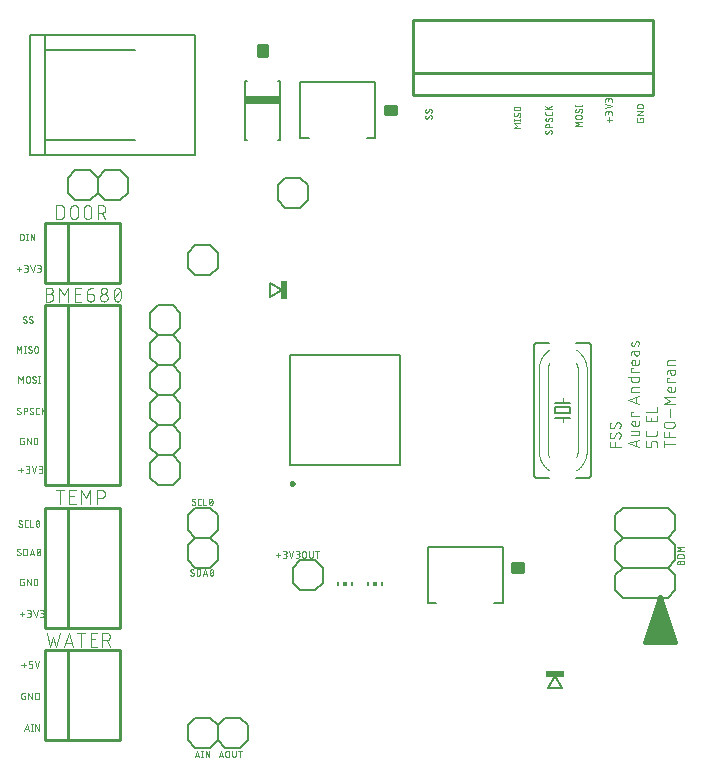
<source format=gbr>
G04 EAGLE Gerber RS-274X export*
G75*
%MOMM*%
%FSLAX34Y34*%
%LPD*%
%INSilkscreen Top*%
%IPPOS*%
%AMOC8*
5,1,8,0,0,1.08239X$1,22.5*%
G01*
%ADD10C,0.076200*%
%ADD11C,0.050800*%
%ADD12C,0.152400*%
%ADD13C,0.406400*%
%ADD14C,0.101600*%
%ADD15C,0.200000*%
%ADD16C,0.250000*%
%ADD17C,0.127000*%
%ADD18C,0.254000*%
%ADD19R,0.150000X0.300000*%
%ADD20R,0.300000X0.300000*%
%ADD21C,0.203200*%
%ADD22R,0.609600X1.574800*%
%ADD23R,1.574800X0.609600*%


D10*
X512699Y273431D02*
X503301Y273431D01*
X503301Y277608D01*
X507478Y277608D02*
X507478Y273431D01*
X512699Y283861D02*
X512697Y283950D01*
X512691Y284038D01*
X512682Y284126D01*
X512669Y284214D01*
X512652Y284301D01*
X512632Y284387D01*
X512607Y284472D01*
X512580Y284557D01*
X512548Y284640D01*
X512514Y284721D01*
X512475Y284801D01*
X512434Y284879D01*
X512389Y284956D01*
X512341Y285030D01*
X512290Y285103D01*
X512236Y285173D01*
X512178Y285240D01*
X512118Y285306D01*
X512056Y285368D01*
X511990Y285428D01*
X511923Y285486D01*
X511853Y285540D01*
X511780Y285591D01*
X511706Y285639D01*
X511629Y285684D01*
X511551Y285725D01*
X511471Y285764D01*
X511390Y285798D01*
X511307Y285830D01*
X511222Y285857D01*
X511137Y285882D01*
X511051Y285902D01*
X510964Y285919D01*
X510876Y285932D01*
X510788Y285941D01*
X510700Y285947D01*
X510611Y285949D01*
X512699Y283861D02*
X512697Y283732D01*
X512691Y283603D01*
X512682Y283474D01*
X512669Y283346D01*
X512652Y283218D01*
X512631Y283091D01*
X512607Y282964D01*
X512579Y282838D01*
X512547Y282713D01*
X512512Y282589D01*
X512473Y282466D01*
X512430Y282344D01*
X512384Y282224D01*
X512334Y282105D01*
X512281Y281987D01*
X512225Y281871D01*
X512165Y281757D01*
X512102Y281644D01*
X512035Y281534D01*
X511966Y281425D01*
X511893Y281319D01*
X511817Y281214D01*
X511738Y281112D01*
X511656Y281013D01*
X511572Y280915D01*
X511484Y280820D01*
X511394Y280728D01*
X505389Y280990D02*
X505300Y280992D01*
X505212Y280998D01*
X505124Y281007D01*
X505036Y281020D01*
X504949Y281037D01*
X504863Y281057D01*
X504778Y281082D01*
X504693Y281109D01*
X504610Y281141D01*
X504529Y281175D01*
X504449Y281214D01*
X504371Y281255D01*
X504294Y281300D01*
X504220Y281348D01*
X504147Y281399D01*
X504077Y281453D01*
X504010Y281511D01*
X503944Y281571D01*
X503882Y281633D01*
X503822Y281699D01*
X503764Y281766D01*
X503710Y281836D01*
X503659Y281909D01*
X503611Y281983D01*
X503566Y282060D01*
X503525Y282138D01*
X503486Y282218D01*
X503452Y282299D01*
X503420Y282382D01*
X503393Y282467D01*
X503368Y282552D01*
X503348Y282638D01*
X503331Y282725D01*
X503318Y282813D01*
X503309Y282901D01*
X503303Y282989D01*
X503301Y283078D01*
X503303Y283198D01*
X503308Y283318D01*
X503318Y283437D01*
X503330Y283557D01*
X503347Y283676D01*
X503367Y283794D01*
X503391Y283912D01*
X503418Y284028D01*
X503449Y284144D01*
X503483Y284259D01*
X503521Y284373D01*
X503563Y284486D01*
X503608Y284597D01*
X503656Y284707D01*
X503707Y284815D01*
X503762Y284922D01*
X503820Y285027D01*
X503882Y285130D01*
X503946Y285231D01*
X504014Y285331D01*
X504084Y285428D01*
X507216Y282034D02*
X507168Y281956D01*
X507116Y281880D01*
X507062Y281807D01*
X507004Y281736D01*
X506943Y281667D01*
X506879Y281601D01*
X506812Y281538D01*
X506743Y281478D01*
X506671Y281421D01*
X506597Y281367D01*
X506520Y281317D01*
X506441Y281269D01*
X506361Y281226D01*
X506278Y281185D01*
X506194Y281149D01*
X506109Y281116D01*
X506022Y281087D01*
X505933Y281061D01*
X505844Y281039D01*
X505754Y281022D01*
X505664Y281008D01*
X505572Y280998D01*
X505481Y280992D01*
X505389Y280990D01*
X508784Y284906D02*
X508832Y284984D01*
X508884Y285060D01*
X508938Y285133D01*
X508996Y285204D01*
X509057Y285273D01*
X509121Y285339D01*
X509188Y285402D01*
X509257Y285462D01*
X509329Y285519D01*
X509403Y285573D01*
X509480Y285623D01*
X509559Y285671D01*
X509639Y285714D01*
X509722Y285755D01*
X509806Y285791D01*
X509891Y285824D01*
X509978Y285853D01*
X510067Y285879D01*
X510156Y285901D01*
X510246Y285918D01*
X510336Y285932D01*
X510428Y285942D01*
X510519Y285948D01*
X510611Y285950D01*
X508783Y284906D02*
X507217Y282034D01*
X512699Y292396D02*
X512697Y292485D01*
X512691Y292573D01*
X512682Y292661D01*
X512669Y292749D01*
X512652Y292836D01*
X512632Y292922D01*
X512607Y293007D01*
X512580Y293092D01*
X512548Y293175D01*
X512514Y293256D01*
X512475Y293336D01*
X512434Y293414D01*
X512389Y293491D01*
X512341Y293565D01*
X512290Y293638D01*
X512236Y293708D01*
X512178Y293775D01*
X512118Y293841D01*
X512056Y293903D01*
X511990Y293963D01*
X511923Y294021D01*
X511853Y294075D01*
X511780Y294126D01*
X511706Y294174D01*
X511629Y294219D01*
X511551Y294260D01*
X511471Y294299D01*
X511390Y294333D01*
X511307Y294365D01*
X511222Y294392D01*
X511137Y294417D01*
X511051Y294437D01*
X510964Y294454D01*
X510876Y294467D01*
X510788Y294476D01*
X510700Y294482D01*
X510611Y294484D01*
X512699Y292396D02*
X512697Y292267D01*
X512691Y292138D01*
X512682Y292009D01*
X512669Y291881D01*
X512652Y291753D01*
X512631Y291626D01*
X512607Y291499D01*
X512579Y291373D01*
X512547Y291248D01*
X512512Y291124D01*
X512473Y291001D01*
X512430Y290879D01*
X512384Y290759D01*
X512334Y290640D01*
X512281Y290522D01*
X512225Y290406D01*
X512165Y290292D01*
X512102Y290179D01*
X512035Y290069D01*
X511966Y289960D01*
X511893Y289854D01*
X511817Y289749D01*
X511738Y289647D01*
X511656Y289548D01*
X511572Y289450D01*
X511484Y289355D01*
X511394Y289263D01*
X505389Y289525D02*
X505300Y289527D01*
X505212Y289533D01*
X505124Y289542D01*
X505036Y289555D01*
X504949Y289572D01*
X504863Y289592D01*
X504778Y289617D01*
X504693Y289644D01*
X504610Y289676D01*
X504529Y289710D01*
X504449Y289749D01*
X504371Y289790D01*
X504294Y289835D01*
X504220Y289883D01*
X504147Y289934D01*
X504077Y289988D01*
X504010Y290046D01*
X503944Y290106D01*
X503882Y290168D01*
X503822Y290234D01*
X503764Y290301D01*
X503710Y290371D01*
X503659Y290444D01*
X503611Y290518D01*
X503566Y290595D01*
X503525Y290673D01*
X503486Y290753D01*
X503452Y290834D01*
X503420Y290917D01*
X503393Y291002D01*
X503368Y291087D01*
X503348Y291173D01*
X503331Y291260D01*
X503318Y291348D01*
X503309Y291436D01*
X503303Y291524D01*
X503301Y291613D01*
X503303Y291733D01*
X503308Y291853D01*
X503318Y291972D01*
X503330Y292092D01*
X503347Y292211D01*
X503367Y292329D01*
X503391Y292447D01*
X503418Y292563D01*
X503449Y292679D01*
X503483Y292794D01*
X503521Y292908D01*
X503563Y293021D01*
X503608Y293132D01*
X503656Y293242D01*
X503707Y293350D01*
X503762Y293457D01*
X503820Y293562D01*
X503882Y293665D01*
X503946Y293766D01*
X504014Y293866D01*
X504084Y293963D01*
X507216Y290568D02*
X507168Y290490D01*
X507116Y290414D01*
X507062Y290341D01*
X507004Y290270D01*
X506943Y290201D01*
X506879Y290135D01*
X506812Y290072D01*
X506743Y290012D01*
X506671Y289955D01*
X506597Y289901D01*
X506520Y289851D01*
X506441Y289803D01*
X506361Y289760D01*
X506278Y289719D01*
X506194Y289683D01*
X506109Y289650D01*
X506022Y289621D01*
X505933Y289595D01*
X505844Y289573D01*
X505754Y289556D01*
X505664Y289542D01*
X505572Y289532D01*
X505481Y289526D01*
X505389Y289524D01*
X508784Y293440D02*
X508832Y293518D01*
X508884Y293594D01*
X508938Y293667D01*
X508996Y293738D01*
X509057Y293807D01*
X509121Y293873D01*
X509188Y293936D01*
X509257Y293996D01*
X509329Y294053D01*
X509403Y294107D01*
X509480Y294157D01*
X509559Y294205D01*
X509639Y294248D01*
X509722Y294289D01*
X509806Y294325D01*
X509891Y294358D01*
X509978Y294387D01*
X510067Y294413D01*
X510156Y294435D01*
X510246Y294452D01*
X510336Y294466D01*
X510428Y294476D01*
X510519Y294482D01*
X510611Y294484D01*
X508783Y293440D02*
X507217Y290568D01*
X518541Y276564D02*
X527939Y273431D01*
X527939Y279696D02*
X518541Y276564D01*
X525590Y278913D02*
X525590Y274214D01*
X526373Y283314D02*
X521674Y283314D01*
X526373Y283315D02*
X526450Y283317D01*
X526526Y283323D01*
X526603Y283332D01*
X526679Y283345D01*
X526754Y283362D01*
X526828Y283382D01*
X526901Y283407D01*
X526972Y283434D01*
X527043Y283465D01*
X527111Y283500D01*
X527178Y283538D01*
X527243Y283579D01*
X527306Y283623D01*
X527366Y283670D01*
X527425Y283721D01*
X527480Y283774D01*
X527533Y283829D01*
X527584Y283888D01*
X527631Y283948D01*
X527675Y284011D01*
X527716Y284076D01*
X527754Y284143D01*
X527789Y284211D01*
X527820Y284282D01*
X527847Y284353D01*
X527872Y284426D01*
X527892Y284500D01*
X527909Y284575D01*
X527922Y284651D01*
X527931Y284728D01*
X527937Y284804D01*
X527939Y284881D01*
X527939Y287491D01*
X521674Y287491D01*
X527939Y293110D02*
X527939Y295721D01*
X527939Y293110D02*
X527937Y293033D01*
X527931Y292957D01*
X527922Y292880D01*
X527909Y292804D01*
X527892Y292729D01*
X527872Y292655D01*
X527847Y292582D01*
X527820Y292511D01*
X527789Y292440D01*
X527754Y292372D01*
X527716Y292305D01*
X527675Y292240D01*
X527631Y292177D01*
X527584Y292117D01*
X527533Y292058D01*
X527480Y292003D01*
X527425Y291950D01*
X527366Y291899D01*
X527306Y291852D01*
X527243Y291808D01*
X527178Y291767D01*
X527111Y291729D01*
X527043Y291694D01*
X526972Y291663D01*
X526901Y291636D01*
X526828Y291611D01*
X526754Y291591D01*
X526679Y291574D01*
X526603Y291561D01*
X526526Y291552D01*
X526450Y291546D01*
X526373Y291544D01*
X523762Y291544D01*
X523672Y291546D01*
X523583Y291552D01*
X523493Y291561D01*
X523404Y291575D01*
X523316Y291592D01*
X523229Y291613D01*
X523142Y291638D01*
X523057Y291667D01*
X522973Y291699D01*
X522891Y291734D01*
X522810Y291774D01*
X522731Y291816D01*
X522654Y291862D01*
X522579Y291912D01*
X522506Y291964D01*
X522435Y292020D01*
X522367Y292078D01*
X522302Y292140D01*
X522239Y292204D01*
X522179Y292271D01*
X522122Y292340D01*
X522068Y292412D01*
X522017Y292486D01*
X521969Y292562D01*
X521925Y292640D01*
X521884Y292720D01*
X521846Y292802D01*
X521812Y292885D01*
X521782Y292970D01*
X521755Y293056D01*
X521732Y293142D01*
X521713Y293230D01*
X521698Y293319D01*
X521686Y293408D01*
X521678Y293497D01*
X521674Y293587D01*
X521674Y293677D01*
X521678Y293767D01*
X521686Y293856D01*
X521698Y293945D01*
X521713Y294034D01*
X521732Y294122D01*
X521755Y294208D01*
X521782Y294294D01*
X521812Y294379D01*
X521846Y294462D01*
X521884Y294544D01*
X521925Y294624D01*
X521969Y294702D01*
X522017Y294778D01*
X522068Y294852D01*
X522122Y294924D01*
X522179Y294993D01*
X522239Y295060D01*
X522302Y295124D01*
X522367Y295186D01*
X522435Y295244D01*
X522506Y295300D01*
X522579Y295352D01*
X522654Y295402D01*
X522731Y295448D01*
X522810Y295490D01*
X522891Y295530D01*
X522973Y295565D01*
X523057Y295597D01*
X523142Y295626D01*
X523229Y295651D01*
X523316Y295672D01*
X523404Y295689D01*
X523493Y295703D01*
X523583Y295712D01*
X523672Y295718D01*
X523762Y295720D01*
X523762Y295721D02*
X524806Y295721D01*
X524806Y291544D01*
X527939Y299825D02*
X521674Y299825D01*
X521674Y302958D01*
X522718Y302958D01*
X527939Y310312D02*
X518541Y313444D01*
X527939Y316577D01*
X525590Y315794D02*
X525590Y311095D01*
X527939Y320195D02*
X521674Y320195D01*
X521674Y322806D01*
X521676Y322883D01*
X521682Y322959D01*
X521691Y323036D01*
X521704Y323112D01*
X521721Y323187D01*
X521741Y323261D01*
X521766Y323334D01*
X521793Y323405D01*
X521824Y323476D01*
X521859Y323544D01*
X521897Y323611D01*
X521938Y323676D01*
X521982Y323739D01*
X522029Y323799D01*
X522080Y323858D01*
X522133Y323913D01*
X522188Y323966D01*
X522247Y324017D01*
X522307Y324064D01*
X522370Y324108D01*
X522435Y324149D01*
X522502Y324187D01*
X522570Y324222D01*
X522641Y324253D01*
X522712Y324280D01*
X522785Y324305D01*
X522859Y324325D01*
X522934Y324342D01*
X523010Y324355D01*
X523086Y324364D01*
X523163Y324370D01*
X523240Y324372D01*
X527939Y324372D01*
X527939Y332556D02*
X518541Y332556D01*
X527939Y332556D02*
X527939Y329945D01*
X527937Y329868D01*
X527931Y329792D01*
X527922Y329715D01*
X527909Y329639D01*
X527892Y329564D01*
X527872Y329490D01*
X527847Y329417D01*
X527820Y329346D01*
X527789Y329275D01*
X527754Y329207D01*
X527716Y329140D01*
X527675Y329075D01*
X527631Y329012D01*
X527584Y328952D01*
X527533Y328893D01*
X527480Y328838D01*
X527425Y328785D01*
X527366Y328734D01*
X527306Y328687D01*
X527243Y328643D01*
X527178Y328602D01*
X527111Y328564D01*
X527043Y328529D01*
X526972Y328498D01*
X526901Y328471D01*
X526828Y328446D01*
X526754Y328426D01*
X526679Y328409D01*
X526603Y328396D01*
X526526Y328387D01*
X526450Y328381D01*
X526373Y328379D01*
X523240Y328379D01*
X523163Y328381D01*
X523087Y328387D01*
X523010Y328396D01*
X522934Y328409D01*
X522859Y328426D01*
X522785Y328446D01*
X522712Y328471D01*
X522641Y328498D01*
X522570Y328529D01*
X522502Y328564D01*
X522435Y328602D01*
X522370Y328643D01*
X522307Y328687D01*
X522247Y328734D01*
X522188Y328785D01*
X522133Y328838D01*
X522080Y328893D01*
X522029Y328952D01*
X521982Y329012D01*
X521938Y329075D01*
X521897Y329140D01*
X521859Y329207D01*
X521824Y329275D01*
X521793Y329346D01*
X521766Y329417D01*
X521741Y329490D01*
X521721Y329564D01*
X521704Y329639D01*
X521691Y329715D01*
X521682Y329792D01*
X521676Y329868D01*
X521674Y329945D01*
X521674Y332556D01*
X521674Y337010D02*
X527939Y337010D01*
X521674Y337010D02*
X521674Y340143D01*
X522718Y340143D01*
X527939Y344621D02*
X527939Y347232D01*
X527939Y344621D02*
X527937Y344544D01*
X527931Y344468D01*
X527922Y344391D01*
X527909Y344315D01*
X527892Y344240D01*
X527872Y344166D01*
X527847Y344093D01*
X527820Y344022D01*
X527789Y343951D01*
X527754Y343883D01*
X527716Y343816D01*
X527675Y343751D01*
X527631Y343688D01*
X527584Y343628D01*
X527533Y343569D01*
X527480Y343514D01*
X527425Y343461D01*
X527366Y343410D01*
X527306Y343363D01*
X527243Y343319D01*
X527178Y343278D01*
X527111Y343240D01*
X527043Y343205D01*
X526972Y343174D01*
X526901Y343147D01*
X526828Y343122D01*
X526754Y343102D01*
X526679Y343085D01*
X526603Y343072D01*
X526526Y343063D01*
X526450Y343057D01*
X526373Y343055D01*
X523762Y343055D01*
X523672Y343057D01*
X523583Y343063D01*
X523493Y343072D01*
X523404Y343086D01*
X523316Y343103D01*
X523229Y343124D01*
X523142Y343149D01*
X523057Y343178D01*
X522973Y343210D01*
X522891Y343245D01*
X522810Y343285D01*
X522731Y343327D01*
X522654Y343373D01*
X522579Y343423D01*
X522506Y343475D01*
X522435Y343531D01*
X522367Y343589D01*
X522302Y343651D01*
X522239Y343715D01*
X522179Y343782D01*
X522122Y343851D01*
X522068Y343923D01*
X522017Y343997D01*
X521969Y344073D01*
X521925Y344151D01*
X521884Y344231D01*
X521846Y344313D01*
X521812Y344396D01*
X521782Y344481D01*
X521755Y344567D01*
X521732Y344653D01*
X521713Y344741D01*
X521698Y344830D01*
X521686Y344919D01*
X521678Y345008D01*
X521674Y345098D01*
X521674Y345188D01*
X521678Y345278D01*
X521686Y345367D01*
X521698Y345456D01*
X521713Y345545D01*
X521732Y345633D01*
X521755Y345719D01*
X521782Y345805D01*
X521812Y345890D01*
X521846Y345973D01*
X521884Y346055D01*
X521925Y346135D01*
X521969Y346213D01*
X522017Y346289D01*
X522068Y346363D01*
X522122Y346435D01*
X522179Y346504D01*
X522239Y346571D01*
X522302Y346635D01*
X522367Y346697D01*
X522435Y346755D01*
X522506Y346811D01*
X522579Y346863D01*
X522654Y346913D01*
X522731Y346959D01*
X522810Y347001D01*
X522891Y347041D01*
X522973Y347076D01*
X523057Y347108D01*
X523142Y347137D01*
X523229Y347162D01*
X523316Y347183D01*
X523404Y347200D01*
X523493Y347214D01*
X523583Y347223D01*
X523672Y347229D01*
X523762Y347231D01*
X523762Y347232D02*
X524806Y347232D01*
X524806Y343055D01*
X524284Y352761D02*
X524284Y355111D01*
X524285Y352761D02*
X524287Y352677D01*
X524293Y352592D01*
X524303Y352509D01*
X524316Y352425D01*
X524334Y352343D01*
X524355Y352261D01*
X524380Y352180D01*
X524408Y352101D01*
X524441Y352023D01*
X524477Y351947D01*
X524516Y351872D01*
X524559Y351799D01*
X524605Y351728D01*
X524654Y351660D01*
X524706Y351594D01*
X524762Y351530D01*
X524820Y351469D01*
X524881Y351411D01*
X524945Y351355D01*
X525011Y351303D01*
X525079Y351254D01*
X525150Y351208D01*
X525223Y351165D01*
X525298Y351126D01*
X525374Y351090D01*
X525452Y351057D01*
X525531Y351029D01*
X525612Y351004D01*
X525694Y350983D01*
X525776Y350965D01*
X525860Y350952D01*
X525943Y350942D01*
X526028Y350936D01*
X526112Y350934D01*
X526196Y350936D01*
X526281Y350942D01*
X526364Y350952D01*
X526448Y350965D01*
X526530Y350983D01*
X526612Y351004D01*
X526693Y351029D01*
X526772Y351057D01*
X526850Y351090D01*
X526926Y351126D01*
X527001Y351165D01*
X527074Y351208D01*
X527145Y351254D01*
X527213Y351303D01*
X527279Y351355D01*
X527343Y351411D01*
X527404Y351469D01*
X527462Y351530D01*
X527518Y351594D01*
X527570Y351660D01*
X527619Y351728D01*
X527665Y351799D01*
X527708Y351872D01*
X527747Y351947D01*
X527783Y352023D01*
X527816Y352101D01*
X527844Y352180D01*
X527869Y352261D01*
X527890Y352343D01*
X527908Y352425D01*
X527921Y352509D01*
X527931Y352592D01*
X527937Y352677D01*
X527939Y352761D01*
X527939Y355111D01*
X523240Y355111D01*
X523240Y355110D02*
X523163Y355108D01*
X523087Y355102D01*
X523010Y355093D01*
X522934Y355080D01*
X522859Y355063D01*
X522785Y355043D01*
X522712Y355018D01*
X522641Y354991D01*
X522570Y354960D01*
X522502Y354925D01*
X522435Y354887D01*
X522370Y354846D01*
X522307Y354802D01*
X522247Y354755D01*
X522188Y354704D01*
X522133Y354651D01*
X522080Y354596D01*
X522029Y354537D01*
X521982Y354477D01*
X521938Y354414D01*
X521897Y354349D01*
X521859Y354282D01*
X521824Y354214D01*
X521793Y354143D01*
X521766Y354072D01*
X521741Y353999D01*
X521721Y353925D01*
X521704Y353850D01*
X521691Y353774D01*
X521682Y353697D01*
X521676Y353621D01*
X521674Y353544D01*
X521674Y351456D01*
X524284Y359992D02*
X525328Y362603D01*
X524284Y359992D02*
X524256Y359926D01*
X524223Y359861D01*
X524188Y359798D01*
X524149Y359737D01*
X524107Y359678D01*
X524062Y359622D01*
X524014Y359568D01*
X523963Y359517D01*
X523910Y359468D01*
X523853Y359423D01*
X523795Y359380D01*
X523735Y359341D01*
X523672Y359304D01*
X523607Y359272D01*
X523541Y359243D01*
X523474Y359217D01*
X523405Y359195D01*
X523335Y359177D01*
X523264Y359162D01*
X523193Y359151D01*
X523121Y359144D01*
X523049Y359141D01*
X522977Y359142D01*
X522904Y359147D01*
X522833Y359155D01*
X522761Y359167D01*
X522691Y359183D01*
X522622Y359203D01*
X522553Y359227D01*
X522486Y359254D01*
X522421Y359284D01*
X522357Y359318D01*
X522295Y359356D01*
X522235Y359396D01*
X522178Y359440D01*
X522123Y359487D01*
X522070Y359537D01*
X522021Y359589D01*
X521974Y359644D01*
X521930Y359701D01*
X521889Y359761D01*
X521852Y359823D01*
X521817Y359887D01*
X521787Y359952D01*
X521759Y360019D01*
X521736Y360087D01*
X521716Y360157D01*
X521700Y360227D01*
X521687Y360298D01*
X521679Y360370D01*
X521674Y360442D01*
X521673Y360514D01*
X521674Y360515D02*
X521678Y360666D01*
X521686Y360817D01*
X521697Y360968D01*
X521713Y361119D01*
X521733Y361269D01*
X521756Y361419D01*
X521783Y361568D01*
X521814Y361716D01*
X521849Y361864D01*
X521887Y362010D01*
X521930Y362156D01*
X521976Y362300D01*
X522025Y362443D01*
X522078Y362585D01*
X522135Y362725D01*
X522196Y362864D01*
X525328Y362603D02*
X525356Y362669D01*
X525389Y362734D01*
X525424Y362797D01*
X525463Y362858D01*
X525505Y362917D01*
X525550Y362973D01*
X525598Y363027D01*
X525649Y363078D01*
X525702Y363127D01*
X525759Y363173D01*
X525817Y363215D01*
X525877Y363254D01*
X525940Y363291D01*
X526005Y363323D01*
X526071Y363352D01*
X526138Y363378D01*
X526207Y363400D01*
X526277Y363418D01*
X526348Y363433D01*
X526419Y363444D01*
X526491Y363451D01*
X526563Y363454D01*
X526635Y363453D01*
X526708Y363448D01*
X526779Y363440D01*
X526851Y363428D01*
X526921Y363412D01*
X526990Y363392D01*
X527059Y363368D01*
X527126Y363341D01*
X527191Y363311D01*
X527255Y363277D01*
X527317Y363239D01*
X527377Y363199D01*
X527434Y363155D01*
X527489Y363108D01*
X527542Y363058D01*
X527591Y363006D01*
X527638Y362951D01*
X527682Y362894D01*
X527723Y362834D01*
X527760Y362772D01*
X527795Y362708D01*
X527825Y362643D01*
X527853Y362576D01*
X527876Y362508D01*
X527896Y362438D01*
X527912Y362368D01*
X527925Y362297D01*
X527933Y362225D01*
X527938Y362153D01*
X527939Y362081D01*
X527934Y361871D01*
X527923Y361662D01*
X527908Y361453D01*
X527888Y361245D01*
X527862Y361037D01*
X527832Y360830D01*
X527797Y360623D01*
X527757Y360418D01*
X527713Y360213D01*
X527663Y360010D01*
X527609Y359807D01*
X527549Y359606D01*
X527486Y359407D01*
X527417Y359209D01*
X543179Y276564D02*
X543179Y273431D01*
X543179Y276564D02*
X543177Y276653D01*
X543171Y276741D01*
X543162Y276829D01*
X543149Y276917D01*
X543132Y277004D01*
X543112Y277090D01*
X543087Y277175D01*
X543060Y277260D01*
X543028Y277343D01*
X542994Y277424D01*
X542955Y277504D01*
X542914Y277582D01*
X542869Y277659D01*
X542821Y277733D01*
X542770Y277806D01*
X542716Y277876D01*
X542658Y277943D01*
X542598Y278009D01*
X542536Y278071D01*
X542470Y278131D01*
X542403Y278189D01*
X542333Y278243D01*
X542260Y278294D01*
X542186Y278342D01*
X542109Y278387D01*
X542031Y278428D01*
X541951Y278467D01*
X541870Y278501D01*
X541787Y278533D01*
X541702Y278560D01*
X541617Y278585D01*
X541531Y278605D01*
X541444Y278622D01*
X541356Y278635D01*
X541268Y278644D01*
X541180Y278650D01*
X541091Y278652D01*
X540046Y278652D01*
X539957Y278650D01*
X539869Y278644D01*
X539781Y278635D01*
X539693Y278622D01*
X539606Y278605D01*
X539520Y278585D01*
X539435Y278560D01*
X539350Y278533D01*
X539267Y278501D01*
X539186Y278467D01*
X539106Y278428D01*
X539028Y278387D01*
X538951Y278342D01*
X538877Y278294D01*
X538804Y278243D01*
X538734Y278189D01*
X538667Y278131D01*
X538601Y278071D01*
X538539Y278009D01*
X538479Y277943D01*
X538421Y277876D01*
X538367Y277806D01*
X538316Y277733D01*
X538268Y277659D01*
X538223Y277582D01*
X538182Y277504D01*
X538143Y277424D01*
X538109Y277343D01*
X538077Y277260D01*
X538050Y277175D01*
X538025Y277090D01*
X538005Y277004D01*
X537988Y276917D01*
X537975Y276829D01*
X537966Y276741D01*
X537960Y276653D01*
X537958Y276564D01*
X537958Y273431D01*
X533781Y273431D01*
X533781Y278652D01*
X543179Y284638D02*
X543179Y286726D01*
X543179Y284638D02*
X543177Y284549D01*
X543171Y284461D01*
X543162Y284373D01*
X543149Y284285D01*
X543132Y284198D01*
X543112Y284112D01*
X543087Y284027D01*
X543060Y283942D01*
X543028Y283859D01*
X542994Y283778D01*
X542955Y283698D01*
X542914Y283620D01*
X542869Y283543D01*
X542821Y283469D01*
X542770Y283396D01*
X542716Y283326D01*
X542658Y283259D01*
X542598Y283193D01*
X542536Y283131D01*
X542470Y283071D01*
X542403Y283013D01*
X542333Y282959D01*
X542260Y282908D01*
X542186Y282860D01*
X542109Y282815D01*
X542031Y282774D01*
X541951Y282735D01*
X541870Y282701D01*
X541787Y282669D01*
X541702Y282642D01*
X541617Y282617D01*
X541531Y282597D01*
X541444Y282580D01*
X541356Y282567D01*
X541268Y282558D01*
X541180Y282552D01*
X541091Y282550D01*
X541091Y282549D02*
X535869Y282549D01*
X535778Y282551D01*
X535687Y282557D01*
X535596Y282567D01*
X535506Y282581D01*
X535417Y282599D01*
X535328Y282620D01*
X535241Y282646D01*
X535155Y282675D01*
X535070Y282708D01*
X534986Y282745D01*
X534904Y282785D01*
X534825Y282829D01*
X534747Y282876D01*
X534671Y282927D01*
X534597Y282981D01*
X534526Y283038D01*
X534458Y283098D01*
X534392Y283161D01*
X534329Y283227D01*
X534269Y283295D01*
X534212Y283366D01*
X534158Y283440D01*
X534107Y283516D01*
X534060Y283593D01*
X534016Y283673D01*
X533976Y283755D01*
X533939Y283839D01*
X533906Y283923D01*
X533877Y284010D01*
X533851Y284097D01*
X533830Y284186D01*
X533812Y284275D01*
X533798Y284365D01*
X533788Y284456D01*
X533782Y284547D01*
X533780Y284638D01*
X533781Y284638D02*
X533781Y286726D01*
X543179Y295394D02*
X543179Y299571D01*
X543179Y295394D02*
X533781Y295394D01*
X533781Y299571D01*
X537958Y298527D02*
X537958Y295394D01*
X533781Y303319D02*
X543179Y303319D01*
X543179Y307496D01*
X549021Y276042D02*
X558419Y276042D01*
X549021Y273431D02*
X549021Y278652D01*
X549021Y282288D02*
X558419Y282288D01*
X549021Y282288D02*
X549021Y286465D01*
X553198Y286465D02*
X553198Y282288D01*
X551632Y289890D02*
X555808Y289890D01*
X551632Y289890D02*
X551531Y289892D01*
X551430Y289898D01*
X551329Y289908D01*
X551229Y289921D01*
X551129Y289939D01*
X551030Y289960D01*
X550932Y289986D01*
X550835Y290015D01*
X550739Y290047D01*
X550645Y290084D01*
X550552Y290124D01*
X550460Y290168D01*
X550371Y290215D01*
X550283Y290266D01*
X550197Y290320D01*
X550114Y290377D01*
X550032Y290437D01*
X549954Y290501D01*
X549877Y290567D01*
X549804Y290637D01*
X549733Y290709D01*
X549665Y290784D01*
X549600Y290862D01*
X549538Y290942D01*
X549479Y291024D01*
X549423Y291109D01*
X549371Y291196D01*
X549322Y291284D01*
X549276Y291375D01*
X549235Y291467D01*
X549196Y291561D01*
X549162Y291656D01*
X549131Y291752D01*
X549104Y291850D01*
X549080Y291948D01*
X549061Y292048D01*
X549045Y292148D01*
X549033Y292248D01*
X549025Y292349D01*
X549021Y292450D01*
X549021Y292552D01*
X549025Y292653D01*
X549033Y292754D01*
X549045Y292854D01*
X549061Y292954D01*
X549080Y293054D01*
X549104Y293152D01*
X549131Y293250D01*
X549162Y293346D01*
X549196Y293441D01*
X549235Y293535D01*
X549276Y293627D01*
X549322Y293718D01*
X549371Y293807D01*
X549423Y293893D01*
X549479Y293978D01*
X549538Y294060D01*
X549600Y294140D01*
X549665Y294218D01*
X549733Y294293D01*
X549804Y294365D01*
X549877Y294435D01*
X549954Y294501D01*
X550032Y294565D01*
X550114Y294625D01*
X550197Y294682D01*
X550283Y294736D01*
X550371Y294787D01*
X550460Y294834D01*
X550552Y294878D01*
X550645Y294918D01*
X550739Y294955D01*
X550835Y294987D01*
X550932Y295016D01*
X551030Y295042D01*
X551129Y295063D01*
X551229Y295081D01*
X551329Y295094D01*
X551430Y295104D01*
X551531Y295110D01*
X551632Y295112D01*
X551632Y295111D02*
X555808Y295111D01*
X555808Y295112D02*
X555909Y295110D01*
X556010Y295104D01*
X556111Y295094D01*
X556211Y295081D01*
X556311Y295063D01*
X556410Y295042D01*
X556508Y295016D01*
X556605Y294987D01*
X556701Y294955D01*
X556795Y294918D01*
X556888Y294878D01*
X556980Y294834D01*
X557069Y294787D01*
X557157Y294736D01*
X557243Y294682D01*
X557326Y294625D01*
X557408Y294565D01*
X557486Y294501D01*
X557563Y294435D01*
X557636Y294365D01*
X557707Y294293D01*
X557775Y294218D01*
X557840Y294140D01*
X557902Y294060D01*
X557961Y293978D01*
X558017Y293893D01*
X558069Y293806D01*
X558118Y293718D01*
X558164Y293627D01*
X558205Y293535D01*
X558244Y293441D01*
X558278Y293346D01*
X558309Y293250D01*
X558336Y293152D01*
X558360Y293054D01*
X558379Y292954D01*
X558395Y292854D01*
X558407Y292754D01*
X558415Y292653D01*
X558419Y292552D01*
X558419Y292450D01*
X558415Y292349D01*
X558407Y292248D01*
X558395Y292148D01*
X558379Y292048D01*
X558360Y291948D01*
X558336Y291850D01*
X558309Y291752D01*
X558278Y291656D01*
X558244Y291561D01*
X558205Y291467D01*
X558164Y291375D01*
X558118Y291284D01*
X558069Y291196D01*
X558017Y291109D01*
X557961Y291024D01*
X557902Y290942D01*
X557840Y290862D01*
X557775Y290784D01*
X557707Y290709D01*
X557636Y290637D01*
X557563Y290567D01*
X557486Y290501D01*
X557408Y290437D01*
X557326Y290377D01*
X557243Y290320D01*
X557157Y290266D01*
X557069Y290215D01*
X556980Y290168D01*
X556888Y290124D01*
X556795Y290084D01*
X556701Y290047D01*
X556605Y290015D01*
X556508Y289986D01*
X556410Y289960D01*
X556311Y289939D01*
X556211Y289921D01*
X556111Y289908D01*
X556010Y289898D01*
X555909Y289892D01*
X555808Y289890D01*
X554764Y299122D02*
X554764Y305387D01*
X558419Y309790D02*
X549021Y309790D01*
X554242Y312922D01*
X549021Y316055D01*
X558419Y316055D01*
X558419Y321849D02*
X558419Y324459D01*
X558419Y321849D02*
X558417Y321772D01*
X558411Y321696D01*
X558402Y321619D01*
X558389Y321543D01*
X558372Y321468D01*
X558352Y321394D01*
X558327Y321321D01*
X558300Y321250D01*
X558269Y321179D01*
X558234Y321111D01*
X558196Y321044D01*
X558155Y320979D01*
X558111Y320916D01*
X558064Y320856D01*
X558013Y320797D01*
X557960Y320742D01*
X557905Y320689D01*
X557846Y320638D01*
X557786Y320591D01*
X557723Y320547D01*
X557658Y320506D01*
X557591Y320468D01*
X557523Y320433D01*
X557452Y320402D01*
X557381Y320375D01*
X557308Y320350D01*
X557234Y320330D01*
X557159Y320313D01*
X557083Y320300D01*
X557006Y320291D01*
X556930Y320285D01*
X556853Y320283D01*
X554242Y320283D01*
X554152Y320285D01*
X554063Y320291D01*
X553973Y320300D01*
X553884Y320314D01*
X553796Y320331D01*
X553709Y320352D01*
X553622Y320377D01*
X553537Y320406D01*
X553453Y320438D01*
X553371Y320473D01*
X553290Y320513D01*
X553211Y320555D01*
X553134Y320601D01*
X553059Y320651D01*
X552986Y320703D01*
X552915Y320759D01*
X552847Y320817D01*
X552782Y320879D01*
X552719Y320943D01*
X552659Y321010D01*
X552602Y321079D01*
X552548Y321151D01*
X552497Y321225D01*
X552449Y321301D01*
X552405Y321379D01*
X552364Y321459D01*
X552326Y321541D01*
X552292Y321624D01*
X552262Y321709D01*
X552235Y321795D01*
X552212Y321881D01*
X552193Y321969D01*
X552178Y322058D01*
X552166Y322147D01*
X552158Y322236D01*
X552154Y322326D01*
X552154Y322416D01*
X552158Y322506D01*
X552166Y322595D01*
X552178Y322684D01*
X552193Y322773D01*
X552212Y322861D01*
X552235Y322947D01*
X552262Y323033D01*
X552292Y323118D01*
X552326Y323201D01*
X552364Y323283D01*
X552405Y323363D01*
X552449Y323441D01*
X552497Y323517D01*
X552548Y323591D01*
X552602Y323663D01*
X552659Y323732D01*
X552719Y323799D01*
X552782Y323863D01*
X552847Y323925D01*
X552915Y323983D01*
X552986Y324039D01*
X553059Y324091D01*
X553134Y324141D01*
X553211Y324187D01*
X553290Y324229D01*
X553371Y324269D01*
X553453Y324304D01*
X553537Y324336D01*
X553622Y324365D01*
X553709Y324390D01*
X553796Y324411D01*
X553884Y324428D01*
X553973Y324442D01*
X554063Y324451D01*
X554152Y324457D01*
X554242Y324459D01*
X555286Y324459D01*
X555286Y320283D01*
X558419Y328564D02*
X552154Y328564D01*
X552154Y331696D01*
X553198Y331696D01*
X554764Y336390D02*
X554764Y338739D01*
X554765Y336390D02*
X554767Y336306D01*
X554773Y336221D01*
X554783Y336138D01*
X554796Y336054D01*
X554814Y335972D01*
X554835Y335890D01*
X554860Y335809D01*
X554888Y335730D01*
X554921Y335652D01*
X554957Y335576D01*
X554996Y335501D01*
X555039Y335428D01*
X555085Y335357D01*
X555134Y335289D01*
X555186Y335223D01*
X555242Y335159D01*
X555300Y335098D01*
X555361Y335040D01*
X555425Y334984D01*
X555491Y334932D01*
X555559Y334883D01*
X555630Y334837D01*
X555703Y334794D01*
X555778Y334755D01*
X555854Y334719D01*
X555932Y334686D01*
X556011Y334658D01*
X556092Y334633D01*
X556174Y334612D01*
X556256Y334594D01*
X556340Y334581D01*
X556423Y334571D01*
X556508Y334565D01*
X556592Y334563D01*
X556676Y334565D01*
X556761Y334571D01*
X556844Y334581D01*
X556928Y334594D01*
X557010Y334612D01*
X557092Y334633D01*
X557173Y334658D01*
X557252Y334686D01*
X557330Y334719D01*
X557406Y334755D01*
X557481Y334794D01*
X557554Y334837D01*
X557625Y334883D01*
X557693Y334932D01*
X557759Y334984D01*
X557823Y335040D01*
X557884Y335098D01*
X557942Y335159D01*
X557998Y335223D01*
X558050Y335289D01*
X558099Y335357D01*
X558145Y335428D01*
X558188Y335501D01*
X558227Y335576D01*
X558263Y335652D01*
X558296Y335730D01*
X558324Y335809D01*
X558349Y335890D01*
X558370Y335972D01*
X558388Y336054D01*
X558401Y336138D01*
X558411Y336221D01*
X558417Y336306D01*
X558419Y336390D01*
X558419Y338739D01*
X553720Y338739D01*
X553643Y338737D01*
X553567Y338731D01*
X553490Y338722D01*
X553414Y338709D01*
X553339Y338692D01*
X553265Y338672D01*
X553192Y338647D01*
X553121Y338620D01*
X553050Y338589D01*
X552982Y338554D01*
X552915Y338516D01*
X552850Y338475D01*
X552787Y338431D01*
X552727Y338384D01*
X552668Y338333D01*
X552613Y338280D01*
X552560Y338225D01*
X552509Y338166D01*
X552462Y338106D01*
X552418Y338043D01*
X552377Y337978D01*
X552339Y337911D01*
X552304Y337843D01*
X552273Y337772D01*
X552246Y337701D01*
X552221Y337628D01*
X552201Y337554D01*
X552184Y337479D01*
X552171Y337403D01*
X552162Y337326D01*
X552156Y337250D01*
X552154Y337173D01*
X552154Y335085D01*
X552154Y343142D02*
X558419Y343142D01*
X552154Y343142D02*
X552154Y345753D01*
X552156Y345830D01*
X552162Y345906D01*
X552171Y345983D01*
X552184Y346059D01*
X552201Y346134D01*
X552221Y346208D01*
X552246Y346281D01*
X552273Y346352D01*
X552304Y346423D01*
X552339Y346491D01*
X552377Y346558D01*
X552418Y346623D01*
X552462Y346686D01*
X552509Y346746D01*
X552560Y346805D01*
X552613Y346860D01*
X552668Y346913D01*
X552727Y346964D01*
X552787Y347011D01*
X552850Y347055D01*
X552915Y347096D01*
X552982Y347134D01*
X553050Y347169D01*
X553121Y347200D01*
X553192Y347227D01*
X553265Y347252D01*
X553339Y347272D01*
X553414Y347289D01*
X553490Y347302D01*
X553566Y347311D01*
X553643Y347317D01*
X553720Y347319D01*
X558419Y347319D01*
D11*
X9737Y38862D02*
X7874Y33274D01*
X11599Y33274D02*
X9737Y38862D01*
X11134Y34671D02*
X8340Y34671D01*
X14126Y33274D02*
X14126Y38862D01*
X13505Y33274D02*
X14747Y33274D01*
X14747Y38862D02*
X13505Y38862D01*
X17146Y38862D02*
X17146Y33274D01*
X20250Y33274D02*
X17146Y38862D01*
X20250Y38862D02*
X20250Y33274D01*
X9059Y88787D02*
X5334Y88787D01*
X7197Y86924D02*
X7197Y90650D01*
X11497Y86614D02*
X13359Y86614D01*
X13429Y86616D01*
X13498Y86622D01*
X13567Y86632D01*
X13635Y86645D01*
X13703Y86663D01*
X13769Y86684D01*
X13834Y86709D01*
X13898Y86737D01*
X13960Y86769D01*
X14020Y86804D01*
X14078Y86843D01*
X14133Y86885D01*
X14187Y86930D01*
X14237Y86978D01*
X14285Y87028D01*
X14330Y87082D01*
X14372Y87137D01*
X14411Y87195D01*
X14446Y87255D01*
X14478Y87317D01*
X14506Y87381D01*
X14531Y87446D01*
X14552Y87512D01*
X14570Y87580D01*
X14583Y87648D01*
X14593Y87717D01*
X14599Y87786D01*
X14601Y87856D01*
X14601Y88477D01*
X14599Y88547D01*
X14593Y88616D01*
X14583Y88685D01*
X14570Y88753D01*
X14552Y88821D01*
X14531Y88887D01*
X14506Y88952D01*
X14478Y89016D01*
X14446Y89078D01*
X14411Y89138D01*
X14372Y89196D01*
X14330Y89251D01*
X14285Y89305D01*
X14237Y89355D01*
X14187Y89403D01*
X14133Y89448D01*
X14078Y89490D01*
X14020Y89529D01*
X13960Y89564D01*
X13898Y89596D01*
X13834Y89624D01*
X13769Y89649D01*
X13703Y89670D01*
X13635Y89688D01*
X13567Y89701D01*
X13498Y89711D01*
X13429Y89717D01*
X13359Y89719D01*
X13359Y89718D02*
X11497Y89718D01*
X11497Y92202D01*
X14601Y92202D01*
X16673Y92202D02*
X18535Y86614D01*
X20398Y92202D01*
X8438Y63048D02*
X7507Y63048D01*
X8438Y63048D02*
X8438Y59944D01*
X6576Y59944D01*
X6506Y59946D01*
X6437Y59952D01*
X6368Y59962D01*
X6300Y59975D01*
X6232Y59993D01*
X6166Y60014D01*
X6101Y60039D01*
X6037Y60067D01*
X5975Y60099D01*
X5915Y60134D01*
X5857Y60173D01*
X5802Y60215D01*
X5748Y60260D01*
X5698Y60308D01*
X5650Y60358D01*
X5605Y60412D01*
X5563Y60467D01*
X5524Y60525D01*
X5489Y60585D01*
X5457Y60647D01*
X5429Y60711D01*
X5404Y60776D01*
X5383Y60842D01*
X5365Y60910D01*
X5352Y60978D01*
X5342Y61047D01*
X5336Y61116D01*
X5334Y61186D01*
X5334Y64290D01*
X5336Y64360D01*
X5342Y64429D01*
X5352Y64498D01*
X5365Y64566D01*
X5383Y64634D01*
X5404Y64700D01*
X5429Y64765D01*
X5457Y64829D01*
X5489Y64891D01*
X5524Y64951D01*
X5563Y65009D01*
X5605Y65064D01*
X5650Y65118D01*
X5698Y65168D01*
X5748Y65216D01*
X5802Y65261D01*
X5857Y65303D01*
X5915Y65342D01*
X5975Y65377D01*
X6037Y65409D01*
X6101Y65437D01*
X6166Y65462D01*
X6232Y65483D01*
X6300Y65501D01*
X6368Y65514D01*
X6437Y65524D01*
X6506Y65530D01*
X6576Y65532D01*
X8438Y65532D01*
X11186Y65532D02*
X11186Y59944D01*
X14291Y59944D02*
X11186Y65532D01*
X14291Y65532D02*
X14291Y59944D01*
X17038Y59944D02*
X17038Y65532D01*
X18590Y65532D01*
X18666Y65530D01*
X18742Y65525D01*
X18818Y65515D01*
X18893Y65502D01*
X18967Y65485D01*
X19041Y65465D01*
X19113Y65441D01*
X19184Y65414D01*
X19254Y65383D01*
X19322Y65349D01*
X19388Y65311D01*
X19452Y65270D01*
X19515Y65227D01*
X19575Y65180D01*
X19632Y65130D01*
X19687Y65077D01*
X19740Y65022D01*
X19790Y64965D01*
X19837Y64905D01*
X19880Y64842D01*
X19921Y64778D01*
X19959Y64712D01*
X19993Y64644D01*
X20024Y64574D01*
X20051Y64503D01*
X20075Y64430D01*
X20095Y64357D01*
X20112Y64283D01*
X20125Y64208D01*
X20135Y64132D01*
X20140Y64056D01*
X20142Y63980D01*
X20143Y63980D02*
X20143Y61496D01*
X20142Y61496D02*
X20140Y61417D01*
X20134Y61339D01*
X20124Y61261D01*
X20110Y61184D01*
X20092Y61107D01*
X20071Y61031D01*
X20045Y60957D01*
X20016Y60884D01*
X19983Y60813D01*
X19947Y60743D01*
X19907Y60675D01*
X19864Y60609D01*
X19817Y60546D01*
X19768Y60485D01*
X19715Y60427D01*
X19659Y60371D01*
X19601Y60318D01*
X19540Y60269D01*
X19477Y60222D01*
X19411Y60179D01*
X19343Y60139D01*
X19274Y60103D01*
X19202Y60070D01*
X19129Y60041D01*
X19055Y60015D01*
X18979Y59994D01*
X18902Y59976D01*
X18825Y59962D01*
X18747Y59952D01*
X18669Y59946D01*
X18590Y59944D01*
X17038Y59944D01*
X7789Y131967D02*
X4064Y131967D01*
X5927Y130104D02*
X5927Y133830D01*
X10227Y129794D02*
X11779Y129794D01*
X11856Y129796D01*
X11934Y129802D01*
X12010Y129811D01*
X12087Y129825D01*
X12162Y129842D01*
X12236Y129863D01*
X12310Y129888D01*
X12382Y129916D01*
X12452Y129948D01*
X12521Y129983D01*
X12588Y130022D01*
X12653Y130064D01*
X12716Y130109D01*
X12777Y130157D01*
X12835Y130208D01*
X12890Y130262D01*
X12943Y130319D01*
X12992Y130378D01*
X13039Y130440D01*
X13083Y130504D01*
X13123Y130570D01*
X13160Y130638D01*
X13194Y130708D01*
X13224Y130779D01*
X13250Y130852D01*
X13273Y130926D01*
X13292Y131001D01*
X13307Y131076D01*
X13319Y131153D01*
X13327Y131230D01*
X13331Y131307D01*
X13331Y131385D01*
X13327Y131462D01*
X13319Y131539D01*
X13307Y131616D01*
X13292Y131691D01*
X13273Y131766D01*
X13250Y131840D01*
X13224Y131913D01*
X13194Y131984D01*
X13160Y132054D01*
X13123Y132122D01*
X13083Y132188D01*
X13039Y132252D01*
X12992Y132314D01*
X12943Y132373D01*
X12890Y132430D01*
X12835Y132484D01*
X12777Y132535D01*
X12716Y132583D01*
X12653Y132628D01*
X12588Y132670D01*
X12521Y132709D01*
X12452Y132744D01*
X12382Y132776D01*
X12310Y132804D01*
X12236Y132829D01*
X12162Y132850D01*
X12087Y132867D01*
X12010Y132881D01*
X11934Y132890D01*
X11856Y132896D01*
X11779Y132898D01*
X12089Y135382D02*
X10227Y135382D01*
X12089Y135382D02*
X12159Y135380D01*
X12228Y135374D01*
X12297Y135364D01*
X12365Y135351D01*
X12433Y135333D01*
X12499Y135312D01*
X12564Y135287D01*
X12628Y135259D01*
X12690Y135227D01*
X12750Y135192D01*
X12808Y135153D01*
X12863Y135111D01*
X12917Y135066D01*
X12967Y135018D01*
X13015Y134968D01*
X13060Y134914D01*
X13102Y134859D01*
X13141Y134801D01*
X13176Y134741D01*
X13208Y134679D01*
X13236Y134615D01*
X13261Y134550D01*
X13282Y134484D01*
X13300Y134416D01*
X13313Y134348D01*
X13323Y134279D01*
X13329Y134210D01*
X13331Y134140D01*
X13329Y134070D01*
X13323Y134001D01*
X13313Y133932D01*
X13300Y133864D01*
X13282Y133796D01*
X13261Y133730D01*
X13236Y133665D01*
X13208Y133601D01*
X13176Y133539D01*
X13141Y133479D01*
X13102Y133421D01*
X13060Y133366D01*
X13015Y133312D01*
X12967Y133262D01*
X12917Y133214D01*
X12863Y133169D01*
X12808Y133127D01*
X12750Y133088D01*
X12690Y133053D01*
X12628Y133021D01*
X12564Y132993D01*
X12499Y132968D01*
X12433Y132947D01*
X12365Y132929D01*
X12297Y132916D01*
X12228Y132906D01*
X12159Y132900D01*
X12089Y132898D01*
X10847Y132898D01*
X15403Y135382D02*
X17265Y129794D01*
X19128Y135382D01*
X21199Y129794D02*
X22752Y129794D01*
X22829Y129796D01*
X22907Y129802D01*
X22983Y129811D01*
X23060Y129825D01*
X23135Y129842D01*
X23209Y129863D01*
X23283Y129888D01*
X23355Y129916D01*
X23425Y129948D01*
X23494Y129983D01*
X23561Y130022D01*
X23626Y130064D01*
X23689Y130109D01*
X23750Y130157D01*
X23808Y130208D01*
X23863Y130262D01*
X23916Y130319D01*
X23965Y130378D01*
X24012Y130440D01*
X24056Y130504D01*
X24096Y130570D01*
X24133Y130638D01*
X24167Y130708D01*
X24197Y130779D01*
X24223Y130852D01*
X24246Y130926D01*
X24265Y131001D01*
X24280Y131076D01*
X24292Y131153D01*
X24300Y131230D01*
X24304Y131307D01*
X24304Y131385D01*
X24300Y131462D01*
X24292Y131539D01*
X24280Y131616D01*
X24265Y131691D01*
X24246Y131766D01*
X24223Y131840D01*
X24197Y131913D01*
X24167Y131984D01*
X24133Y132054D01*
X24096Y132122D01*
X24056Y132188D01*
X24012Y132252D01*
X23965Y132314D01*
X23916Y132373D01*
X23863Y132430D01*
X23808Y132484D01*
X23750Y132535D01*
X23689Y132583D01*
X23626Y132628D01*
X23561Y132670D01*
X23494Y132709D01*
X23425Y132744D01*
X23355Y132776D01*
X23283Y132804D01*
X23209Y132829D01*
X23135Y132850D01*
X23060Y132867D01*
X22983Y132881D01*
X22907Y132890D01*
X22829Y132896D01*
X22752Y132898D01*
X23062Y135382D02*
X21199Y135382D01*
X23062Y135382D02*
X23132Y135380D01*
X23201Y135374D01*
X23270Y135364D01*
X23338Y135351D01*
X23406Y135333D01*
X23472Y135312D01*
X23537Y135287D01*
X23601Y135259D01*
X23663Y135227D01*
X23723Y135192D01*
X23781Y135153D01*
X23836Y135111D01*
X23890Y135066D01*
X23940Y135018D01*
X23988Y134968D01*
X24033Y134914D01*
X24075Y134859D01*
X24114Y134801D01*
X24149Y134741D01*
X24181Y134679D01*
X24209Y134615D01*
X24234Y134550D01*
X24255Y134484D01*
X24273Y134416D01*
X24286Y134348D01*
X24296Y134279D01*
X24302Y134210D01*
X24304Y134140D01*
X24302Y134070D01*
X24296Y134001D01*
X24286Y133932D01*
X24273Y133864D01*
X24255Y133796D01*
X24234Y133730D01*
X24209Y133665D01*
X24181Y133601D01*
X24149Y133539D01*
X24114Y133479D01*
X24075Y133421D01*
X24033Y133366D01*
X23988Y133312D01*
X23940Y133262D01*
X23890Y133214D01*
X23836Y133169D01*
X23781Y133127D01*
X23723Y133088D01*
X23663Y133053D01*
X23601Y133021D01*
X23537Y132993D01*
X23472Y132968D01*
X23406Y132947D01*
X23338Y132929D01*
X23270Y132916D01*
X23201Y132906D01*
X23132Y132900D01*
X23062Y132898D01*
X21820Y132898D01*
X7168Y159568D02*
X6237Y159568D01*
X7168Y159568D02*
X7168Y156464D01*
X5306Y156464D01*
X5236Y156466D01*
X5167Y156472D01*
X5098Y156482D01*
X5030Y156495D01*
X4962Y156513D01*
X4896Y156534D01*
X4831Y156559D01*
X4767Y156587D01*
X4705Y156619D01*
X4645Y156654D01*
X4587Y156693D01*
X4532Y156735D01*
X4478Y156780D01*
X4428Y156828D01*
X4380Y156878D01*
X4335Y156932D01*
X4293Y156987D01*
X4254Y157045D01*
X4219Y157105D01*
X4187Y157167D01*
X4159Y157231D01*
X4134Y157296D01*
X4113Y157362D01*
X4095Y157430D01*
X4082Y157498D01*
X4072Y157567D01*
X4066Y157636D01*
X4064Y157706D01*
X4064Y160810D01*
X4066Y160880D01*
X4072Y160949D01*
X4082Y161018D01*
X4095Y161086D01*
X4113Y161154D01*
X4134Y161220D01*
X4159Y161285D01*
X4187Y161349D01*
X4219Y161411D01*
X4254Y161471D01*
X4293Y161529D01*
X4335Y161584D01*
X4380Y161638D01*
X4428Y161688D01*
X4478Y161736D01*
X4532Y161781D01*
X4587Y161823D01*
X4645Y161862D01*
X4705Y161897D01*
X4767Y161929D01*
X4831Y161957D01*
X4896Y161982D01*
X4962Y162003D01*
X5030Y162021D01*
X5098Y162034D01*
X5167Y162044D01*
X5236Y162050D01*
X5306Y162052D01*
X7168Y162052D01*
X9916Y162052D02*
X9916Y156464D01*
X13021Y156464D02*
X9916Y162052D01*
X13021Y162052D02*
X13021Y156464D01*
X15768Y156464D02*
X15768Y162052D01*
X17320Y162052D01*
X17396Y162050D01*
X17472Y162045D01*
X17548Y162035D01*
X17623Y162022D01*
X17697Y162005D01*
X17771Y161985D01*
X17843Y161961D01*
X17914Y161934D01*
X17984Y161903D01*
X18052Y161869D01*
X18118Y161831D01*
X18182Y161790D01*
X18245Y161747D01*
X18305Y161700D01*
X18362Y161650D01*
X18417Y161597D01*
X18470Y161542D01*
X18520Y161485D01*
X18567Y161425D01*
X18610Y161362D01*
X18651Y161298D01*
X18689Y161232D01*
X18723Y161164D01*
X18754Y161094D01*
X18781Y161023D01*
X18805Y160950D01*
X18825Y160877D01*
X18842Y160803D01*
X18855Y160728D01*
X18865Y160652D01*
X18870Y160576D01*
X18872Y160500D01*
X18873Y160500D02*
X18873Y158016D01*
X18872Y158016D02*
X18870Y157937D01*
X18864Y157859D01*
X18854Y157781D01*
X18840Y157704D01*
X18822Y157627D01*
X18801Y157551D01*
X18775Y157477D01*
X18746Y157404D01*
X18713Y157333D01*
X18677Y157263D01*
X18637Y157195D01*
X18594Y157129D01*
X18547Y157066D01*
X18498Y157005D01*
X18445Y156947D01*
X18389Y156891D01*
X18331Y156838D01*
X18270Y156789D01*
X18207Y156742D01*
X18141Y156699D01*
X18073Y156659D01*
X18004Y156623D01*
X17932Y156590D01*
X17859Y156561D01*
X17785Y156535D01*
X17709Y156514D01*
X17632Y156496D01*
X17555Y156482D01*
X17477Y156472D01*
X17399Y156466D01*
X17320Y156464D01*
X15768Y156464D01*
X3387Y181864D02*
X3457Y181866D01*
X3526Y181872D01*
X3595Y181882D01*
X3663Y181895D01*
X3731Y181913D01*
X3797Y181934D01*
X3862Y181959D01*
X3926Y181987D01*
X3988Y182019D01*
X4048Y182054D01*
X4106Y182093D01*
X4161Y182135D01*
X4215Y182180D01*
X4265Y182228D01*
X4313Y182278D01*
X4358Y182332D01*
X4400Y182387D01*
X4439Y182445D01*
X4474Y182505D01*
X4506Y182567D01*
X4534Y182631D01*
X4559Y182696D01*
X4580Y182762D01*
X4598Y182830D01*
X4611Y182898D01*
X4621Y182967D01*
X4627Y183036D01*
X4629Y183106D01*
X3387Y181864D02*
X3288Y181866D01*
X3190Y181871D01*
X3092Y181881D01*
X2994Y181894D01*
X2897Y181910D01*
X2800Y181930D01*
X2705Y181954D01*
X2610Y181982D01*
X2516Y182013D01*
X2424Y182047D01*
X2333Y182085D01*
X2243Y182126D01*
X2155Y182171D01*
X2069Y182219D01*
X1985Y182270D01*
X1903Y182324D01*
X1822Y182382D01*
X1744Y182442D01*
X1669Y182505D01*
X1595Y182571D01*
X1525Y182640D01*
X1679Y186210D02*
X1681Y186280D01*
X1687Y186349D01*
X1697Y186418D01*
X1710Y186486D01*
X1728Y186554D01*
X1749Y186620D01*
X1774Y186685D01*
X1802Y186749D01*
X1834Y186811D01*
X1869Y186871D01*
X1908Y186929D01*
X1950Y186984D01*
X1995Y187038D01*
X2043Y187088D01*
X2093Y187136D01*
X2147Y187181D01*
X2202Y187223D01*
X2260Y187262D01*
X2320Y187297D01*
X2382Y187329D01*
X2446Y187357D01*
X2511Y187382D01*
X2577Y187403D01*
X2645Y187421D01*
X2713Y187434D01*
X2782Y187444D01*
X2851Y187450D01*
X2921Y187452D01*
X3015Y187450D01*
X3108Y187444D01*
X3201Y187435D01*
X3294Y187422D01*
X3386Y187405D01*
X3477Y187385D01*
X3568Y187360D01*
X3657Y187333D01*
X3745Y187301D01*
X3832Y187266D01*
X3918Y187228D01*
X4001Y187186D01*
X4083Y187141D01*
X4164Y187093D01*
X4242Y187041D01*
X4318Y186986D01*
X2300Y185124D02*
X2241Y185160D01*
X2185Y185200D01*
X2131Y185243D01*
X2079Y185288D01*
X2030Y185337D01*
X1984Y185388D01*
X1941Y185441D01*
X1900Y185497D01*
X1863Y185555D01*
X1828Y185615D01*
X1798Y185676D01*
X1770Y185739D01*
X1746Y185804D01*
X1726Y185870D01*
X1709Y185937D01*
X1696Y186004D01*
X1687Y186072D01*
X1681Y186141D01*
X1679Y186210D01*
X4007Y184192D02*
X4066Y184156D01*
X4122Y184116D01*
X4176Y184073D01*
X4228Y184028D01*
X4277Y183979D01*
X4323Y183928D01*
X4366Y183875D01*
X4407Y183819D01*
X4444Y183761D01*
X4479Y183701D01*
X4509Y183640D01*
X4537Y183577D01*
X4561Y183512D01*
X4581Y183446D01*
X4598Y183379D01*
X4611Y183312D01*
X4620Y183244D01*
X4626Y183175D01*
X4628Y183106D01*
X4008Y184192D02*
X2300Y185124D01*
X7010Y187452D02*
X7010Y181864D01*
X7010Y187452D02*
X8563Y187452D01*
X8639Y187450D01*
X8715Y187445D01*
X8791Y187435D01*
X8866Y187422D01*
X8940Y187405D01*
X9014Y187385D01*
X9086Y187361D01*
X9157Y187334D01*
X9227Y187303D01*
X9295Y187269D01*
X9361Y187231D01*
X9425Y187190D01*
X9488Y187147D01*
X9548Y187100D01*
X9605Y187050D01*
X9660Y186997D01*
X9713Y186942D01*
X9763Y186885D01*
X9810Y186825D01*
X9853Y186762D01*
X9894Y186698D01*
X9932Y186632D01*
X9966Y186564D01*
X9997Y186494D01*
X10024Y186423D01*
X10048Y186350D01*
X10068Y186277D01*
X10085Y186203D01*
X10098Y186128D01*
X10108Y186052D01*
X10113Y185976D01*
X10115Y185900D01*
X10115Y183416D01*
X10113Y183337D01*
X10107Y183259D01*
X10097Y183181D01*
X10083Y183104D01*
X10065Y183027D01*
X10044Y182951D01*
X10018Y182877D01*
X9989Y182804D01*
X9956Y182733D01*
X9920Y182663D01*
X9880Y182595D01*
X9837Y182529D01*
X9790Y182466D01*
X9741Y182405D01*
X9688Y182347D01*
X9632Y182291D01*
X9574Y182238D01*
X9513Y182189D01*
X9450Y182142D01*
X9384Y182099D01*
X9316Y182059D01*
X9247Y182023D01*
X9175Y181990D01*
X9102Y181961D01*
X9028Y181935D01*
X8952Y181914D01*
X8875Y181896D01*
X8798Y181882D01*
X8720Y181872D01*
X8642Y181866D01*
X8563Y181864D01*
X7010Y181864D01*
X12369Y181864D02*
X14232Y187452D01*
X16095Y181864D01*
X15629Y183261D02*
X12835Y183261D01*
X18166Y184658D02*
X18168Y184789D01*
X18173Y184919D01*
X18183Y185049D01*
X18196Y185179D01*
X18212Y185309D01*
X18232Y185438D01*
X18256Y185566D01*
X18284Y185693D01*
X18315Y185820D01*
X18350Y185946D01*
X18388Y186071D01*
X18430Y186195D01*
X18475Y186317D01*
X18524Y186438D01*
X18576Y186558D01*
X18632Y186676D01*
X18631Y186676D02*
X18654Y186736D01*
X18680Y186796D01*
X18709Y186853D01*
X18742Y186909D01*
X18778Y186963D01*
X18816Y187015D01*
X18858Y187065D01*
X18902Y187112D01*
X18949Y187157D01*
X18999Y187199D01*
X19050Y187238D01*
X19104Y187274D01*
X19160Y187307D01*
X19217Y187337D01*
X19276Y187364D01*
X19337Y187387D01*
X19398Y187407D01*
X19461Y187423D01*
X19525Y187436D01*
X19589Y187445D01*
X19653Y187450D01*
X19718Y187452D01*
X19783Y187450D01*
X19847Y187445D01*
X19911Y187436D01*
X19975Y187423D01*
X20038Y187407D01*
X20099Y187387D01*
X20160Y187364D01*
X20219Y187337D01*
X20276Y187307D01*
X20332Y187274D01*
X20386Y187238D01*
X20437Y187199D01*
X20487Y187157D01*
X20534Y187112D01*
X20578Y187065D01*
X20620Y187015D01*
X20658Y186963D01*
X20694Y186909D01*
X20727Y186853D01*
X20756Y186796D01*
X20782Y186736D01*
X20805Y186676D01*
X20861Y186558D01*
X20913Y186438D01*
X20962Y186317D01*
X21007Y186195D01*
X21049Y186071D01*
X21087Y185946D01*
X21122Y185820D01*
X21153Y185694D01*
X21181Y185566D01*
X21205Y185438D01*
X21225Y185309D01*
X21241Y185179D01*
X21254Y185049D01*
X21264Y184919D01*
X21269Y184789D01*
X21271Y184658D01*
X18166Y184658D02*
X18168Y184527D01*
X18173Y184397D01*
X18183Y184267D01*
X18196Y184137D01*
X18212Y184007D01*
X18232Y183878D01*
X18256Y183750D01*
X18284Y183623D01*
X18315Y183496D01*
X18350Y183370D01*
X18388Y183245D01*
X18430Y183121D01*
X18475Y182999D01*
X18524Y182878D01*
X18576Y182758D01*
X18632Y182640D01*
X18631Y182640D02*
X18654Y182580D01*
X18680Y182520D01*
X18709Y182463D01*
X18742Y182407D01*
X18778Y182353D01*
X18816Y182301D01*
X18858Y182251D01*
X18902Y182204D01*
X18949Y182159D01*
X18999Y182117D01*
X19050Y182078D01*
X19104Y182042D01*
X19160Y182009D01*
X19217Y181979D01*
X19276Y181952D01*
X19337Y181929D01*
X19398Y181909D01*
X19461Y181893D01*
X19525Y181880D01*
X19589Y181871D01*
X19653Y181866D01*
X19718Y181864D01*
X20805Y182640D02*
X20861Y182758D01*
X20913Y182878D01*
X20962Y182999D01*
X21007Y183121D01*
X21049Y183245D01*
X21087Y183370D01*
X21122Y183496D01*
X21153Y183622D01*
X21181Y183750D01*
X21205Y183878D01*
X21225Y184007D01*
X21241Y184137D01*
X21254Y184267D01*
X21264Y184397D01*
X21269Y184527D01*
X21271Y184658D01*
X20805Y182640D02*
X20782Y182580D01*
X20756Y182520D01*
X20727Y182463D01*
X20694Y182407D01*
X20658Y182353D01*
X20620Y182301D01*
X20578Y182251D01*
X20534Y182204D01*
X20487Y182159D01*
X20437Y182117D01*
X20386Y182078D01*
X20332Y182042D01*
X20276Y182009D01*
X20219Y181979D01*
X20160Y181952D01*
X20099Y181929D01*
X20038Y181909D01*
X19975Y181893D01*
X19911Y181880D01*
X19847Y181871D01*
X19783Y181866D01*
X19718Y181864D01*
X18476Y183106D02*
X20960Y186210D01*
X4657Y205994D02*
X4727Y205996D01*
X4796Y206002D01*
X4865Y206012D01*
X4933Y206025D01*
X5001Y206043D01*
X5067Y206064D01*
X5132Y206089D01*
X5196Y206117D01*
X5258Y206149D01*
X5318Y206184D01*
X5376Y206223D01*
X5431Y206265D01*
X5485Y206310D01*
X5535Y206358D01*
X5583Y206408D01*
X5628Y206462D01*
X5670Y206517D01*
X5709Y206575D01*
X5744Y206635D01*
X5776Y206697D01*
X5804Y206761D01*
X5829Y206826D01*
X5850Y206892D01*
X5868Y206960D01*
X5881Y207028D01*
X5891Y207097D01*
X5897Y207166D01*
X5899Y207236D01*
X4657Y205994D02*
X4558Y205996D01*
X4460Y206001D01*
X4362Y206011D01*
X4264Y206024D01*
X4167Y206040D01*
X4070Y206060D01*
X3975Y206084D01*
X3880Y206112D01*
X3786Y206143D01*
X3694Y206177D01*
X3603Y206215D01*
X3513Y206256D01*
X3425Y206301D01*
X3339Y206349D01*
X3255Y206400D01*
X3173Y206454D01*
X3092Y206512D01*
X3014Y206572D01*
X2939Y206635D01*
X2865Y206701D01*
X2795Y206770D01*
X2949Y210340D02*
X2951Y210410D01*
X2957Y210479D01*
X2967Y210548D01*
X2980Y210616D01*
X2998Y210684D01*
X3019Y210750D01*
X3044Y210815D01*
X3072Y210879D01*
X3104Y210941D01*
X3139Y211001D01*
X3178Y211059D01*
X3220Y211114D01*
X3265Y211168D01*
X3313Y211218D01*
X3363Y211266D01*
X3417Y211311D01*
X3472Y211353D01*
X3530Y211392D01*
X3590Y211427D01*
X3652Y211459D01*
X3716Y211487D01*
X3781Y211512D01*
X3847Y211533D01*
X3915Y211551D01*
X3983Y211564D01*
X4052Y211574D01*
X4121Y211580D01*
X4191Y211582D01*
X4285Y211580D01*
X4378Y211574D01*
X4471Y211565D01*
X4564Y211552D01*
X4656Y211535D01*
X4747Y211515D01*
X4838Y211490D01*
X4927Y211463D01*
X5015Y211431D01*
X5102Y211396D01*
X5188Y211358D01*
X5271Y211316D01*
X5353Y211271D01*
X5434Y211223D01*
X5512Y211171D01*
X5588Y211116D01*
X3570Y209254D02*
X3511Y209290D01*
X3455Y209330D01*
X3401Y209373D01*
X3349Y209418D01*
X3300Y209467D01*
X3254Y209518D01*
X3211Y209571D01*
X3170Y209627D01*
X3133Y209685D01*
X3098Y209745D01*
X3068Y209806D01*
X3040Y209869D01*
X3016Y209934D01*
X2996Y210000D01*
X2979Y210067D01*
X2966Y210134D01*
X2957Y210202D01*
X2951Y210271D01*
X2949Y210340D01*
X5277Y208322D02*
X5336Y208286D01*
X5392Y208246D01*
X5446Y208203D01*
X5498Y208158D01*
X5547Y208109D01*
X5593Y208058D01*
X5636Y208005D01*
X5677Y207949D01*
X5714Y207891D01*
X5749Y207831D01*
X5779Y207770D01*
X5807Y207707D01*
X5831Y207642D01*
X5851Y207576D01*
X5868Y207509D01*
X5881Y207442D01*
X5890Y207374D01*
X5896Y207305D01*
X5898Y207236D01*
X5278Y208322D02*
X3570Y209254D01*
X9323Y205994D02*
X10565Y205994D01*
X9323Y205994D02*
X9253Y205996D01*
X9184Y206002D01*
X9115Y206012D01*
X9047Y206025D01*
X8979Y206043D01*
X8913Y206064D01*
X8848Y206089D01*
X8784Y206117D01*
X8722Y206149D01*
X8662Y206184D01*
X8604Y206223D01*
X8549Y206265D01*
X8495Y206310D01*
X8445Y206358D01*
X8397Y206408D01*
X8352Y206462D01*
X8310Y206517D01*
X8271Y206575D01*
X8236Y206635D01*
X8204Y206697D01*
X8176Y206761D01*
X8151Y206826D01*
X8130Y206892D01*
X8112Y206960D01*
X8099Y207028D01*
X8089Y207097D01*
X8083Y207166D01*
X8081Y207236D01*
X8081Y210340D01*
X8083Y210410D01*
X8089Y210479D01*
X8099Y210548D01*
X8112Y210616D01*
X8130Y210684D01*
X8151Y210750D01*
X8176Y210815D01*
X8204Y210879D01*
X8236Y210941D01*
X8271Y211001D01*
X8310Y211059D01*
X8352Y211114D01*
X8397Y211168D01*
X8445Y211218D01*
X8495Y211266D01*
X8549Y211311D01*
X8604Y211353D01*
X8662Y211392D01*
X8722Y211427D01*
X8784Y211459D01*
X8848Y211487D01*
X8913Y211512D01*
X8979Y211533D01*
X9047Y211551D01*
X9115Y211564D01*
X9184Y211574D01*
X9253Y211580D01*
X9323Y211582D01*
X10565Y211582D01*
X12863Y211582D02*
X12863Y205994D01*
X15347Y205994D01*
X17424Y208788D02*
X17426Y208919D01*
X17431Y209049D01*
X17441Y209179D01*
X17454Y209309D01*
X17470Y209439D01*
X17490Y209568D01*
X17514Y209696D01*
X17542Y209823D01*
X17573Y209950D01*
X17608Y210076D01*
X17646Y210201D01*
X17688Y210325D01*
X17733Y210447D01*
X17782Y210568D01*
X17834Y210688D01*
X17890Y210806D01*
X17889Y210806D02*
X17912Y210866D01*
X17938Y210926D01*
X17967Y210983D01*
X18000Y211039D01*
X18036Y211093D01*
X18074Y211145D01*
X18116Y211195D01*
X18160Y211242D01*
X18207Y211287D01*
X18257Y211329D01*
X18308Y211368D01*
X18362Y211404D01*
X18418Y211437D01*
X18475Y211467D01*
X18534Y211494D01*
X18595Y211517D01*
X18656Y211537D01*
X18719Y211553D01*
X18783Y211566D01*
X18847Y211575D01*
X18911Y211580D01*
X18976Y211582D01*
X19041Y211580D01*
X19105Y211575D01*
X19169Y211566D01*
X19233Y211553D01*
X19296Y211537D01*
X19357Y211517D01*
X19418Y211494D01*
X19477Y211467D01*
X19534Y211437D01*
X19590Y211404D01*
X19644Y211368D01*
X19695Y211329D01*
X19745Y211287D01*
X19792Y211242D01*
X19836Y211195D01*
X19878Y211145D01*
X19916Y211093D01*
X19952Y211039D01*
X19985Y210983D01*
X20014Y210926D01*
X20040Y210866D01*
X20063Y210806D01*
X20119Y210688D01*
X20171Y210568D01*
X20220Y210447D01*
X20265Y210325D01*
X20307Y210201D01*
X20345Y210076D01*
X20380Y209950D01*
X20411Y209824D01*
X20439Y209696D01*
X20463Y209568D01*
X20483Y209439D01*
X20499Y209309D01*
X20512Y209179D01*
X20522Y209049D01*
X20527Y208919D01*
X20529Y208788D01*
X17424Y208788D02*
X17426Y208657D01*
X17431Y208527D01*
X17441Y208397D01*
X17454Y208267D01*
X17470Y208137D01*
X17490Y208008D01*
X17514Y207880D01*
X17542Y207753D01*
X17573Y207626D01*
X17608Y207500D01*
X17646Y207375D01*
X17688Y207251D01*
X17733Y207129D01*
X17782Y207008D01*
X17834Y206888D01*
X17890Y206770D01*
X17889Y206770D02*
X17912Y206710D01*
X17938Y206650D01*
X17967Y206593D01*
X18000Y206537D01*
X18036Y206483D01*
X18074Y206431D01*
X18116Y206381D01*
X18160Y206334D01*
X18207Y206289D01*
X18257Y206247D01*
X18308Y206208D01*
X18362Y206172D01*
X18418Y206139D01*
X18475Y206109D01*
X18534Y206082D01*
X18595Y206059D01*
X18656Y206039D01*
X18719Y206023D01*
X18783Y206010D01*
X18847Y206001D01*
X18911Y205996D01*
X18976Y205994D01*
X20063Y206770D02*
X20119Y206888D01*
X20171Y207008D01*
X20220Y207129D01*
X20265Y207251D01*
X20307Y207375D01*
X20345Y207500D01*
X20380Y207626D01*
X20411Y207752D01*
X20439Y207880D01*
X20463Y208008D01*
X20483Y208137D01*
X20499Y208267D01*
X20512Y208397D01*
X20522Y208527D01*
X20527Y208657D01*
X20529Y208788D01*
X20063Y206770D02*
X20040Y206710D01*
X20014Y206650D01*
X19985Y206593D01*
X19952Y206537D01*
X19916Y206483D01*
X19878Y206431D01*
X19836Y206381D01*
X19792Y206334D01*
X19745Y206289D01*
X19695Y206247D01*
X19644Y206208D01*
X19590Y206172D01*
X19534Y206139D01*
X19477Y206109D01*
X19418Y206082D01*
X19357Y206059D01*
X19296Y206039D01*
X19233Y206023D01*
X19169Y206010D01*
X19105Y206001D01*
X19041Y205996D01*
X18976Y205994D01*
X17735Y207236D02*
X20218Y210340D01*
X6519Y253887D02*
X2794Y253887D01*
X4657Y252024D02*
X4657Y255750D01*
X8957Y251714D02*
X10509Y251714D01*
X10586Y251716D01*
X10664Y251722D01*
X10740Y251731D01*
X10817Y251745D01*
X10892Y251762D01*
X10966Y251783D01*
X11040Y251808D01*
X11112Y251836D01*
X11182Y251868D01*
X11251Y251903D01*
X11318Y251942D01*
X11383Y251984D01*
X11446Y252029D01*
X11507Y252077D01*
X11565Y252128D01*
X11620Y252182D01*
X11673Y252239D01*
X11722Y252298D01*
X11769Y252360D01*
X11813Y252424D01*
X11853Y252490D01*
X11890Y252558D01*
X11924Y252628D01*
X11954Y252699D01*
X11980Y252772D01*
X12003Y252846D01*
X12022Y252921D01*
X12037Y252996D01*
X12049Y253073D01*
X12057Y253150D01*
X12061Y253227D01*
X12061Y253305D01*
X12057Y253382D01*
X12049Y253459D01*
X12037Y253536D01*
X12022Y253611D01*
X12003Y253686D01*
X11980Y253760D01*
X11954Y253833D01*
X11924Y253904D01*
X11890Y253974D01*
X11853Y254042D01*
X11813Y254108D01*
X11769Y254172D01*
X11722Y254234D01*
X11673Y254293D01*
X11620Y254350D01*
X11565Y254404D01*
X11507Y254455D01*
X11446Y254503D01*
X11383Y254548D01*
X11318Y254590D01*
X11251Y254629D01*
X11182Y254664D01*
X11112Y254696D01*
X11040Y254724D01*
X10966Y254749D01*
X10892Y254770D01*
X10817Y254787D01*
X10740Y254801D01*
X10664Y254810D01*
X10586Y254816D01*
X10509Y254818D01*
X10819Y257302D02*
X8957Y257302D01*
X10819Y257302D02*
X10889Y257300D01*
X10958Y257294D01*
X11027Y257284D01*
X11095Y257271D01*
X11163Y257253D01*
X11229Y257232D01*
X11294Y257207D01*
X11358Y257179D01*
X11420Y257147D01*
X11480Y257112D01*
X11538Y257073D01*
X11593Y257031D01*
X11647Y256986D01*
X11697Y256938D01*
X11745Y256888D01*
X11790Y256834D01*
X11832Y256779D01*
X11871Y256721D01*
X11906Y256661D01*
X11938Y256599D01*
X11966Y256535D01*
X11991Y256470D01*
X12012Y256404D01*
X12030Y256336D01*
X12043Y256268D01*
X12053Y256199D01*
X12059Y256130D01*
X12061Y256060D01*
X12059Y255990D01*
X12053Y255921D01*
X12043Y255852D01*
X12030Y255784D01*
X12012Y255716D01*
X11991Y255650D01*
X11966Y255585D01*
X11938Y255521D01*
X11906Y255459D01*
X11871Y255399D01*
X11832Y255341D01*
X11790Y255286D01*
X11745Y255232D01*
X11697Y255182D01*
X11647Y255134D01*
X11593Y255089D01*
X11538Y255047D01*
X11480Y255008D01*
X11420Y254973D01*
X11358Y254941D01*
X11294Y254913D01*
X11229Y254888D01*
X11163Y254867D01*
X11095Y254849D01*
X11027Y254836D01*
X10958Y254826D01*
X10889Y254820D01*
X10819Y254818D01*
X9577Y254818D01*
X14133Y257302D02*
X15995Y251714D01*
X17858Y257302D01*
X19929Y251714D02*
X21482Y251714D01*
X21559Y251716D01*
X21637Y251722D01*
X21713Y251731D01*
X21790Y251745D01*
X21865Y251762D01*
X21939Y251783D01*
X22013Y251808D01*
X22085Y251836D01*
X22155Y251868D01*
X22224Y251903D01*
X22291Y251942D01*
X22356Y251984D01*
X22419Y252029D01*
X22480Y252077D01*
X22538Y252128D01*
X22593Y252182D01*
X22646Y252239D01*
X22695Y252298D01*
X22742Y252360D01*
X22786Y252424D01*
X22826Y252490D01*
X22863Y252558D01*
X22897Y252628D01*
X22927Y252699D01*
X22953Y252772D01*
X22976Y252846D01*
X22995Y252921D01*
X23010Y252996D01*
X23022Y253073D01*
X23030Y253150D01*
X23034Y253227D01*
X23034Y253305D01*
X23030Y253382D01*
X23022Y253459D01*
X23010Y253536D01*
X22995Y253611D01*
X22976Y253686D01*
X22953Y253760D01*
X22927Y253833D01*
X22897Y253904D01*
X22863Y253974D01*
X22826Y254042D01*
X22786Y254108D01*
X22742Y254172D01*
X22695Y254234D01*
X22646Y254293D01*
X22593Y254350D01*
X22538Y254404D01*
X22480Y254455D01*
X22419Y254503D01*
X22356Y254548D01*
X22291Y254590D01*
X22224Y254629D01*
X22155Y254664D01*
X22085Y254696D01*
X22013Y254724D01*
X21939Y254749D01*
X21865Y254770D01*
X21790Y254787D01*
X21713Y254801D01*
X21637Y254810D01*
X21559Y254816D01*
X21482Y254818D01*
X21792Y257302D02*
X19929Y257302D01*
X21792Y257302D02*
X21862Y257300D01*
X21931Y257294D01*
X22000Y257284D01*
X22068Y257271D01*
X22136Y257253D01*
X22202Y257232D01*
X22267Y257207D01*
X22331Y257179D01*
X22393Y257147D01*
X22453Y257112D01*
X22511Y257073D01*
X22566Y257031D01*
X22620Y256986D01*
X22670Y256938D01*
X22718Y256888D01*
X22763Y256834D01*
X22805Y256779D01*
X22844Y256721D01*
X22879Y256661D01*
X22911Y256599D01*
X22939Y256535D01*
X22964Y256470D01*
X22985Y256404D01*
X23003Y256336D01*
X23016Y256268D01*
X23026Y256199D01*
X23032Y256130D01*
X23034Y256060D01*
X23032Y255990D01*
X23026Y255921D01*
X23016Y255852D01*
X23003Y255784D01*
X22985Y255716D01*
X22964Y255650D01*
X22939Y255585D01*
X22911Y255521D01*
X22879Y255459D01*
X22844Y255399D01*
X22805Y255341D01*
X22763Y255286D01*
X22718Y255232D01*
X22670Y255182D01*
X22620Y255134D01*
X22566Y255089D01*
X22511Y255047D01*
X22453Y255008D01*
X22393Y254973D01*
X22331Y254941D01*
X22267Y254913D01*
X22202Y254888D01*
X22136Y254867D01*
X22068Y254849D01*
X22000Y254836D01*
X21931Y254826D01*
X21862Y254820D01*
X21792Y254818D01*
X20550Y254818D01*
X7168Y278948D02*
X6237Y278948D01*
X7168Y278948D02*
X7168Y275844D01*
X5306Y275844D01*
X5236Y275846D01*
X5167Y275852D01*
X5098Y275862D01*
X5030Y275875D01*
X4962Y275893D01*
X4896Y275914D01*
X4831Y275939D01*
X4767Y275967D01*
X4705Y275999D01*
X4645Y276034D01*
X4587Y276073D01*
X4532Y276115D01*
X4478Y276160D01*
X4428Y276208D01*
X4380Y276258D01*
X4335Y276312D01*
X4293Y276367D01*
X4254Y276425D01*
X4219Y276485D01*
X4187Y276547D01*
X4159Y276611D01*
X4134Y276676D01*
X4113Y276742D01*
X4095Y276810D01*
X4082Y276878D01*
X4072Y276947D01*
X4066Y277016D01*
X4064Y277086D01*
X4064Y280190D01*
X4066Y280260D01*
X4072Y280329D01*
X4082Y280398D01*
X4095Y280466D01*
X4113Y280534D01*
X4134Y280600D01*
X4159Y280665D01*
X4187Y280729D01*
X4219Y280791D01*
X4254Y280851D01*
X4293Y280909D01*
X4335Y280964D01*
X4380Y281018D01*
X4428Y281068D01*
X4478Y281116D01*
X4532Y281161D01*
X4587Y281203D01*
X4645Y281242D01*
X4705Y281277D01*
X4767Y281309D01*
X4831Y281337D01*
X4896Y281362D01*
X4962Y281383D01*
X5030Y281401D01*
X5098Y281414D01*
X5167Y281424D01*
X5236Y281430D01*
X5306Y281432D01*
X7168Y281432D01*
X9916Y281432D02*
X9916Y275844D01*
X13021Y275844D02*
X9916Y281432D01*
X13021Y281432D02*
X13021Y275844D01*
X15768Y275844D02*
X15768Y281432D01*
X17320Y281432D01*
X17396Y281430D01*
X17472Y281425D01*
X17548Y281415D01*
X17623Y281402D01*
X17697Y281385D01*
X17771Y281365D01*
X17843Y281341D01*
X17914Y281314D01*
X17984Y281283D01*
X18052Y281249D01*
X18118Y281211D01*
X18182Y281170D01*
X18245Y281127D01*
X18305Y281080D01*
X18362Y281030D01*
X18417Y280977D01*
X18470Y280922D01*
X18520Y280865D01*
X18567Y280805D01*
X18610Y280742D01*
X18651Y280678D01*
X18689Y280612D01*
X18723Y280544D01*
X18754Y280474D01*
X18781Y280403D01*
X18805Y280330D01*
X18825Y280257D01*
X18842Y280183D01*
X18855Y280108D01*
X18865Y280032D01*
X18870Y279956D01*
X18872Y279880D01*
X18873Y279880D02*
X18873Y277396D01*
X18872Y277396D02*
X18870Y277317D01*
X18864Y277239D01*
X18854Y277161D01*
X18840Y277084D01*
X18822Y277007D01*
X18801Y276931D01*
X18775Y276857D01*
X18746Y276784D01*
X18713Y276713D01*
X18677Y276643D01*
X18637Y276575D01*
X18594Y276509D01*
X18547Y276446D01*
X18498Y276385D01*
X18445Y276327D01*
X18389Y276271D01*
X18331Y276218D01*
X18270Y276169D01*
X18207Y276122D01*
X18141Y276079D01*
X18073Y276039D01*
X18004Y276003D01*
X17932Y275970D01*
X17859Y275941D01*
X17785Y275915D01*
X17709Y275894D01*
X17632Y275876D01*
X17555Y275862D01*
X17477Y275852D01*
X17399Y275846D01*
X17320Y275844D01*
X15768Y275844D01*
X2794Y327914D02*
X2794Y333502D01*
X4657Y330398D01*
X6519Y333502D01*
X6519Y327914D01*
X9139Y329466D02*
X9139Y331950D01*
X9140Y331950D02*
X9142Y332027D01*
X9148Y332105D01*
X9157Y332181D01*
X9171Y332258D01*
X9188Y332333D01*
X9209Y332407D01*
X9234Y332481D01*
X9262Y332553D01*
X9294Y332623D01*
X9329Y332692D01*
X9368Y332759D01*
X9410Y332824D01*
X9455Y332887D01*
X9503Y332948D01*
X9554Y333006D01*
X9608Y333061D01*
X9665Y333114D01*
X9724Y333163D01*
X9786Y333210D01*
X9850Y333254D01*
X9916Y333294D01*
X9984Y333331D01*
X10054Y333365D01*
X10125Y333395D01*
X10198Y333421D01*
X10272Y333444D01*
X10347Y333463D01*
X10422Y333478D01*
X10499Y333490D01*
X10576Y333498D01*
X10653Y333502D01*
X10731Y333502D01*
X10808Y333498D01*
X10885Y333490D01*
X10962Y333478D01*
X11037Y333463D01*
X11112Y333444D01*
X11186Y333421D01*
X11259Y333395D01*
X11330Y333365D01*
X11400Y333331D01*
X11468Y333294D01*
X11534Y333254D01*
X11598Y333210D01*
X11660Y333163D01*
X11719Y333114D01*
X11776Y333061D01*
X11830Y333006D01*
X11881Y332948D01*
X11929Y332887D01*
X11974Y332824D01*
X12016Y332759D01*
X12055Y332692D01*
X12090Y332623D01*
X12122Y332553D01*
X12150Y332481D01*
X12175Y332407D01*
X12196Y332333D01*
X12213Y332258D01*
X12227Y332181D01*
X12236Y332105D01*
X12242Y332027D01*
X12244Y331950D01*
X12244Y329466D01*
X12242Y329389D01*
X12236Y329311D01*
X12227Y329235D01*
X12213Y329158D01*
X12196Y329083D01*
X12175Y329009D01*
X12150Y328935D01*
X12122Y328863D01*
X12090Y328793D01*
X12055Y328724D01*
X12016Y328657D01*
X11974Y328592D01*
X11929Y328529D01*
X11881Y328468D01*
X11830Y328410D01*
X11776Y328355D01*
X11719Y328302D01*
X11660Y328253D01*
X11598Y328206D01*
X11534Y328162D01*
X11468Y328122D01*
X11400Y328085D01*
X11330Y328051D01*
X11259Y328021D01*
X11186Y327995D01*
X11112Y327972D01*
X11037Y327953D01*
X10962Y327938D01*
X10885Y327926D01*
X10808Y327918D01*
X10731Y327914D01*
X10653Y327914D01*
X10576Y327918D01*
X10499Y327926D01*
X10422Y327938D01*
X10347Y327953D01*
X10272Y327972D01*
X10198Y327995D01*
X10125Y328021D01*
X10054Y328051D01*
X9984Y328085D01*
X9916Y328122D01*
X9850Y328162D01*
X9786Y328206D01*
X9724Y328253D01*
X9665Y328302D01*
X9608Y328355D01*
X9554Y328410D01*
X9503Y328468D01*
X9455Y328529D01*
X9410Y328592D01*
X9368Y328657D01*
X9329Y328724D01*
X9294Y328793D01*
X9262Y328863D01*
X9234Y328935D01*
X9209Y329009D01*
X9188Y329083D01*
X9171Y329158D01*
X9157Y329235D01*
X9148Y329311D01*
X9142Y329389D01*
X9140Y329466D01*
X16306Y327914D02*
X16376Y327916D01*
X16445Y327922D01*
X16514Y327932D01*
X16582Y327945D01*
X16650Y327963D01*
X16716Y327984D01*
X16781Y328009D01*
X16845Y328037D01*
X16907Y328069D01*
X16967Y328104D01*
X17025Y328143D01*
X17080Y328185D01*
X17134Y328230D01*
X17184Y328278D01*
X17232Y328328D01*
X17277Y328382D01*
X17319Y328437D01*
X17358Y328495D01*
X17393Y328555D01*
X17425Y328617D01*
X17453Y328681D01*
X17478Y328746D01*
X17499Y328812D01*
X17517Y328880D01*
X17530Y328948D01*
X17540Y329017D01*
X17546Y329086D01*
X17548Y329156D01*
X16306Y327914D02*
X16207Y327916D01*
X16109Y327921D01*
X16011Y327931D01*
X15913Y327944D01*
X15816Y327960D01*
X15719Y327980D01*
X15624Y328004D01*
X15529Y328032D01*
X15435Y328063D01*
X15343Y328097D01*
X15252Y328135D01*
X15162Y328176D01*
X15074Y328221D01*
X14988Y328269D01*
X14904Y328320D01*
X14822Y328374D01*
X14741Y328432D01*
X14663Y328492D01*
X14588Y328555D01*
X14514Y328621D01*
X14444Y328690D01*
X14598Y332260D02*
X14600Y332330D01*
X14606Y332399D01*
X14616Y332468D01*
X14629Y332536D01*
X14647Y332604D01*
X14668Y332670D01*
X14693Y332735D01*
X14721Y332799D01*
X14753Y332861D01*
X14788Y332921D01*
X14827Y332979D01*
X14869Y333034D01*
X14914Y333088D01*
X14962Y333138D01*
X15012Y333186D01*
X15066Y333231D01*
X15121Y333273D01*
X15179Y333312D01*
X15239Y333347D01*
X15301Y333379D01*
X15365Y333407D01*
X15430Y333432D01*
X15496Y333453D01*
X15564Y333471D01*
X15632Y333484D01*
X15701Y333494D01*
X15770Y333500D01*
X15840Y333502D01*
X15934Y333500D01*
X16027Y333494D01*
X16120Y333485D01*
X16213Y333472D01*
X16305Y333455D01*
X16396Y333435D01*
X16487Y333410D01*
X16576Y333383D01*
X16664Y333351D01*
X16751Y333316D01*
X16837Y333278D01*
X16920Y333236D01*
X17002Y333191D01*
X17083Y333143D01*
X17161Y333091D01*
X17237Y333036D01*
X15219Y331174D02*
X15160Y331210D01*
X15104Y331250D01*
X15050Y331293D01*
X14998Y331338D01*
X14949Y331387D01*
X14903Y331438D01*
X14860Y331491D01*
X14819Y331547D01*
X14782Y331605D01*
X14747Y331665D01*
X14717Y331726D01*
X14689Y331789D01*
X14665Y331854D01*
X14645Y331920D01*
X14628Y331987D01*
X14615Y332054D01*
X14606Y332122D01*
X14600Y332191D01*
X14598Y332260D01*
X16926Y330242D02*
X16985Y330206D01*
X17041Y330166D01*
X17095Y330123D01*
X17147Y330078D01*
X17196Y330029D01*
X17242Y329978D01*
X17285Y329925D01*
X17326Y329869D01*
X17363Y329811D01*
X17398Y329751D01*
X17428Y329690D01*
X17456Y329627D01*
X17480Y329562D01*
X17500Y329496D01*
X17517Y329429D01*
X17530Y329362D01*
X17539Y329294D01*
X17545Y329225D01*
X17547Y329156D01*
X16927Y330242D02*
X15219Y331174D01*
X20201Y333502D02*
X20201Y327914D01*
X19581Y327914D02*
X20822Y327914D01*
X20822Y333502D02*
X19581Y333502D01*
X1524Y353314D02*
X1524Y358902D01*
X3387Y355798D01*
X5249Y358902D01*
X5249Y353314D01*
X8324Y353314D02*
X8324Y358902D01*
X7704Y353314D02*
X8945Y353314D01*
X8945Y358902D02*
X7704Y358902D01*
X12841Y353314D02*
X12911Y353316D01*
X12980Y353322D01*
X13049Y353332D01*
X13117Y353345D01*
X13185Y353363D01*
X13251Y353384D01*
X13316Y353409D01*
X13380Y353437D01*
X13442Y353469D01*
X13502Y353504D01*
X13560Y353543D01*
X13615Y353585D01*
X13669Y353630D01*
X13719Y353678D01*
X13767Y353728D01*
X13812Y353782D01*
X13854Y353837D01*
X13893Y353895D01*
X13928Y353955D01*
X13960Y354017D01*
X13988Y354081D01*
X14013Y354146D01*
X14034Y354212D01*
X14052Y354280D01*
X14065Y354348D01*
X14075Y354417D01*
X14081Y354486D01*
X14083Y354556D01*
X12841Y353314D02*
X12742Y353316D01*
X12644Y353321D01*
X12546Y353331D01*
X12448Y353344D01*
X12351Y353360D01*
X12254Y353380D01*
X12159Y353404D01*
X12064Y353432D01*
X11970Y353463D01*
X11878Y353497D01*
X11787Y353535D01*
X11697Y353576D01*
X11609Y353621D01*
X11523Y353669D01*
X11439Y353720D01*
X11357Y353774D01*
X11276Y353832D01*
X11198Y353892D01*
X11123Y353955D01*
X11049Y354021D01*
X10979Y354090D01*
X11133Y357660D02*
X11135Y357730D01*
X11141Y357799D01*
X11151Y357868D01*
X11164Y357936D01*
X11182Y358004D01*
X11203Y358070D01*
X11228Y358135D01*
X11256Y358199D01*
X11288Y358261D01*
X11323Y358321D01*
X11362Y358379D01*
X11404Y358434D01*
X11449Y358488D01*
X11497Y358538D01*
X11547Y358586D01*
X11601Y358631D01*
X11656Y358673D01*
X11714Y358712D01*
X11774Y358747D01*
X11836Y358779D01*
X11900Y358807D01*
X11965Y358832D01*
X12031Y358853D01*
X12099Y358871D01*
X12167Y358884D01*
X12236Y358894D01*
X12305Y358900D01*
X12375Y358902D01*
X12469Y358900D01*
X12562Y358894D01*
X12655Y358885D01*
X12748Y358872D01*
X12840Y358855D01*
X12931Y358835D01*
X13022Y358810D01*
X13111Y358783D01*
X13199Y358751D01*
X13286Y358716D01*
X13372Y358678D01*
X13455Y358636D01*
X13537Y358591D01*
X13618Y358543D01*
X13696Y358491D01*
X13772Y358436D01*
X11755Y356574D02*
X11696Y356610D01*
X11640Y356650D01*
X11586Y356693D01*
X11534Y356738D01*
X11485Y356787D01*
X11439Y356838D01*
X11396Y356891D01*
X11355Y356947D01*
X11318Y357005D01*
X11283Y357065D01*
X11253Y357126D01*
X11225Y357189D01*
X11201Y357254D01*
X11181Y357320D01*
X11164Y357387D01*
X11151Y357454D01*
X11142Y357522D01*
X11136Y357591D01*
X11134Y357660D01*
X13462Y355642D02*
X13521Y355606D01*
X13577Y355566D01*
X13631Y355523D01*
X13683Y355478D01*
X13732Y355429D01*
X13778Y355378D01*
X13821Y355325D01*
X13862Y355269D01*
X13899Y355211D01*
X13934Y355151D01*
X13964Y355090D01*
X13992Y355027D01*
X14016Y354962D01*
X14036Y354896D01*
X14053Y354829D01*
X14066Y354762D01*
X14075Y354694D01*
X14081Y354625D01*
X14083Y354556D01*
X13462Y355642D02*
X11755Y356574D01*
X16282Y357350D02*
X16282Y354866D01*
X16282Y357350D02*
X16284Y357427D01*
X16290Y357505D01*
X16299Y357581D01*
X16313Y357658D01*
X16330Y357733D01*
X16351Y357807D01*
X16376Y357881D01*
X16404Y357953D01*
X16436Y358023D01*
X16471Y358092D01*
X16510Y358159D01*
X16552Y358224D01*
X16597Y358287D01*
X16645Y358348D01*
X16696Y358406D01*
X16750Y358461D01*
X16807Y358514D01*
X16866Y358563D01*
X16928Y358610D01*
X16992Y358654D01*
X17058Y358694D01*
X17126Y358731D01*
X17196Y358765D01*
X17267Y358795D01*
X17340Y358821D01*
X17414Y358844D01*
X17489Y358863D01*
X17564Y358878D01*
X17641Y358890D01*
X17718Y358898D01*
X17795Y358902D01*
X17873Y358902D01*
X17950Y358898D01*
X18027Y358890D01*
X18104Y358878D01*
X18179Y358863D01*
X18254Y358844D01*
X18328Y358821D01*
X18401Y358795D01*
X18472Y358765D01*
X18542Y358731D01*
X18610Y358694D01*
X18676Y358654D01*
X18740Y358610D01*
X18802Y358563D01*
X18861Y358514D01*
X18918Y358461D01*
X18972Y358406D01*
X19023Y358348D01*
X19071Y358287D01*
X19116Y358224D01*
X19158Y358159D01*
X19197Y358092D01*
X19232Y358023D01*
X19264Y357953D01*
X19292Y357881D01*
X19317Y357807D01*
X19338Y357733D01*
X19355Y357658D01*
X19369Y357581D01*
X19378Y357505D01*
X19384Y357427D01*
X19386Y357350D01*
X19386Y354866D01*
X19384Y354789D01*
X19378Y354711D01*
X19369Y354635D01*
X19355Y354558D01*
X19338Y354483D01*
X19317Y354409D01*
X19292Y354335D01*
X19264Y354263D01*
X19232Y354193D01*
X19197Y354124D01*
X19158Y354057D01*
X19116Y353992D01*
X19071Y353929D01*
X19023Y353868D01*
X18972Y353810D01*
X18918Y353755D01*
X18861Y353702D01*
X18802Y353653D01*
X18740Y353606D01*
X18676Y353562D01*
X18610Y353522D01*
X18542Y353485D01*
X18472Y353451D01*
X18401Y353421D01*
X18328Y353395D01*
X18254Y353372D01*
X18179Y353353D01*
X18104Y353338D01*
X18027Y353326D01*
X17950Y353318D01*
X17873Y353314D01*
X17795Y353314D01*
X17718Y353318D01*
X17641Y353326D01*
X17564Y353338D01*
X17489Y353353D01*
X17414Y353372D01*
X17340Y353395D01*
X17267Y353421D01*
X17196Y353451D01*
X17126Y353485D01*
X17058Y353522D01*
X16992Y353562D01*
X16928Y353606D01*
X16866Y353653D01*
X16807Y353702D01*
X16750Y353755D01*
X16696Y353810D01*
X16645Y353868D01*
X16597Y353929D01*
X16552Y353992D01*
X16510Y354057D01*
X16471Y354124D01*
X16436Y354193D01*
X16404Y354263D01*
X16376Y354335D01*
X16351Y354409D01*
X16330Y354483D01*
X16313Y354558D01*
X16299Y354635D01*
X16290Y354711D01*
X16284Y354789D01*
X16282Y354866D01*
X8467Y378714D02*
X8537Y378716D01*
X8606Y378722D01*
X8675Y378732D01*
X8743Y378745D01*
X8811Y378763D01*
X8877Y378784D01*
X8942Y378809D01*
X9006Y378837D01*
X9068Y378869D01*
X9128Y378904D01*
X9186Y378943D01*
X9241Y378985D01*
X9295Y379030D01*
X9345Y379078D01*
X9393Y379128D01*
X9438Y379182D01*
X9480Y379237D01*
X9519Y379295D01*
X9554Y379355D01*
X9586Y379417D01*
X9614Y379481D01*
X9639Y379546D01*
X9660Y379612D01*
X9678Y379680D01*
X9691Y379748D01*
X9701Y379817D01*
X9707Y379886D01*
X9709Y379956D01*
X8467Y378714D02*
X8368Y378716D01*
X8270Y378721D01*
X8172Y378731D01*
X8074Y378744D01*
X7977Y378760D01*
X7880Y378780D01*
X7785Y378804D01*
X7690Y378832D01*
X7596Y378863D01*
X7504Y378897D01*
X7413Y378935D01*
X7323Y378976D01*
X7235Y379021D01*
X7149Y379069D01*
X7065Y379120D01*
X6983Y379174D01*
X6902Y379232D01*
X6824Y379292D01*
X6749Y379355D01*
X6675Y379421D01*
X6605Y379490D01*
X6759Y383060D02*
X6761Y383130D01*
X6767Y383199D01*
X6777Y383268D01*
X6790Y383336D01*
X6808Y383404D01*
X6829Y383470D01*
X6854Y383535D01*
X6882Y383599D01*
X6914Y383661D01*
X6949Y383721D01*
X6988Y383779D01*
X7030Y383834D01*
X7075Y383888D01*
X7123Y383938D01*
X7173Y383986D01*
X7227Y384031D01*
X7282Y384073D01*
X7340Y384112D01*
X7400Y384147D01*
X7462Y384179D01*
X7526Y384207D01*
X7591Y384232D01*
X7657Y384253D01*
X7725Y384271D01*
X7793Y384284D01*
X7862Y384294D01*
X7931Y384300D01*
X8001Y384302D01*
X8095Y384300D01*
X8188Y384294D01*
X8281Y384285D01*
X8374Y384272D01*
X8466Y384255D01*
X8557Y384235D01*
X8648Y384210D01*
X8737Y384183D01*
X8825Y384151D01*
X8912Y384116D01*
X8998Y384078D01*
X9081Y384036D01*
X9163Y383991D01*
X9244Y383943D01*
X9322Y383891D01*
X9398Y383836D01*
X7380Y381974D02*
X7321Y382010D01*
X7265Y382050D01*
X7211Y382093D01*
X7159Y382138D01*
X7110Y382187D01*
X7064Y382238D01*
X7021Y382291D01*
X6980Y382347D01*
X6943Y382405D01*
X6908Y382465D01*
X6878Y382526D01*
X6850Y382589D01*
X6826Y382654D01*
X6806Y382720D01*
X6789Y382787D01*
X6776Y382854D01*
X6767Y382922D01*
X6761Y382991D01*
X6759Y383060D01*
X9087Y381042D02*
X9146Y381006D01*
X9202Y380966D01*
X9256Y380923D01*
X9308Y380878D01*
X9357Y380829D01*
X9403Y380778D01*
X9446Y380725D01*
X9487Y380669D01*
X9524Y380611D01*
X9559Y380551D01*
X9589Y380490D01*
X9617Y380427D01*
X9641Y380362D01*
X9661Y380296D01*
X9678Y380229D01*
X9691Y380162D01*
X9700Y380094D01*
X9706Y380025D01*
X9708Y379956D01*
X9088Y381042D02*
X7380Y381974D01*
X13587Y378714D02*
X13657Y378716D01*
X13726Y378722D01*
X13795Y378732D01*
X13863Y378745D01*
X13931Y378763D01*
X13997Y378784D01*
X14062Y378809D01*
X14126Y378837D01*
X14188Y378869D01*
X14248Y378904D01*
X14306Y378943D01*
X14361Y378985D01*
X14415Y379030D01*
X14465Y379078D01*
X14513Y379128D01*
X14558Y379182D01*
X14600Y379237D01*
X14639Y379295D01*
X14674Y379355D01*
X14706Y379417D01*
X14734Y379481D01*
X14759Y379546D01*
X14780Y379612D01*
X14798Y379680D01*
X14811Y379748D01*
X14821Y379817D01*
X14827Y379886D01*
X14829Y379956D01*
X13587Y378714D02*
X13488Y378716D01*
X13390Y378721D01*
X13292Y378731D01*
X13194Y378744D01*
X13097Y378760D01*
X13000Y378780D01*
X12905Y378804D01*
X12810Y378832D01*
X12716Y378863D01*
X12624Y378897D01*
X12533Y378935D01*
X12443Y378976D01*
X12355Y379021D01*
X12269Y379069D01*
X12185Y379120D01*
X12103Y379174D01*
X12022Y379232D01*
X11944Y379292D01*
X11869Y379355D01*
X11795Y379421D01*
X11725Y379490D01*
X11880Y383060D02*
X11882Y383130D01*
X11888Y383199D01*
X11898Y383268D01*
X11911Y383336D01*
X11929Y383404D01*
X11950Y383470D01*
X11975Y383535D01*
X12003Y383599D01*
X12035Y383661D01*
X12070Y383721D01*
X12109Y383779D01*
X12151Y383834D01*
X12196Y383888D01*
X12244Y383938D01*
X12294Y383986D01*
X12348Y384031D01*
X12403Y384073D01*
X12461Y384112D01*
X12521Y384147D01*
X12583Y384179D01*
X12647Y384207D01*
X12712Y384232D01*
X12778Y384253D01*
X12846Y384271D01*
X12914Y384284D01*
X12983Y384294D01*
X13052Y384300D01*
X13122Y384302D01*
X13216Y384300D01*
X13309Y384294D01*
X13402Y384285D01*
X13495Y384272D01*
X13587Y384255D01*
X13678Y384235D01*
X13769Y384210D01*
X13858Y384183D01*
X13946Y384151D01*
X14033Y384116D01*
X14119Y384078D01*
X14202Y384036D01*
X14284Y383991D01*
X14365Y383943D01*
X14443Y383891D01*
X14519Y383836D01*
X12501Y381974D02*
X12442Y382010D01*
X12386Y382050D01*
X12332Y382093D01*
X12280Y382138D01*
X12231Y382187D01*
X12185Y382238D01*
X12142Y382291D01*
X12101Y382347D01*
X12064Y382405D01*
X12029Y382465D01*
X11999Y382526D01*
X11971Y382589D01*
X11947Y382654D01*
X11927Y382720D01*
X11910Y382787D01*
X11897Y382854D01*
X11888Y382922D01*
X11882Y382991D01*
X11880Y383060D01*
X14208Y381042D02*
X14267Y381006D01*
X14323Y380966D01*
X14377Y380923D01*
X14429Y380878D01*
X14478Y380829D01*
X14524Y380778D01*
X14567Y380725D01*
X14608Y380669D01*
X14645Y380611D01*
X14680Y380551D01*
X14710Y380490D01*
X14738Y380427D01*
X14762Y380362D01*
X14782Y380296D01*
X14799Y380229D01*
X14812Y380162D01*
X14821Y380094D01*
X14827Y380025D01*
X14829Y379956D01*
X14208Y381042D02*
X12501Y381974D01*
X4629Y302486D02*
X4627Y302416D01*
X4621Y302347D01*
X4611Y302278D01*
X4598Y302210D01*
X4580Y302142D01*
X4559Y302076D01*
X4534Y302011D01*
X4506Y301947D01*
X4474Y301885D01*
X4439Y301825D01*
X4400Y301767D01*
X4358Y301712D01*
X4313Y301658D01*
X4265Y301608D01*
X4215Y301560D01*
X4161Y301515D01*
X4106Y301473D01*
X4048Y301434D01*
X3988Y301399D01*
X3926Y301367D01*
X3862Y301339D01*
X3797Y301314D01*
X3731Y301293D01*
X3663Y301275D01*
X3595Y301262D01*
X3526Y301252D01*
X3457Y301246D01*
X3387Y301244D01*
X3288Y301246D01*
X3190Y301251D01*
X3092Y301261D01*
X2994Y301274D01*
X2897Y301290D01*
X2800Y301310D01*
X2705Y301334D01*
X2610Y301362D01*
X2516Y301393D01*
X2424Y301427D01*
X2333Y301465D01*
X2243Y301506D01*
X2155Y301551D01*
X2069Y301599D01*
X1985Y301650D01*
X1903Y301704D01*
X1822Y301762D01*
X1744Y301822D01*
X1669Y301885D01*
X1595Y301951D01*
X1525Y302020D01*
X1679Y305590D02*
X1681Y305660D01*
X1687Y305729D01*
X1697Y305798D01*
X1710Y305866D01*
X1728Y305934D01*
X1749Y306000D01*
X1774Y306065D01*
X1802Y306129D01*
X1834Y306191D01*
X1869Y306251D01*
X1908Y306309D01*
X1950Y306364D01*
X1995Y306418D01*
X2043Y306468D01*
X2093Y306516D01*
X2147Y306561D01*
X2202Y306603D01*
X2260Y306642D01*
X2320Y306677D01*
X2382Y306709D01*
X2446Y306737D01*
X2511Y306762D01*
X2577Y306783D01*
X2645Y306801D01*
X2713Y306814D01*
X2782Y306824D01*
X2851Y306830D01*
X2921Y306832D01*
X3015Y306830D01*
X3108Y306824D01*
X3201Y306815D01*
X3294Y306802D01*
X3386Y306785D01*
X3477Y306765D01*
X3568Y306740D01*
X3657Y306713D01*
X3745Y306681D01*
X3832Y306646D01*
X3918Y306608D01*
X4001Y306566D01*
X4083Y306521D01*
X4164Y306473D01*
X4242Y306421D01*
X4318Y306366D01*
X2300Y304504D02*
X2241Y304540D01*
X2185Y304580D01*
X2131Y304623D01*
X2079Y304668D01*
X2030Y304717D01*
X1984Y304768D01*
X1941Y304821D01*
X1900Y304877D01*
X1863Y304935D01*
X1828Y304995D01*
X1798Y305056D01*
X1770Y305119D01*
X1746Y305184D01*
X1726Y305250D01*
X1709Y305317D01*
X1696Y305384D01*
X1687Y305452D01*
X1681Y305521D01*
X1679Y305590D01*
X4007Y303572D02*
X4066Y303536D01*
X4122Y303496D01*
X4176Y303453D01*
X4228Y303408D01*
X4277Y303359D01*
X4323Y303308D01*
X4366Y303255D01*
X4407Y303199D01*
X4444Y303141D01*
X4479Y303081D01*
X4509Y303020D01*
X4537Y302957D01*
X4561Y302892D01*
X4581Y302826D01*
X4598Y302759D01*
X4611Y302692D01*
X4620Y302624D01*
X4626Y302555D01*
X4628Y302486D01*
X4008Y303572D02*
X2300Y304504D01*
X7093Y306832D02*
X7093Y301244D01*
X7093Y306832D02*
X8646Y306832D01*
X8723Y306830D01*
X8801Y306824D01*
X8877Y306815D01*
X8954Y306801D01*
X9029Y306784D01*
X9103Y306763D01*
X9177Y306738D01*
X9249Y306710D01*
X9319Y306678D01*
X9388Y306643D01*
X9455Y306604D01*
X9520Y306562D01*
X9583Y306517D01*
X9644Y306469D01*
X9702Y306418D01*
X9757Y306364D01*
X9810Y306307D01*
X9859Y306248D01*
X9906Y306186D01*
X9950Y306122D01*
X9990Y306056D01*
X10027Y305988D01*
X10061Y305918D01*
X10091Y305847D01*
X10117Y305774D01*
X10140Y305700D01*
X10159Y305625D01*
X10174Y305550D01*
X10186Y305473D01*
X10194Y305396D01*
X10198Y305319D01*
X10198Y305241D01*
X10194Y305164D01*
X10186Y305087D01*
X10174Y305010D01*
X10159Y304935D01*
X10140Y304860D01*
X10117Y304786D01*
X10091Y304713D01*
X10061Y304642D01*
X10027Y304572D01*
X9990Y304504D01*
X9950Y304438D01*
X9906Y304374D01*
X9859Y304312D01*
X9810Y304253D01*
X9757Y304196D01*
X9702Y304142D01*
X9644Y304091D01*
X9583Y304043D01*
X9520Y303998D01*
X9455Y303956D01*
X9388Y303917D01*
X9319Y303882D01*
X9249Y303850D01*
X9177Y303822D01*
X9103Y303797D01*
X9029Y303776D01*
X8954Y303759D01*
X8877Y303745D01*
X8801Y303736D01*
X8723Y303730D01*
X8646Y303728D01*
X7093Y303728D01*
X13994Y301244D02*
X14064Y301246D01*
X14133Y301252D01*
X14202Y301262D01*
X14270Y301275D01*
X14338Y301293D01*
X14404Y301314D01*
X14469Y301339D01*
X14533Y301367D01*
X14595Y301399D01*
X14655Y301434D01*
X14713Y301473D01*
X14768Y301515D01*
X14822Y301560D01*
X14872Y301608D01*
X14920Y301658D01*
X14965Y301712D01*
X15007Y301767D01*
X15046Y301825D01*
X15081Y301885D01*
X15113Y301947D01*
X15141Y302011D01*
X15166Y302076D01*
X15187Y302142D01*
X15205Y302210D01*
X15218Y302278D01*
X15228Y302347D01*
X15234Y302416D01*
X15236Y302486D01*
X13994Y301244D02*
X13895Y301246D01*
X13797Y301251D01*
X13699Y301261D01*
X13601Y301274D01*
X13504Y301290D01*
X13407Y301310D01*
X13312Y301334D01*
X13217Y301362D01*
X13123Y301393D01*
X13031Y301427D01*
X12940Y301465D01*
X12850Y301506D01*
X12762Y301551D01*
X12676Y301599D01*
X12592Y301650D01*
X12510Y301704D01*
X12429Y301762D01*
X12351Y301822D01*
X12276Y301885D01*
X12202Y301951D01*
X12132Y302020D01*
X12286Y305590D02*
X12288Y305660D01*
X12294Y305729D01*
X12304Y305798D01*
X12317Y305866D01*
X12335Y305934D01*
X12356Y306000D01*
X12381Y306065D01*
X12409Y306129D01*
X12441Y306191D01*
X12476Y306251D01*
X12515Y306309D01*
X12557Y306364D01*
X12602Y306418D01*
X12650Y306468D01*
X12700Y306516D01*
X12754Y306561D01*
X12809Y306603D01*
X12867Y306642D01*
X12927Y306677D01*
X12989Y306709D01*
X13053Y306737D01*
X13118Y306762D01*
X13184Y306783D01*
X13252Y306801D01*
X13320Y306814D01*
X13389Y306824D01*
X13458Y306830D01*
X13528Y306832D01*
X13622Y306830D01*
X13715Y306824D01*
X13808Y306815D01*
X13901Y306802D01*
X13993Y306785D01*
X14084Y306765D01*
X14175Y306740D01*
X14264Y306713D01*
X14352Y306681D01*
X14439Y306646D01*
X14525Y306608D01*
X14608Y306566D01*
X14690Y306521D01*
X14771Y306473D01*
X14849Y306421D01*
X14925Y306366D01*
X12907Y304504D02*
X12848Y304540D01*
X12792Y304580D01*
X12738Y304623D01*
X12686Y304668D01*
X12637Y304717D01*
X12591Y304768D01*
X12548Y304821D01*
X12507Y304877D01*
X12470Y304935D01*
X12435Y304995D01*
X12405Y305056D01*
X12377Y305119D01*
X12353Y305184D01*
X12333Y305250D01*
X12316Y305317D01*
X12303Y305384D01*
X12294Y305452D01*
X12288Y305521D01*
X12286Y305590D01*
X14614Y303572D02*
X14673Y303536D01*
X14729Y303496D01*
X14783Y303453D01*
X14835Y303408D01*
X14884Y303359D01*
X14930Y303308D01*
X14973Y303255D01*
X15014Y303199D01*
X15051Y303141D01*
X15086Y303081D01*
X15116Y303020D01*
X15144Y302957D01*
X15168Y302892D01*
X15188Y302826D01*
X15205Y302759D01*
X15218Y302692D01*
X15227Y302624D01*
X15233Y302555D01*
X15235Y302486D01*
X14615Y303572D02*
X12907Y304504D01*
X18660Y301244D02*
X19902Y301244D01*
X18660Y301244D02*
X18590Y301246D01*
X18521Y301252D01*
X18452Y301262D01*
X18384Y301275D01*
X18316Y301293D01*
X18250Y301314D01*
X18185Y301339D01*
X18121Y301367D01*
X18059Y301399D01*
X17999Y301434D01*
X17941Y301473D01*
X17886Y301515D01*
X17832Y301560D01*
X17782Y301608D01*
X17734Y301658D01*
X17689Y301712D01*
X17647Y301767D01*
X17608Y301825D01*
X17573Y301885D01*
X17541Y301947D01*
X17513Y302011D01*
X17488Y302076D01*
X17467Y302142D01*
X17449Y302210D01*
X17436Y302278D01*
X17426Y302347D01*
X17420Y302416D01*
X17418Y302486D01*
X17418Y305590D01*
X17420Y305660D01*
X17426Y305729D01*
X17436Y305798D01*
X17449Y305866D01*
X17467Y305934D01*
X17488Y306000D01*
X17513Y306065D01*
X17541Y306129D01*
X17573Y306191D01*
X17608Y306251D01*
X17647Y306309D01*
X17689Y306364D01*
X17734Y306418D01*
X17782Y306468D01*
X17832Y306516D01*
X17886Y306561D01*
X17941Y306603D01*
X17999Y306642D01*
X18059Y306677D01*
X18121Y306709D01*
X18185Y306737D01*
X18250Y306762D01*
X18316Y306783D01*
X18384Y306801D01*
X18452Y306814D01*
X18521Y306824D01*
X18590Y306830D01*
X18660Y306832D01*
X19902Y306832D01*
X22272Y306832D02*
X22272Y301244D01*
X22272Y303417D02*
X25377Y306832D01*
X23514Y304659D02*
X25377Y301244D01*
X5249Y424067D02*
X1524Y424067D01*
X3387Y422204D02*
X3387Y425930D01*
X7687Y421894D02*
X9239Y421894D01*
X9316Y421896D01*
X9394Y421902D01*
X9470Y421911D01*
X9547Y421925D01*
X9622Y421942D01*
X9696Y421963D01*
X9770Y421988D01*
X9842Y422016D01*
X9912Y422048D01*
X9981Y422083D01*
X10048Y422122D01*
X10113Y422164D01*
X10176Y422209D01*
X10237Y422257D01*
X10295Y422308D01*
X10350Y422362D01*
X10403Y422419D01*
X10452Y422478D01*
X10499Y422540D01*
X10543Y422604D01*
X10583Y422670D01*
X10620Y422738D01*
X10654Y422808D01*
X10684Y422879D01*
X10710Y422952D01*
X10733Y423026D01*
X10752Y423101D01*
X10767Y423176D01*
X10779Y423253D01*
X10787Y423330D01*
X10791Y423407D01*
X10791Y423485D01*
X10787Y423562D01*
X10779Y423639D01*
X10767Y423716D01*
X10752Y423791D01*
X10733Y423866D01*
X10710Y423940D01*
X10684Y424013D01*
X10654Y424084D01*
X10620Y424154D01*
X10583Y424222D01*
X10543Y424288D01*
X10499Y424352D01*
X10452Y424414D01*
X10403Y424473D01*
X10350Y424530D01*
X10295Y424584D01*
X10237Y424635D01*
X10176Y424683D01*
X10113Y424728D01*
X10048Y424770D01*
X9981Y424809D01*
X9912Y424844D01*
X9842Y424876D01*
X9770Y424904D01*
X9696Y424929D01*
X9622Y424950D01*
X9547Y424967D01*
X9470Y424981D01*
X9394Y424990D01*
X9316Y424996D01*
X9239Y424998D01*
X9549Y427482D02*
X7687Y427482D01*
X9549Y427482D02*
X9619Y427480D01*
X9688Y427474D01*
X9757Y427464D01*
X9825Y427451D01*
X9893Y427433D01*
X9959Y427412D01*
X10024Y427387D01*
X10088Y427359D01*
X10150Y427327D01*
X10210Y427292D01*
X10268Y427253D01*
X10323Y427211D01*
X10377Y427166D01*
X10427Y427118D01*
X10475Y427068D01*
X10520Y427014D01*
X10562Y426959D01*
X10601Y426901D01*
X10636Y426841D01*
X10668Y426779D01*
X10696Y426715D01*
X10721Y426650D01*
X10742Y426584D01*
X10760Y426516D01*
X10773Y426448D01*
X10783Y426379D01*
X10789Y426310D01*
X10791Y426240D01*
X10789Y426170D01*
X10783Y426101D01*
X10773Y426032D01*
X10760Y425964D01*
X10742Y425896D01*
X10721Y425830D01*
X10696Y425765D01*
X10668Y425701D01*
X10636Y425639D01*
X10601Y425579D01*
X10562Y425521D01*
X10520Y425466D01*
X10475Y425412D01*
X10427Y425362D01*
X10377Y425314D01*
X10323Y425269D01*
X10268Y425227D01*
X10210Y425188D01*
X10150Y425153D01*
X10088Y425121D01*
X10024Y425093D01*
X9959Y425068D01*
X9893Y425047D01*
X9825Y425029D01*
X9757Y425016D01*
X9688Y425006D01*
X9619Y425000D01*
X9549Y424998D01*
X8307Y424998D01*
X12863Y427482D02*
X14725Y421894D01*
X16588Y427482D01*
X18659Y421894D02*
X20212Y421894D01*
X20289Y421896D01*
X20367Y421902D01*
X20443Y421911D01*
X20520Y421925D01*
X20595Y421942D01*
X20669Y421963D01*
X20743Y421988D01*
X20815Y422016D01*
X20885Y422048D01*
X20954Y422083D01*
X21021Y422122D01*
X21086Y422164D01*
X21149Y422209D01*
X21210Y422257D01*
X21268Y422308D01*
X21323Y422362D01*
X21376Y422419D01*
X21425Y422478D01*
X21472Y422540D01*
X21516Y422604D01*
X21556Y422670D01*
X21593Y422738D01*
X21627Y422808D01*
X21657Y422879D01*
X21683Y422952D01*
X21706Y423026D01*
X21725Y423101D01*
X21740Y423176D01*
X21752Y423253D01*
X21760Y423330D01*
X21764Y423407D01*
X21764Y423485D01*
X21760Y423562D01*
X21752Y423639D01*
X21740Y423716D01*
X21725Y423791D01*
X21706Y423866D01*
X21683Y423940D01*
X21657Y424013D01*
X21627Y424084D01*
X21593Y424154D01*
X21556Y424222D01*
X21516Y424288D01*
X21472Y424352D01*
X21425Y424414D01*
X21376Y424473D01*
X21323Y424530D01*
X21268Y424584D01*
X21210Y424635D01*
X21149Y424683D01*
X21086Y424728D01*
X21021Y424770D01*
X20954Y424809D01*
X20885Y424844D01*
X20815Y424876D01*
X20743Y424904D01*
X20669Y424929D01*
X20595Y424950D01*
X20520Y424967D01*
X20443Y424981D01*
X20367Y424990D01*
X20289Y424996D01*
X20212Y424998D01*
X20522Y427482D02*
X18659Y427482D01*
X20522Y427482D02*
X20592Y427480D01*
X20661Y427474D01*
X20730Y427464D01*
X20798Y427451D01*
X20866Y427433D01*
X20932Y427412D01*
X20997Y427387D01*
X21061Y427359D01*
X21123Y427327D01*
X21183Y427292D01*
X21241Y427253D01*
X21296Y427211D01*
X21350Y427166D01*
X21400Y427118D01*
X21448Y427068D01*
X21493Y427014D01*
X21535Y426959D01*
X21574Y426901D01*
X21609Y426841D01*
X21641Y426779D01*
X21669Y426715D01*
X21694Y426650D01*
X21715Y426584D01*
X21733Y426516D01*
X21746Y426448D01*
X21756Y426379D01*
X21762Y426310D01*
X21764Y426240D01*
X21762Y426170D01*
X21756Y426101D01*
X21746Y426032D01*
X21733Y425964D01*
X21715Y425896D01*
X21694Y425830D01*
X21669Y425765D01*
X21641Y425701D01*
X21609Y425639D01*
X21574Y425579D01*
X21535Y425521D01*
X21493Y425466D01*
X21448Y425412D01*
X21400Y425362D01*
X21350Y425314D01*
X21296Y425269D01*
X21241Y425227D01*
X21183Y425188D01*
X21123Y425153D01*
X21061Y425121D01*
X20997Y425093D01*
X20932Y425068D01*
X20866Y425047D01*
X20798Y425029D01*
X20730Y425016D01*
X20661Y425006D01*
X20592Y425000D01*
X20522Y424998D01*
X19280Y424998D01*
X4064Y448564D02*
X4064Y454152D01*
X5616Y454152D01*
X5692Y454150D01*
X5768Y454145D01*
X5844Y454135D01*
X5919Y454122D01*
X5993Y454105D01*
X6067Y454085D01*
X6139Y454061D01*
X6210Y454034D01*
X6280Y454003D01*
X6348Y453969D01*
X6414Y453931D01*
X6478Y453890D01*
X6541Y453847D01*
X6601Y453800D01*
X6658Y453750D01*
X6713Y453697D01*
X6766Y453642D01*
X6816Y453585D01*
X6863Y453525D01*
X6906Y453462D01*
X6947Y453398D01*
X6985Y453332D01*
X7019Y453264D01*
X7050Y453194D01*
X7077Y453123D01*
X7101Y453050D01*
X7121Y452977D01*
X7138Y452903D01*
X7151Y452828D01*
X7161Y452752D01*
X7166Y452676D01*
X7168Y452600D01*
X7168Y450116D01*
X7166Y450037D01*
X7160Y449959D01*
X7150Y449881D01*
X7136Y449804D01*
X7118Y449727D01*
X7097Y449651D01*
X7071Y449577D01*
X7042Y449504D01*
X7009Y449433D01*
X6973Y449363D01*
X6933Y449295D01*
X6890Y449229D01*
X6843Y449166D01*
X6794Y449105D01*
X6741Y449047D01*
X6685Y448991D01*
X6627Y448938D01*
X6566Y448889D01*
X6503Y448842D01*
X6437Y448799D01*
X6369Y448759D01*
X6300Y448723D01*
X6228Y448690D01*
X6155Y448661D01*
X6081Y448635D01*
X6005Y448614D01*
X5928Y448596D01*
X5851Y448582D01*
X5773Y448572D01*
X5695Y448566D01*
X5616Y448564D01*
X4064Y448564D01*
X10188Y448564D02*
X10188Y454152D01*
X9567Y448564D02*
X10809Y448564D01*
X10809Y454152D02*
X9567Y454152D01*
X13208Y454152D02*
X13208Y448564D01*
X16312Y448564D02*
X13208Y454152D01*
X16312Y454152D02*
X16312Y448564D01*
D12*
X546100Y143510D02*
X539750Y130810D01*
X552450Y130810D01*
X546100Y143510D01*
D13*
X546100Y146685D02*
X533400Y108585D01*
X558800Y108585D01*
X546100Y146685D01*
X538163Y111760D01*
X555625Y111760D01*
X546100Y137160D01*
X541338Y114935D01*
X550863Y114935D01*
X546100Y127635D01*
X544513Y118110D01*
X549275Y118110D01*
D14*
X29774Y104648D02*
X27178Y116332D01*
X32371Y112437D02*
X29774Y104648D01*
X34967Y104648D02*
X32371Y112437D01*
X37564Y116332D02*
X34967Y104648D01*
X41430Y104648D02*
X45325Y116332D01*
X49220Y104648D01*
X48246Y107569D02*
X42404Y107569D01*
X55993Y104648D02*
X55993Y116332D01*
X59238Y116332D02*
X52747Y116332D01*
X63819Y104648D02*
X69012Y104648D01*
X63819Y104648D02*
X63819Y116332D01*
X69012Y116332D01*
X67714Y111139D02*
X63819Y111139D01*
X73776Y116332D02*
X73776Y104648D01*
X73776Y116332D02*
X77021Y116332D01*
X77134Y116330D01*
X77247Y116324D01*
X77360Y116314D01*
X77473Y116300D01*
X77585Y116283D01*
X77696Y116261D01*
X77806Y116236D01*
X77916Y116206D01*
X78024Y116173D01*
X78131Y116136D01*
X78237Y116096D01*
X78341Y116051D01*
X78444Y116003D01*
X78545Y115952D01*
X78644Y115897D01*
X78741Y115839D01*
X78836Y115777D01*
X78929Y115712D01*
X79019Y115644D01*
X79107Y115573D01*
X79193Y115498D01*
X79276Y115421D01*
X79356Y115341D01*
X79433Y115258D01*
X79508Y115172D01*
X79579Y115084D01*
X79647Y114994D01*
X79712Y114901D01*
X79774Y114806D01*
X79832Y114709D01*
X79887Y114610D01*
X79938Y114509D01*
X79986Y114406D01*
X80031Y114302D01*
X80071Y114196D01*
X80108Y114089D01*
X80141Y113981D01*
X80171Y113871D01*
X80196Y113761D01*
X80218Y113650D01*
X80235Y113538D01*
X80249Y113425D01*
X80259Y113312D01*
X80265Y113199D01*
X80267Y113086D01*
X80265Y112973D01*
X80259Y112860D01*
X80249Y112747D01*
X80235Y112634D01*
X80218Y112522D01*
X80196Y112411D01*
X80171Y112301D01*
X80141Y112191D01*
X80108Y112083D01*
X80071Y111976D01*
X80031Y111870D01*
X79986Y111766D01*
X79938Y111663D01*
X79887Y111562D01*
X79832Y111463D01*
X79774Y111366D01*
X79712Y111271D01*
X79647Y111178D01*
X79579Y111088D01*
X79508Y111000D01*
X79433Y110914D01*
X79356Y110831D01*
X79276Y110751D01*
X79193Y110674D01*
X79107Y110599D01*
X79019Y110528D01*
X78929Y110460D01*
X78836Y110395D01*
X78741Y110333D01*
X78644Y110275D01*
X78545Y110220D01*
X78444Y110169D01*
X78341Y110121D01*
X78237Y110076D01*
X78131Y110036D01*
X78024Y109999D01*
X77916Y109966D01*
X77806Y109936D01*
X77696Y109911D01*
X77585Y109889D01*
X77473Y109872D01*
X77360Y109858D01*
X77247Y109848D01*
X77134Y109842D01*
X77021Y109840D01*
X77021Y109841D02*
X73776Y109841D01*
X77671Y109841D02*
X80267Y104648D01*
X38044Y225298D02*
X38044Y236982D01*
X41289Y236982D02*
X34798Y236982D01*
X45870Y225298D02*
X51062Y225298D01*
X45870Y225298D02*
X45870Y236982D01*
X51062Y236982D01*
X49764Y231789D02*
X45870Y231789D01*
X55866Y236982D02*
X55866Y225298D01*
X59761Y230491D02*
X55866Y236982D01*
X59761Y230491D02*
X63655Y236982D01*
X63655Y225298D01*
X69638Y225298D02*
X69638Y236982D01*
X72884Y236982D01*
X72997Y236980D01*
X73110Y236974D01*
X73223Y236964D01*
X73336Y236950D01*
X73448Y236933D01*
X73559Y236911D01*
X73669Y236886D01*
X73779Y236856D01*
X73887Y236823D01*
X73994Y236786D01*
X74100Y236746D01*
X74204Y236701D01*
X74307Y236653D01*
X74408Y236602D01*
X74507Y236547D01*
X74604Y236489D01*
X74699Y236427D01*
X74792Y236362D01*
X74882Y236294D01*
X74970Y236223D01*
X75056Y236148D01*
X75139Y236071D01*
X75219Y235991D01*
X75296Y235908D01*
X75371Y235822D01*
X75442Y235734D01*
X75510Y235644D01*
X75575Y235551D01*
X75637Y235456D01*
X75695Y235359D01*
X75750Y235260D01*
X75801Y235159D01*
X75849Y235056D01*
X75894Y234952D01*
X75934Y234846D01*
X75971Y234739D01*
X76004Y234631D01*
X76034Y234521D01*
X76059Y234411D01*
X76081Y234300D01*
X76098Y234188D01*
X76112Y234075D01*
X76122Y233962D01*
X76128Y233849D01*
X76130Y233736D01*
X76128Y233623D01*
X76122Y233510D01*
X76112Y233397D01*
X76098Y233284D01*
X76081Y233172D01*
X76059Y233061D01*
X76034Y232951D01*
X76004Y232841D01*
X75971Y232733D01*
X75934Y232626D01*
X75894Y232520D01*
X75849Y232416D01*
X75801Y232313D01*
X75750Y232212D01*
X75695Y232113D01*
X75637Y232016D01*
X75575Y231921D01*
X75510Y231828D01*
X75442Y231738D01*
X75371Y231650D01*
X75296Y231564D01*
X75219Y231481D01*
X75139Y231401D01*
X75056Y231324D01*
X74970Y231249D01*
X74882Y231178D01*
X74792Y231110D01*
X74699Y231045D01*
X74604Y230983D01*
X74507Y230925D01*
X74408Y230870D01*
X74307Y230819D01*
X74204Y230771D01*
X74100Y230726D01*
X73994Y230686D01*
X73887Y230649D01*
X73779Y230616D01*
X73669Y230586D01*
X73559Y230561D01*
X73448Y230539D01*
X73336Y230522D01*
X73223Y230508D01*
X73110Y230498D01*
X72997Y230492D01*
X72884Y230490D01*
X72884Y230491D02*
X69638Y230491D01*
X29154Y403239D02*
X25908Y403239D01*
X29154Y403240D02*
X29267Y403238D01*
X29380Y403232D01*
X29493Y403222D01*
X29606Y403208D01*
X29718Y403191D01*
X29829Y403169D01*
X29939Y403144D01*
X30049Y403114D01*
X30157Y403081D01*
X30264Y403044D01*
X30370Y403004D01*
X30474Y402959D01*
X30577Y402911D01*
X30678Y402860D01*
X30777Y402805D01*
X30874Y402747D01*
X30969Y402685D01*
X31062Y402620D01*
X31152Y402552D01*
X31240Y402481D01*
X31326Y402406D01*
X31409Y402329D01*
X31489Y402249D01*
X31566Y402166D01*
X31641Y402080D01*
X31712Y401992D01*
X31780Y401902D01*
X31845Y401809D01*
X31907Y401714D01*
X31965Y401617D01*
X32020Y401518D01*
X32071Y401417D01*
X32119Y401314D01*
X32164Y401210D01*
X32204Y401104D01*
X32241Y400997D01*
X32274Y400889D01*
X32304Y400779D01*
X32329Y400669D01*
X32351Y400558D01*
X32368Y400446D01*
X32382Y400333D01*
X32392Y400220D01*
X32398Y400107D01*
X32400Y399994D01*
X32398Y399881D01*
X32392Y399768D01*
X32382Y399655D01*
X32368Y399542D01*
X32351Y399430D01*
X32329Y399319D01*
X32304Y399209D01*
X32274Y399099D01*
X32241Y398991D01*
X32204Y398884D01*
X32164Y398778D01*
X32119Y398674D01*
X32071Y398571D01*
X32020Y398470D01*
X31965Y398371D01*
X31907Y398274D01*
X31845Y398179D01*
X31780Y398086D01*
X31712Y397996D01*
X31641Y397908D01*
X31566Y397822D01*
X31489Y397739D01*
X31409Y397659D01*
X31326Y397582D01*
X31240Y397507D01*
X31152Y397436D01*
X31062Y397368D01*
X30969Y397303D01*
X30874Y397241D01*
X30777Y397183D01*
X30678Y397128D01*
X30577Y397077D01*
X30474Y397029D01*
X30370Y396984D01*
X30264Y396944D01*
X30157Y396907D01*
X30049Y396874D01*
X29939Y396844D01*
X29829Y396819D01*
X29718Y396797D01*
X29606Y396780D01*
X29493Y396766D01*
X29380Y396756D01*
X29267Y396750D01*
X29154Y396748D01*
X25908Y396748D01*
X25908Y408432D01*
X29154Y408432D01*
X29255Y408430D01*
X29355Y408424D01*
X29455Y408414D01*
X29555Y408401D01*
X29654Y408383D01*
X29753Y408362D01*
X29850Y408337D01*
X29947Y408308D01*
X30042Y408275D01*
X30136Y408239D01*
X30228Y408199D01*
X30319Y408156D01*
X30408Y408109D01*
X30495Y408059D01*
X30581Y408005D01*
X30664Y407948D01*
X30744Y407888D01*
X30823Y407825D01*
X30899Y407758D01*
X30972Y407689D01*
X31042Y407617D01*
X31110Y407543D01*
X31175Y407466D01*
X31236Y407386D01*
X31295Y407304D01*
X31350Y407220D01*
X31402Y407134D01*
X31451Y407046D01*
X31496Y406956D01*
X31538Y406864D01*
X31576Y406771D01*
X31610Y406676D01*
X31641Y406581D01*
X31668Y406484D01*
X31691Y406386D01*
X31711Y406287D01*
X31726Y406187D01*
X31738Y406087D01*
X31746Y405987D01*
X31750Y405886D01*
X31750Y405786D01*
X31746Y405685D01*
X31738Y405585D01*
X31726Y405485D01*
X31711Y405385D01*
X31691Y405286D01*
X31668Y405188D01*
X31641Y405091D01*
X31610Y404996D01*
X31576Y404901D01*
X31538Y404808D01*
X31496Y404716D01*
X31451Y404626D01*
X31402Y404538D01*
X31350Y404452D01*
X31295Y404368D01*
X31236Y404286D01*
X31175Y404206D01*
X31110Y404129D01*
X31042Y404055D01*
X30972Y403983D01*
X30899Y403914D01*
X30823Y403847D01*
X30744Y403784D01*
X30664Y403724D01*
X30581Y403667D01*
X30495Y403613D01*
X30408Y403563D01*
X30319Y403516D01*
X30228Y403473D01*
X30136Y403433D01*
X30042Y403397D01*
X29947Y403364D01*
X29850Y403335D01*
X29753Y403310D01*
X29654Y403289D01*
X29555Y403271D01*
X29455Y403258D01*
X29355Y403248D01*
X29255Y403242D01*
X29154Y403240D01*
X37282Y408432D02*
X37282Y396748D01*
X41176Y401941D02*
X37282Y408432D01*
X41176Y401941D02*
X45071Y408432D01*
X45071Y396748D01*
X50907Y396748D02*
X56100Y396748D01*
X50907Y396748D02*
X50907Y408432D01*
X56100Y408432D01*
X54802Y403239D02*
X50907Y403239D01*
X60410Y403239D02*
X64304Y403239D01*
X64403Y403237D01*
X64503Y403231D01*
X64602Y403222D01*
X64700Y403209D01*
X64798Y403192D01*
X64896Y403171D01*
X64992Y403146D01*
X65087Y403118D01*
X65181Y403086D01*
X65274Y403051D01*
X65366Y403012D01*
X65456Y402969D01*
X65544Y402924D01*
X65631Y402874D01*
X65715Y402822D01*
X65798Y402766D01*
X65878Y402708D01*
X65956Y402646D01*
X66031Y402581D01*
X66104Y402513D01*
X66174Y402443D01*
X66242Y402370D01*
X66307Y402295D01*
X66369Y402217D01*
X66427Y402137D01*
X66483Y402054D01*
X66535Y401970D01*
X66585Y401883D01*
X66630Y401795D01*
X66673Y401705D01*
X66712Y401613D01*
X66747Y401520D01*
X66779Y401426D01*
X66807Y401331D01*
X66832Y401235D01*
X66853Y401137D01*
X66870Y401039D01*
X66883Y400941D01*
X66892Y400842D01*
X66898Y400742D01*
X66900Y400643D01*
X66901Y400643D02*
X66901Y399994D01*
X66899Y399881D01*
X66893Y399768D01*
X66883Y399655D01*
X66869Y399542D01*
X66852Y399430D01*
X66830Y399319D01*
X66805Y399209D01*
X66775Y399099D01*
X66742Y398991D01*
X66705Y398884D01*
X66665Y398778D01*
X66620Y398674D01*
X66572Y398571D01*
X66521Y398470D01*
X66466Y398371D01*
X66408Y398274D01*
X66346Y398179D01*
X66281Y398086D01*
X66213Y397996D01*
X66142Y397908D01*
X66067Y397822D01*
X65990Y397739D01*
X65910Y397659D01*
X65827Y397582D01*
X65741Y397507D01*
X65653Y397436D01*
X65563Y397368D01*
X65470Y397303D01*
X65375Y397241D01*
X65278Y397183D01*
X65179Y397128D01*
X65078Y397077D01*
X64975Y397029D01*
X64871Y396984D01*
X64765Y396944D01*
X64658Y396907D01*
X64550Y396874D01*
X64440Y396844D01*
X64330Y396819D01*
X64219Y396797D01*
X64107Y396780D01*
X63994Y396766D01*
X63881Y396756D01*
X63768Y396750D01*
X63655Y396748D01*
X63542Y396750D01*
X63429Y396756D01*
X63316Y396766D01*
X63203Y396780D01*
X63091Y396797D01*
X62980Y396819D01*
X62870Y396844D01*
X62760Y396874D01*
X62652Y396907D01*
X62545Y396944D01*
X62439Y396984D01*
X62335Y397029D01*
X62232Y397077D01*
X62131Y397128D01*
X62032Y397183D01*
X61935Y397241D01*
X61840Y397303D01*
X61747Y397368D01*
X61657Y397436D01*
X61569Y397507D01*
X61483Y397582D01*
X61400Y397659D01*
X61320Y397739D01*
X61243Y397822D01*
X61168Y397908D01*
X61097Y397996D01*
X61029Y398086D01*
X60964Y398179D01*
X60902Y398274D01*
X60844Y398371D01*
X60789Y398470D01*
X60738Y398571D01*
X60690Y398674D01*
X60645Y398778D01*
X60605Y398884D01*
X60568Y398991D01*
X60535Y399099D01*
X60505Y399209D01*
X60480Y399319D01*
X60458Y399430D01*
X60441Y399542D01*
X60427Y399655D01*
X60417Y399768D01*
X60411Y399881D01*
X60409Y399994D01*
X60410Y399994D02*
X60410Y403239D01*
X60412Y403382D01*
X60418Y403525D01*
X60428Y403668D01*
X60442Y403810D01*
X60459Y403952D01*
X60481Y404094D01*
X60506Y404235D01*
X60536Y404375D01*
X60569Y404514D01*
X60606Y404652D01*
X60647Y404789D01*
X60691Y404925D01*
X60740Y405060D01*
X60792Y405193D01*
X60847Y405325D01*
X60907Y405455D01*
X60970Y405584D01*
X61036Y405711D01*
X61106Y405835D01*
X61179Y405958D01*
X61256Y406079D01*
X61336Y406198D01*
X61419Y406314D01*
X61505Y406429D01*
X61594Y406540D01*
X61687Y406650D01*
X61782Y406756D01*
X61881Y406860D01*
X61982Y406961D01*
X62086Y407060D01*
X62192Y407155D01*
X62302Y407248D01*
X62413Y407337D01*
X62528Y407423D01*
X62644Y407506D01*
X62763Y407586D01*
X62884Y407663D01*
X63006Y407736D01*
X63131Y407806D01*
X63258Y407872D01*
X63387Y407935D01*
X63517Y407995D01*
X63649Y408050D01*
X63782Y408102D01*
X63917Y408151D01*
X64053Y408195D01*
X64190Y408236D01*
X64328Y408273D01*
X64467Y408306D01*
X64607Y408336D01*
X64748Y408361D01*
X64890Y408383D01*
X65032Y408400D01*
X65174Y408414D01*
X65317Y408424D01*
X65460Y408430D01*
X65603Y408432D01*
X71839Y399994D02*
X71841Y400107D01*
X71847Y400220D01*
X71857Y400333D01*
X71871Y400446D01*
X71888Y400558D01*
X71910Y400669D01*
X71935Y400779D01*
X71965Y400889D01*
X71998Y400997D01*
X72035Y401104D01*
X72075Y401210D01*
X72120Y401314D01*
X72168Y401417D01*
X72219Y401518D01*
X72274Y401617D01*
X72332Y401714D01*
X72394Y401809D01*
X72459Y401902D01*
X72527Y401992D01*
X72598Y402080D01*
X72673Y402166D01*
X72750Y402249D01*
X72830Y402329D01*
X72913Y402406D01*
X72999Y402481D01*
X73087Y402552D01*
X73177Y402620D01*
X73270Y402685D01*
X73365Y402747D01*
X73462Y402805D01*
X73561Y402860D01*
X73662Y402911D01*
X73765Y402959D01*
X73869Y403004D01*
X73975Y403044D01*
X74082Y403081D01*
X74190Y403114D01*
X74300Y403144D01*
X74410Y403169D01*
X74521Y403191D01*
X74633Y403208D01*
X74746Y403222D01*
X74859Y403232D01*
X74972Y403238D01*
X75085Y403240D01*
X75198Y403238D01*
X75311Y403232D01*
X75424Y403222D01*
X75537Y403208D01*
X75649Y403191D01*
X75760Y403169D01*
X75870Y403144D01*
X75980Y403114D01*
X76088Y403081D01*
X76195Y403044D01*
X76301Y403004D01*
X76405Y402959D01*
X76508Y402911D01*
X76609Y402860D01*
X76708Y402805D01*
X76805Y402747D01*
X76900Y402685D01*
X76993Y402620D01*
X77083Y402552D01*
X77171Y402481D01*
X77257Y402406D01*
X77340Y402329D01*
X77420Y402249D01*
X77497Y402166D01*
X77572Y402080D01*
X77643Y401992D01*
X77711Y401902D01*
X77776Y401809D01*
X77838Y401714D01*
X77896Y401617D01*
X77951Y401518D01*
X78002Y401417D01*
X78050Y401314D01*
X78095Y401210D01*
X78135Y401104D01*
X78172Y400997D01*
X78205Y400889D01*
X78235Y400779D01*
X78260Y400669D01*
X78282Y400558D01*
X78299Y400446D01*
X78313Y400333D01*
X78323Y400220D01*
X78329Y400107D01*
X78331Y399994D01*
X78329Y399881D01*
X78323Y399768D01*
X78313Y399655D01*
X78299Y399542D01*
X78282Y399430D01*
X78260Y399319D01*
X78235Y399209D01*
X78205Y399099D01*
X78172Y398991D01*
X78135Y398884D01*
X78095Y398778D01*
X78050Y398674D01*
X78002Y398571D01*
X77951Y398470D01*
X77896Y398371D01*
X77838Y398274D01*
X77776Y398179D01*
X77711Y398086D01*
X77643Y397996D01*
X77572Y397908D01*
X77497Y397822D01*
X77420Y397739D01*
X77340Y397659D01*
X77257Y397582D01*
X77171Y397507D01*
X77083Y397436D01*
X76993Y397368D01*
X76900Y397303D01*
X76805Y397241D01*
X76708Y397183D01*
X76609Y397128D01*
X76508Y397077D01*
X76405Y397029D01*
X76301Y396984D01*
X76195Y396944D01*
X76088Y396907D01*
X75980Y396874D01*
X75870Y396844D01*
X75760Y396819D01*
X75649Y396797D01*
X75537Y396780D01*
X75424Y396766D01*
X75311Y396756D01*
X75198Y396750D01*
X75085Y396748D01*
X74972Y396750D01*
X74859Y396756D01*
X74746Y396766D01*
X74633Y396780D01*
X74521Y396797D01*
X74410Y396819D01*
X74300Y396844D01*
X74190Y396874D01*
X74082Y396907D01*
X73975Y396944D01*
X73869Y396984D01*
X73765Y397029D01*
X73662Y397077D01*
X73561Y397128D01*
X73462Y397183D01*
X73365Y397241D01*
X73270Y397303D01*
X73177Y397368D01*
X73087Y397436D01*
X72999Y397507D01*
X72913Y397582D01*
X72830Y397659D01*
X72750Y397739D01*
X72673Y397822D01*
X72598Y397908D01*
X72527Y397996D01*
X72459Y398086D01*
X72394Y398179D01*
X72332Y398274D01*
X72274Y398371D01*
X72219Y398470D01*
X72168Y398571D01*
X72120Y398674D01*
X72075Y398778D01*
X72035Y398884D01*
X71998Y398991D01*
X71965Y399099D01*
X71935Y399209D01*
X71910Y399319D01*
X71888Y399430D01*
X71871Y399542D01*
X71857Y399655D01*
X71847Y399768D01*
X71841Y399881D01*
X71839Y399994D01*
X72489Y405836D02*
X72491Y405937D01*
X72497Y406037D01*
X72507Y406137D01*
X72520Y406237D01*
X72538Y406336D01*
X72559Y406435D01*
X72584Y406532D01*
X72613Y406629D01*
X72646Y406724D01*
X72682Y406818D01*
X72722Y406910D01*
X72765Y407001D01*
X72812Y407090D01*
X72862Y407177D01*
X72916Y407263D01*
X72973Y407346D01*
X73033Y407426D01*
X73096Y407505D01*
X73163Y407581D01*
X73232Y407654D01*
X73304Y407724D01*
X73378Y407792D01*
X73455Y407857D01*
X73535Y407918D01*
X73617Y407977D01*
X73701Y408032D01*
X73787Y408084D01*
X73875Y408133D01*
X73965Y408178D01*
X74057Y408220D01*
X74150Y408258D01*
X74245Y408292D01*
X74340Y408323D01*
X74437Y408350D01*
X74535Y408373D01*
X74634Y408393D01*
X74734Y408408D01*
X74834Y408420D01*
X74934Y408428D01*
X75035Y408432D01*
X75135Y408432D01*
X75236Y408428D01*
X75336Y408420D01*
X75436Y408408D01*
X75536Y408393D01*
X75635Y408373D01*
X75733Y408350D01*
X75830Y408323D01*
X75925Y408292D01*
X76020Y408258D01*
X76113Y408220D01*
X76205Y408178D01*
X76295Y408133D01*
X76383Y408084D01*
X76469Y408032D01*
X76553Y407977D01*
X76635Y407918D01*
X76715Y407857D01*
X76792Y407792D01*
X76866Y407724D01*
X76938Y407654D01*
X77007Y407581D01*
X77074Y407505D01*
X77137Y407426D01*
X77197Y407346D01*
X77254Y407263D01*
X77308Y407177D01*
X77358Y407090D01*
X77405Y407001D01*
X77448Y406910D01*
X77488Y406818D01*
X77524Y406724D01*
X77557Y406629D01*
X77586Y406532D01*
X77611Y406435D01*
X77632Y406336D01*
X77650Y406237D01*
X77663Y406137D01*
X77673Y406037D01*
X77679Y405937D01*
X77681Y405836D01*
X77679Y405735D01*
X77673Y405635D01*
X77663Y405535D01*
X77650Y405435D01*
X77632Y405336D01*
X77611Y405237D01*
X77586Y405140D01*
X77557Y405043D01*
X77524Y404948D01*
X77488Y404854D01*
X77448Y404762D01*
X77405Y404671D01*
X77358Y404582D01*
X77308Y404495D01*
X77254Y404409D01*
X77197Y404326D01*
X77137Y404246D01*
X77074Y404167D01*
X77007Y404091D01*
X76938Y404018D01*
X76866Y403948D01*
X76792Y403880D01*
X76715Y403815D01*
X76635Y403754D01*
X76553Y403695D01*
X76469Y403640D01*
X76383Y403588D01*
X76295Y403539D01*
X76205Y403494D01*
X76113Y403452D01*
X76020Y403414D01*
X75925Y403380D01*
X75830Y403349D01*
X75733Y403322D01*
X75635Y403299D01*
X75536Y403279D01*
X75436Y403264D01*
X75336Y403252D01*
X75236Y403244D01*
X75135Y403240D01*
X75035Y403240D01*
X74934Y403244D01*
X74834Y403252D01*
X74734Y403264D01*
X74634Y403279D01*
X74535Y403299D01*
X74437Y403322D01*
X74340Y403349D01*
X74245Y403380D01*
X74150Y403414D01*
X74057Y403452D01*
X73965Y403494D01*
X73875Y403539D01*
X73787Y403588D01*
X73701Y403640D01*
X73617Y403695D01*
X73535Y403754D01*
X73455Y403815D01*
X73378Y403880D01*
X73304Y403948D01*
X73232Y404018D01*
X73163Y404091D01*
X73096Y404167D01*
X73033Y404246D01*
X72973Y404326D01*
X72916Y404409D01*
X72862Y404495D01*
X72812Y404582D01*
X72765Y404671D01*
X72722Y404762D01*
X72682Y404854D01*
X72646Y404948D01*
X72613Y405043D01*
X72584Y405140D01*
X72559Y405237D01*
X72538Y405336D01*
X72520Y405435D01*
X72507Y405535D01*
X72497Y405635D01*
X72491Y405735D01*
X72489Y405836D01*
X83270Y402590D02*
X83273Y402820D01*
X83281Y403050D01*
X83295Y403279D01*
X83314Y403508D01*
X83339Y403737D01*
X83369Y403964D01*
X83404Y404192D01*
X83445Y404418D01*
X83491Y404643D01*
X83543Y404867D01*
X83600Y405089D01*
X83662Y405311D01*
X83730Y405530D01*
X83803Y405748D01*
X83881Y405965D01*
X83964Y406179D01*
X84052Y406391D01*
X84145Y406601D01*
X84244Y406809D01*
X84243Y406809D02*
X84276Y406899D01*
X84312Y406988D01*
X84352Y407076D01*
X84396Y407161D01*
X84443Y407245D01*
X84493Y407327D01*
X84547Y407407D01*
X84603Y407484D01*
X84663Y407560D01*
X84726Y407633D01*
X84791Y407703D01*
X84860Y407771D01*
X84931Y407835D01*
X85004Y407897D01*
X85080Y407956D01*
X85158Y408012D01*
X85239Y408065D01*
X85321Y408114D01*
X85405Y408160D01*
X85492Y408203D01*
X85579Y408242D01*
X85669Y408278D01*
X85759Y408310D01*
X85851Y408338D01*
X85944Y408363D01*
X86038Y408384D01*
X86132Y408401D01*
X86227Y408415D01*
X86323Y408424D01*
X86419Y408430D01*
X86515Y408432D01*
X86611Y408430D01*
X86707Y408424D01*
X86803Y408415D01*
X86898Y408401D01*
X86992Y408384D01*
X87086Y408363D01*
X87179Y408338D01*
X87271Y408310D01*
X87361Y408278D01*
X87451Y408242D01*
X87538Y408203D01*
X87625Y408160D01*
X87709Y408114D01*
X87791Y408065D01*
X87872Y408012D01*
X87950Y407956D01*
X88026Y407897D01*
X88099Y407835D01*
X88170Y407771D01*
X88239Y407703D01*
X88304Y407633D01*
X88367Y407560D01*
X88427Y407484D01*
X88483Y407407D01*
X88537Y407327D01*
X88587Y407245D01*
X88634Y407161D01*
X88678Y407076D01*
X88718Y406988D01*
X88754Y406899D01*
X88787Y406809D01*
X88886Y406602D01*
X88979Y406392D01*
X89067Y406179D01*
X89150Y405965D01*
X89228Y405749D01*
X89301Y405531D01*
X89369Y405311D01*
X89431Y405090D01*
X89488Y404867D01*
X89540Y404643D01*
X89586Y404418D01*
X89627Y404192D01*
X89662Y403965D01*
X89692Y403737D01*
X89717Y403508D01*
X89736Y403279D01*
X89750Y403050D01*
X89758Y402820D01*
X89761Y402590D01*
X83269Y402590D02*
X83272Y402360D01*
X83280Y402130D01*
X83294Y401901D01*
X83313Y401672D01*
X83338Y401443D01*
X83368Y401215D01*
X83403Y400988D01*
X83444Y400762D01*
X83490Y400537D01*
X83542Y400313D01*
X83599Y400090D01*
X83661Y399869D01*
X83729Y399649D01*
X83802Y399431D01*
X83880Y399215D01*
X83963Y399001D01*
X84051Y398789D01*
X84144Y398578D01*
X84243Y398371D01*
X84276Y398281D01*
X84312Y398192D01*
X84353Y398104D01*
X84396Y398019D01*
X84443Y397935D01*
X84493Y397853D01*
X84547Y397773D01*
X84603Y397696D01*
X84663Y397620D01*
X84726Y397547D01*
X84791Y397477D01*
X84860Y397409D01*
X84931Y397345D01*
X85004Y397283D01*
X85080Y397224D01*
X85158Y397168D01*
X85239Y397115D01*
X85321Y397066D01*
X85405Y397020D01*
X85492Y396977D01*
X85579Y396938D01*
X85669Y396902D01*
X85759Y396870D01*
X85851Y396842D01*
X85944Y396817D01*
X86038Y396796D01*
X86132Y396779D01*
X86227Y396765D01*
X86323Y396756D01*
X86419Y396750D01*
X86515Y396748D01*
X88787Y398371D02*
X88886Y398578D01*
X88979Y398789D01*
X89067Y399001D01*
X89150Y399215D01*
X89228Y399431D01*
X89301Y399649D01*
X89369Y399869D01*
X89431Y400090D01*
X89488Y400313D01*
X89540Y400537D01*
X89586Y400762D01*
X89627Y400988D01*
X89662Y401215D01*
X89692Y401443D01*
X89717Y401672D01*
X89736Y401901D01*
X89750Y402130D01*
X89758Y402360D01*
X89761Y402590D01*
X88787Y398371D02*
X88754Y398281D01*
X88718Y398192D01*
X88678Y398104D01*
X88634Y398019D01*
X88587Y397935D01*
X88537Y397853D01*
X88483Y397773D01*
X88427Y397696D01*
X88367Y397620D01*
X88304Y397547D01*
X88239Y397477D01*
X88170Y397409D01*
X88099Y397345D01*
X88026Y397283D01*
X87950Y397224D01*
X87872Y397168D01*
X87791Y397115D01*
X87709Y397066D01*
X87625Y397020D01*
X87538Y396977D01*
X87451Y396938D01*
X87361Y396902D01*
X87271Y396870D01*
X87179Y396842D01*
X87086Y396817D01*
X86992Y396796D01*
X86898Y396779D01*
X86803Y396765D01*
X86707Y396756D01*
X86611Y396750D01*
X86515Y396748D01*
X83919Y399344D02*
X89112Y405836D01*
X34798Y466598D02*
X34798Y478282D01*
X38044Y478282D01*
X38157Y478280D01*
X38270Y478274D01*
X38383Y478264D01*
X38496Y478250D01*
X38608Y478233D01*
X38719Y478211D01*
X38829Y478186D01*
X38939Y478156D01*
X39047Y478123D01*
X39154Y478086D01*
X39260Y478046D01*
X39364Y478001D01*
X39467Y477953D01*
X39568Y477902D01*
X39667Y477847D01*
X39764Y477789D01*
X39859Y477727D01*
X39952Y477662D01*
X40042Y477594D01*
X40130Y477523D01*
X40216Y477448D01*
X40299Y477371D01*
X40379Y477291D01*
X40456Y477208D01*
X40531Y477122D01*
X40602Y477034D01*
X40670Y476944D01*
X40735Y476851D01*
X40797Y476756D01*
X40855Y476659D01*
X40910Y476560D01*
X40961Y476459D01*
X41009Y476356D01*
X41054Y476252D01*
X41094Y476146D01*
X41131Y476039D01*
X41164Y475931D01*
X41194Y475821D01*
X41219Y475711D01*
X41241Y475600D01*
X41258Y475488D01*
X41272Y475375D01*
X41282Y475262D01*
X41288Y475149D01*
X41290Y475036D01*
X41289Y475036D02*
X41289Y469844D01*
X41290Y469844D02*
X41288Y469731D01*
X41282Y469618D01*
X41272Y469505D01*
X41258Y469392D01*
X41241Y469280D01*
X41219Y469169D01*
X41194Y469059D01*
X41164Y468949D01*
X41131Y468841D01*
X41094Y468734D01*
X41054Y468628D01*
X41009Y468524D01*
X40961Y468421D01*
X40910Y468320D01*
X40855Y468221D01*
X40797Y468124D01*
X40735Y468029D01*
X40670Y467936D01*
X40602Y467846D01*
X40531Y467758D01*
X40456Y467672D01*
X40379Y467589D01*
X40299Y467509D01*
X40216Y467432D01*
X40130Y467357D01*
X40042Y467286D01*
X39952Y467218D01*
X39859Y467153D01*
X39764Y467091D01*
X39667Y467033D01*
X39568Y466978D01*
X39467Y466927D01*
X39364Y466879D01*
X39260Y466834D01*
X39154Y466794D01*
X39047Y466757D01*
X38939Y466724D01*
X38829Y466694D01*
X38719Y466669D01*
X38608Y466647D01*
X38496Y466630D01*
X38383Y466616D01*
X38270Y466606D01*
X38157Y466600D01*
X38044Y466598D01*
X34798Y466598D01*
X46609Y469844D02*
X46609Y475036D01*
X46611Y475149D01*
X46617Y475262D01*
X46627Y475375D01*
X46641Y475488D01*
X46658Y475600D01*
X46680Y475711D01*
X46705Y475821D01*
X46735Y475931D01*
X46768Y476039D01*
X46805Y476146D01*
X46845Y476252D01*
X46890Y476356D01*
X46938Y476459D01*
X46989Y476560D01*
X47044Y476659D01*
X47102Y476756D01*
X47164Y476851D01*
X47229Y476944D01*
X47297Y477034D01*
X47368Y477122D01*
X47443Y477208D01*
X47520Y477291D01*
X47600Y477371D01*
X47683Y477448D01*
X47769Y477523D01*
X47857Y477594D01*
X47947Y477662D01*
X48040Y477727D01*
X48135Y477789D01*
X48232Y477847D01*
X48331Y477902D01*
X48432Y477953D01*
X48535Y478001D01*
X48639Y478046D01*
X48745Y478086D01*
X48852Y478123D01*
X48960Y478156D01*
X49070Y478186D01*
X49180Y478211D01*
X49291Y478233D01*
X49403Y478250D01*
X49516Y478264D01*
X49629Y478274D01*
X49742Y478280D01*
X49855Y478282D01*
X49968Y478280D01*
X50081Y478274D01*
X50194Y478264D01*
X50307Y478250D01*
X50419Y478233D01*
X50530Y478211D01*
X50640Y478186D01*
X50750Y478156D01*
X50858Y478123D01*
X50965Y478086D01*
X51071Y478046D01*
X51175Y478001D01*
X51278Y477953D01*
X51379Y477902D01*
X51478Y477847D01*
X51575Y477789D01*
X51670Y477727D01*
X51763Y477662D01*
X51853Y477594D01*
X51941Y477523D01*
X52027Y477448D01*
X52110Y477371D01*
X52190Y477291D01*
X52267Y477208D01*
X52342Y477122D01*
X52413Y477034D01*
X52481Y476944D01*
X52546Y476851D01*
X52608Y476756D01*
X52666Y476659D01*
X52721Y476560D01*
X52772Y476459D01*
X52820Y476356D01*
X52865Y476252D01*
X52905Y476146D01*
X52942Y476039D01*
X52975Y475931D01*
X53005Y475821D01*
X53030Y475711D01*
X53052Y475600D01*
X53069Y475488D01*
X53083Y475375D01*
X53093Y475262D01*
X53099Y475149D01*
X53101Y475036D01*
X53100Y475036D02*
X53100Y469844D01*
X53101Y469844D02*
X53099Y469731D01*
X53093Y469618D01*
X53083Y469505D01*
X53069Y469392D01*
X53052Y469280D01*
X53030Y469169D01*
X53005Y469059D01*
X52975Y468949D01*
X52942Y468841D01*
X52905Y468734D01*
X52865Y468628D01*
X52820Y468524D01*
X52772Y468421D01*
X52721Y468320D01*
X52666Y468221D01*
X52608Y468124D01*
X52546Y468029D01*
X52481Y467936D01*
X52413Y467846D01*
X52342Y467758D01*
X52267Y467672D01*
X52190Y467589D01*
X52110Y467509D01*
X52027Y467432D01*
X51941Y467357D01*
X51853Y467286D01*
X51763Y467218D01*
X51670Y467153D01*
X51575Y467091D01*
X51478Y467033D01*
X51379Y466978D01*
X51278Y466927D01*
X51175Y466879D01*
X51071Y466834D01*
X50965Y466794D01*
X50858Y466757D01*
X50750Y466724D01*
X50640Y466694D01*
X50530Y466669D01*
X50419Y466647D01*
X50307Y466630D01*
X50194Y466616D01*
X50081Y466606D01*
X49968Y466600D01*
X49855Y466598D01*
X49742Y466600D01*
X49629Y466606D01*
X49516Y466616D01*
X49403Y466630D01*
X49291Y466647D01*
X49180Y466669D01*
X49070Y466694D01*
X48960Y466724D01*
X48852Y466757D01*
X48745Y466794D01*
X48639Y466834D01*
X48535Y466879D01*
X48432Y466927D01*
X48331Y466978D01*
X48232Y467033D01*
X48135Y467091D01*
X48040Y467153D01*
X47947Y467218D01*
X47857Y467286D01*
X47769Y467357D01*
X47683Y467432D01*
X47600Y467509D01*
X47520Y467589D01*
X47443Y467672D01*
X47368Y467758D01*
X47297Y467846D01*
X47229Y467936D01*
X47164Y468029D01*
X47102Y468124D01*
X47044Y468221D01*
X46989Y468320D01*
X46938Y468421D01*
X46890Y468524D01*
X46845Y468628D01*
X46805Y468734D01*
X46768Y468841D01*
X46735Y468949D01*
X46705Y469059D01*
X46680Y469169D01*
X46658Y469280D01*
X46641Y469392D01*
X46627Y469505D01*
X46617Y469618D01*
X46611Y469731D01*
X46609Y469844D01*
X58039Y469844D02*
X58039Y475036D01*
X58038Y475036D02*
X58040Y475149D01*
X58046Y475262D01*
X58056Y475375D01*
X58070Y475488D01*
X58087Y475600D01*
X58109Y475711D01*
X58134Y475821D01*
X58164Y475931D01*
X58197Y476039D01*
X58234Y476146D01*
X58274Y476252D01*
X58319Y476356D01*
X58367Y476459D01*
X58418Y476560D01*
X58473Y476659D01*
X58531Y476756D01*
X58593Y476851D01*
X58658Y476944D01*
X58726Y477034D01*
X58797Y477122D01*
X58872Y477208D01*
X58949Y477291D01*
X59029Y477371D01*
X59112Y477448D01*
X59198Y477523D01*
X59286Y477594D01*
X59376Y477662D01*
X59469Y477727D01*
X59564Y477789D01*
X59661Y477847D01*
X59760Y477902D01*
X59861Y477953D01*
X59964Y478001D01*
X60068Y478046D01*
X60174Y478086D01*
X60281Y478123D01*
X60389Y478156D01*
X60499Y478186D01*
X60609Y478211D01*
X60720Y478233D01*
X60832Y478250D01*
X60945Y478264D01*
X61058Y478274D01*
X61171Y478280D01*
X61284Y478282D01*
X61397Y478280D01*
X61510Y478274D01*
X61623Y478264D01*
X61736Y478250D01*
X61848Y478233D01*
X61959Y478211D01*
X62069Y478186D01*
X62179Y478156D01*
X62287Y478123D01*
X62394Y478086D01*
X62500Y478046D01*
X62604Y478001D01*
X62707Y477953D01*
X62808Y477902D01*
X62907Y477847D01*
X63004Y477789D01*
X63099Y477727D01*
X63192Y477662D01*
X63282Y477594D01*
X63370Y477523D01*
X63456Y477448D01*
X63539Y477371D01*
X63619Y477291D01*
X63696Y477208D01*
X63771Y477122D01*
X63842Y477034D01*
X63910Y476944D01*
X63975Y476851D01*
X64037Y476756D01*
X64095Y476659D01*
X64150Y476560D01*
X64201Y476459D01*
X64249Y476356D01*
X64294Y476252D01*
X64334Y476146D01*
X64371Y476039D01*
X64404Y475931D01*
X64434Y475821D01*
X64459Y475711D01*
X64481Y475600D01*
X64498Y475488D01*
X64512Y475375D01*
X64522Y475262D01*
X64528Y475149D01*
X64530Y475036D01*
X64530Y469844D01*
X64528Y469731D01*
X64522Y469618D01*
X64512Y469505D01*
X64498Y469392D01*
X64481Y469280D01*
X64459Y469169D01*
X64434Y469059D01*
X64404Y468949D01*
X64371Y468841D01*
X64334Y468734D01*
X64294Y468628D01*
X64249Y468524D01*
X64201Y468421D01*
X64150Y468320D01*
X64095Y468221D01*
X64037Y468124D01*
X63975Y468029D01*
X63910Y467936D01*
X63842Y467846D01*
X63771Y467758D01*
X63696Y467672D01*
X63619Y467589D01*
X63539Y467509D01*
X63456Y467432D01*
X63370Y467357D01*
X63282Y467286D01*
X63192Y467218D01*
X63099Y467153D01*
X63004Y467091D01*
X62907Y467033D01*
X62808Y466978D01*
X62707Y466927D01*
X62604Y466879D01*
X62500Y466834D01*
X62394Y466794D01*
X62287Y466757D01*
X62179Y466724D01*
X62069Y466694D01*
X61959Y466669D01*
X61848Y466647D01*
X61736Y466630D01*
X61623Y466616D01*
X61510Y466606D01*
X61397Y466600D01*
X61284Y466598D01*
X61171Y466600D01*
X61058Y466606D01*
X60945Y466616D01*
X60832Y466630D01*
X60720Y466647D01*
X60609Y466669D01*
X60499Y466694D01*
X60389Y466724D01*
X60281Y466757D01*
X60174Y466794D01*
X60068Y466834D01*
X59964Y466879D01*
X59861Y466927D01*
X59760Y466978D01*
X59661Y467033D01*
X59564Y467091D01*
X59469Y467153D01*
X59376Y467218D01*
X59286Y467286D01*
X59198Y467357D01*
X59112Y467432D01*
X59029Y467509D01*
X58949Y467589D01*
X58872Y467672D01*
X58797Y467758D01*
X58726Y467846D01*
X58658Y467936D01*
X58593Y468029D01*
X58531Y468124D01*
X58473Y468221D01*
X58418Y468320D01*
X58367Y468421D01*
X58319Y468524D01*
X58274Y468628D01*
X58234Y468734D01*
X58197Y468841D01*
X58164Y468949D01*
X58134Y469059D01*
X58109Y469169D01*
X58087Y469280D01*
X58070Y469392D01*
X58056Y469505D01*
X58046Y469618D01*
X58040Y469731D01*
X58038Y469844D01*
X69924Y466598D02*
X69924Y478282D01*
X73169Y478282D01*
X73282Y478280D01*
X73395Y478274D01*
X73508Y478264D01*
X73621Y478250D01*
X73733Y478233D01*
X73844Y478211D01*
X73954Y478186D01*
X74064Y478156D01*
X74172Y478123D01*
X74279Y478086D01*
X74385Y478046D01*
X74489Y478001D01*
X74592Y477953D01*
X74693Y477902D01*
X74792Y477847D01*
X74889Y477789D01*
X74984Y477727D01*
X75077Y477662D01*
X75167Y477594D01*
X75255Y477523D01*
X75341Y477448D01*
X75424Y477371D01*
X75504Y477291D01*
X75581Y477208D01*
X75656Y477122D01*
X75727Y477034D01*
X75795Y476944D01*
X75860Y476851D01*
X75922Y476756D01*
X75980Y476659D01*
X76035Y476560D01*
X76086Y476459D01*
X76134Y476356D01*
X76179Y476252D01*
X76219Y476146D01*
X76256Y476039D01*
X76289Y475931D01*
X76319Y475821D01*
X76344Y475711D01*
X76366Y475600D01*
X76383Y475488D01*
X76397Y475375D01*
X76407Y475262D01*
X76413Y475149D01*
X76415Y475036D01*
X76413Y474923D01*
X76407Y474810D01*
X76397Y474697D01*
X76383Y474584D01*
X76366Y474472D01*
X76344Y474361D01*
X76319Y474251D01*
X76289Y474141D01*
X76256Y474033D01*
X76219Y473926D01*
X76179Y473820D01*
X76134Y473716D01*
X76086Y473613D01*
X76035Y473512D01*
X75980Y473413D01*
X75922Y473316D01*
X75860Y473221D01*
X75795Y473128D01*
X75727Y473038D01*
X75656Y472950D01*
X75581Y472864D01*
X75504Y472781D01*
X75424Y472701D01*
X75341Y472624D01*
X75255Y472549D01*
X75167Y472478D01*
X75077Y472410D01*
X74984Y472345D01*
X74889Y472283D01*
X74792Y472225D01*
X74693Y472170D01*
X74592Y472119D01*
X74489Y472071D01*
X74385Y472026D01*
X74279Y471986D01*
X74172Y471949D01*
X74064Y471916D01*
X73954Y471886D01*
X73844Y471861D01*
X73733Y471839D01*
X73621Y471822D01*
X73508Y471808D01*
X73395Y471798D01*
X73282Y471792D01*
X73169Y471790D01*
X73169Y471791D02*
X69924Y471791D01*
X73818Y471791D02*
X76415Y466598D01*
D11*
X503033Y548894D02*
X503033Y552619D01*
X504896Y550757D02*
X501170Y550757D01*
X505206Y555057D02*
X505206Y556609D01*
X505204Y556686D01*
X505198Y556764D01*
X505189Y556840D01*
X505175Y556917D01*
X505158Y556992D01*
X505137Y557066D01*
X505112Y557140D01*
X505084Y557212D01*
X505052Y557282D01*
X505017Y557351D01*
X504978Y557418D01*
X504936Y557483D01*
X504891Y557546D01*
X504843Y557607D01*
X504792Y557665D01*
X504738Y557720D01*
X504681Y557773D01*
X504622Y557822D01*
X504560Y557869D01*
X504496Y557913D01*
X504430Y557953D01*
X504362Y557990D01*
X504292Y558024D01*
X504221Y558054D01*
X504148Y558080D01*
X504074Y558103D01*
X503999Y558122D01*
X503924Y558137D01*
X503847Y558149D01*
X503770Y558157D01*
X503693Y558161D01*
X503615Y558161D01*
X503538Y558157D01*
X503461Y558149D01*
X503384Y558137D01*
X503309Y558122D01*
X503234Y558103D01*
X503160Y558080D01*
X503087Y558054D01*
X503016Y558024D01*
X502946Y557990D01*
X502878Y557953D01*
X502812Y557913D01*
X502748Y557869D01*
X502686Y557822D01*
X502627Y557773D01*
X502570Y557720D01*
X502516Y557665D01*
X502465Y557607D01*
X502417Y557546D01*
X502372Y557483D01*
X502330Y557418D01*
X502291Y557351D01*
X502256Y557282D01*
X502224Y557212D01*
X502196Y557140D01*
X502171Y557066D01*
X502150Y556992D01*
X502133Y556917D01*
X502119Y556840D01*
X502110Y556764D01*
X502104Y556686D01*
X502102Y556609D01*
X499618Y556919D02*
X499618Y555057D01*
X499618Y556919D02*
X499620Y556989D01*
X499626Y557058D01*
X499636Y557127D01*
X499649Y557195D01*
X499667Y557263D01*
X499688Y557329D01*
X499713Y557394D01*
X499741Y557458D01*
X499773Y557520D01*
X499808Y557580D01*
X499847Y557638D01*
X499889Y557693D01*
X499934Y557747D01*
X499982Y557797D01*
X500032Y557845D01*
X500086Y557890D01*
X500141Y557932D01*
X500199Y557971D01*
X500259Y558006D01*
X500321Y558038D01*
X500385Y558066D01*
X500450Y558091D01*
X500516Y558112D01*
X500584Y558130D01*
X500652Y558143D01*
X500721Y558153D01*
X500790Y558159D01*
X500860Y558161D01*
X500930Y558159D01*
X500999Y558153D01*
X501068Y558143D01*
X501136Y558130D01*
X501204Y558112D01*
X501270Y558091D01*
X501335Y558066D01*
X501399Y558038D01*
X501461Y558006D01*
X501521Y557971D01*
X501579Y557932D01*
X501634Y557890D01*
X501688Y557845D01*
X501738Y557797D01*
X501786Y557747D01*
X501831Y557693D01*
X501873Y557638D01*
X501912Y557580D01*
X501947Y557520D01*
X501979Y557458D01*
X502007Y557394D01*
X502032Y557329D01*
X502053Y557263D01*
X502071Y557195D01*
X502084Y557127D01*
X502094Y557058D01*
X502100Y556989D01*
X502102Y556919D01*
X502102Y555677D01*
X499618Y560233D02*
X505206Y562095D01*
X499618Y563958D01*
X505206Y566029D02*
X505206Y567582D01*
X505204Y567659D01*
X505198Y567737D01*
X505189Y567813D01*
X505175Y567890D01*
X505158Y567965D01*
X505137Y568039D01*
X505112Y568113D01*
X505084Y568185D01*
X505052Y568255D01*
X505017Y568324D01*
X504978Y568391D01*
X504936Y568456D01*
X504891Y568519D01*
X504843Y568580D01*
X504792Y568638D01*
X504738Y568693D01*
X504681Y568746D01*
X504622Y568795D01*
X504560Y568842D01*
X504496Y568886D01*
X504430Y568926D01*
X504362Y568963D01*
X504292Y568997D01*
X504221Y569027D01*
X504148Y569053D01*
X504074Y569076D01*
X503999Y569095D01*
X503924Y569110D01*
X503847Y569122D01*
X503770Y569130D01*
X503693Y569134D01*
X503615Y569134D01*
X503538Y569130D01*
X503461Y569122D01*
X503384Y569110D01*
X503309Y569095D01*
X503234Y569076D01*
X503160Y569053D01*
X503087Y569027D01*
X503016Y568997D01*
X502946Y568963D01*
X502878Y568926D01*
X502812Y568886D01*
X502748Y568842D01*
X502686Y568795D01*
X502627Y568746D01*
X502570Y568693D01*
X502516Y568638D01*
X502465Y568580D01*
X502417Y568519D01*
X502372Y568456D01*
X502330Y568391D01*
X502291Y568324D01*
X502256Y568255D01*
X502224Y568185D01*
X502196Y568113D01*
X502171Y568039D01*
X502150Y567965D01*
X502133Y567890D01*
X502119Y567813D01*
X502110Y567737D01*
X502104Y567659D01*
X502102Y567582D01*
X499618Y567892D02*
X499618Y566029D01*
X499618Y567892D02*
X499620Y567962D01*
X499626Y568031D01*
X499636Y568100D01*
X499649Y568168D01*
X499667Y568236D01*
X499688Y568302D01*
X499713Y568367D01*
X499741Y568431D01*
X499773Y568493D01*
X499808Y568553D01*
X499847Y568611D01*
X499889Y568666D01*
X499934Y568720D01*
X499982Y568770D01*
X500032Y568818D01*
X500086Y568863D01*
X500141Y568905D01*
X500199Y568944D01*
X500259Y568979D01*
X500321Y569011D01*
X500385Y569039D01*
X500450Y569064D01*
X500516Y569085D01*
X500584Y569103D01*
X500652Y569116D01*
X500721Y569126D01*
X500790Y569132D01*
X500860Y569134D01*
X500930Y569132D01*
X500999Y569126D01*
X501068Y569116D01*
X501136Y569103D01*
X501204Y569085D01*
X501270Y569064D01*
X501335Y569039D01*
X501399Y569011D01*
X501461Y568979D01*
X501521Y568944D01*
X501579Y568905D01*
X501634Y568863D01*
X501688Y568818D01*
X501738Y568770D01*
X501786Y568720D01*
X501831Y568666D01*
X501873Y568611D01*
X501912Y568553D01*
X501947Y568493D01*
X501979Y568431D01*
X502007Y568367D01*
X502032Y568302D01*
X502053Y568236D01*
X502071Y568168D01*
X502084Y568100D01*
X502094Y568031D01*
X502100Y567962D01*
X502102Y567892D01*
X502102Y566650D01*
X528772Y551998D02*
X528772Y551067D01*
X528772Y551998D02*
X531876Y551998D01*
X531876Y550136D01*
X531874Y550066D01*
X531868Y549997D01*
X531858Y549928D01*
X531845Y549860D01*
X531827Y549792D01*
X531806Y549726D01*
X531781Y549661D01*
X531753Y549597D01*
X531721Y549535D01*
X531686Y549475D01*
X531647Y549417D01*
X531605Y549362D01*
X531560Y549308D01*
X531512Y549258D01*
X531462Y549210D01*
X531408Y549165D01*
X531353Y549123D01*
X531295Y549084D01*
X531235Y549049D01*
X531173Y549017D01*
X531109Y548989D01*
X531044Y548964D01*
X530978Y548943D01*
X530910Y548925D01*
X530842Y548912D01*
X530773Y548902D01*
X530704Y548896D01*
X530634Y548894D01*
X527530Y548894D01*
X527460Y548896D01*
X527391Y548902D01*
X527322Y548912D01*
X527254Y548925D01*
X527186Y548943D01*
X527120Y548964D01*
X527055Y548989D01*
X526991Y549017D01*
X526929Y549049D01*
X526869Y549084D01*
X526811Y549123D01*
X526756Y549165D01*
X526702Y549210D01*
X526652Y549258D01*
X526604Y549308D01*
X526559Y549362D01*
X526517Y549417D01*
X526478Y549475D01*
X526443Y549535D01*
X526411Y549597D01*
X526383Y549661D01*
X526358Y549726D01*
X526337Y549792D01*
X526319Y549860D01*
X526306Y549928D01*
X526296Y549997D01*
X526290Y550066D01*
X526288Y550136D01*
X526288Y551998D01*
X526288Y554746D02*
X531876Y554746D01*
X531876Y557851D02*
X526288Y554746D01*
X526288Y557851D02*
X531876Y557851D01*
X531876Y560598D02*
X526288Y560598D01*
X526288Y562150D01*
X526290Y562226D01*
X526295Y562302D01*
X526305Y562378D01*
X526318Y562453D01*
X526335Y562527D01*
X526355Y562601D01*
X526379Y562673D01*
X526406Y562744D01*
X526437Y562814D01*
X526471Y562882D01*
X526509Y562948D01*
X526550Y563012D01*
X526593Y563075D01*
X526640Y563135D01*
X526690Y563192D01*
X526743Y563247D01*
X526798Y563300D01*
X526855Y563350D01*
X526915Y563397D01*
X526978Y563440D01*
X527042Y563481D01*
X527108Y563519D01*
X527176Y563553D01*
X527246Y563584D01*
X527317Y563611D01*
X527390Y563635D01*
X527463Y563655D01*
X527537Y563672D01*
X527612Y563685D01*
X527688Y563695D01*
X527764Y563700D01*
X527840Y563702D01*
X527840Y563703D02*
X530324Y563703D01*
X530324Y563702D02*
X530400Y563700D01*
X530476Y563695D01*
X530552Y563685D01*
X530627Y563672D01*
X530701Y563655D01*
X530775Y563635D01*
X530847Y563611D01*
X530918Y563584D01*
X530988Y563553D01*
X531056Y563519D01*
X531122Y563481D01*
X531186Y563440D01*
X531249Y563397D01*
X531309Y563350D01*
X531366Y563300D01*
X531421Y563247D01*
X531474Y563192D01*
X531524Y563135D01*
X531571Y563075D01*
X531614Y563012D01*
X531655Y562948D01*
X531693Y562882D01*
X531727Y562814D01*
X531758Y562744D01*
X531785Y562673D01*
X531809Y562601D01*
X531829Y562527D01*
X531846Y562453D01*
X531859Y562378D01*
X531869Y562302D01*
X531874Y562226D01*
X531876Y562150D01*
X531876Y560598D01*
X454406Y540597D02*
X454404Y540667D01*
X454398Y540736D01*
X454388Y540805D01*
X454375Y540873D01*
X454357Y540941D01*
X454336Y541007D01*
X454311Y541072D01*
X454283Y541136D01*
X454251Y541198D01*
X454216Y541258D01*
X454177Y541316D01*
X454135Y541371D01*
X454090Y541425D01*
X454042Y541475D01*
X453992Y541523D01*
X453938Y541568D01*
X453883Y541610D01*
X453825Y541649D01*
X453765Y541684D01*
X453703Y541716D01*
X453639Y541744D01*
X453574Y541769D01*
X453508Y541790D01*
X453440Y541808D01*
X453372Y541821D01*
X453303Y541831D01*
X453234Y541837D01*
X453164Y541839D01*
X454406Y540597D02*
X454404Y540498D01*
X454399Y540400D01*
X454389Y540302D01*
X454376Y540204D01*
X454360Y540107D01*
X454340Y540010D01*
X454316Y539915D01*
X454288Y539820D01*
X454257Y539726D01*
X454223Y539634D01*
X454185Y539543D01*
X454144Y539453D01*
X454099Y539365D01*
X454051Y539279D01*
X454000Y539195D01*
X453946Y539113D01*
X453888Y539032D01*
X453828Y538954D01*
X453765Y538879D01*
X453699Y538805D01*
X453630Y538735D01*
X450060Y538889D02*
X449990Y538891D01*
X449921Y538897D01*
X449852Y538907D01*
X449784Y538920D01*
X449716Y538938D01*
X449650Y538959D01*
X449585Y538984D01*
X449521Y539012D01*
X449459Y539044D01*
X449399Y539079D01*
X449341Y539118D01*
X449286Y539160D01*
X449232Y539205D01*
X449182Y539253D01*
X449134Y539303D01*
X449089Y539357D01*
X449047Y539412D01*
X449008Y539470D01*
X448973Y539530D01*
X448941Y539592D01*
X448913Y539656D01*
X448888Y539721D01*
X448867Y539787D01*
X448849Y539855D01*
X448836Y539923D01*
X448826Y539992D01*
X448820Y540061D01*
X448818Y540131D01*
X448820Y540225D01*
X448826Y540318D01*
X448835Y540411D01*
X448848Y540504D01*
X448865Y540596D01*
X448885Y540687D01*
X448910Y540778D01*
X448937Y540867D01*
X448969Y540955D01*
X449004Y541042D01*
X449042Y541128D01*
X449084Y541211D01*
X449129Y541294D01*
X449177Y541374D01*
X449229Y541452D01*
X449284Y541528D01*
X451146Y539510D02*
X451110Y539451D01*
X451070Y539395D01*
X451027Y539341D01*
X450982Y539289D01*
X450933Y539240D01*
X450882Y539194D01*
X450829Y539151D01*
X450773Y539110D01*
X450715Y539073D01*
X450655Y539038D01*
X450594Y539008D01*
X450531Y538980D01*
X450466Y538956D01*
X450400Y538936D01*
X450333Y538919D01*
X450266Y538906D01*
X450198Y538897D01*
X450129Y538891D01*
X450060Y538889D01*
X452078Y541217D02*
X452114Y541276D01*
X452154Y541332D01*
X452197Y541386D01*
X452242Y541438D01*
X452291Y541487D01*
X452342Y541533D01*
X452395Y541576D01*
X452451Y541617D01*
X452509Y541654D01*
X452569Y541689D01*
X452630Y541719D01*
X452693Y541747D01*
X452758Y541771D01*
X452824Y541791D01*
X452891Y541808D01*
X452958Y541821D01*
X453026Y541830D01*
X453095Y541836D01*
X453164Y541838D01*
X452078Y541218D02*
X451146Y539510D01*
X448818Y544303D02*
X454406Y544303D01*
X448818Y544303D02*
X448818Y545856D01*
X448820Y545933D01*
X448826Y546011D01*
X448835Y546087D01*
X448849Y546164D01*
X448866Y546239D01*
X448887Y546313D01*
X448912Y546387D01*
X448940Y546459D01*
X448972Y546529D01*
X449007Y546598D01*
X449046Y546665D01*
X449088Y546730D01*
X449133Y546793D01*
X449181Y546854D01*
X449232Y546912D01*
X449286Y546967D01*
X449343Y547020D01*
X449402Y547069D01*
X449464Y547116D01*
X449528Y547160D01*
X449594Y547200D01*
X449662Y547237D01*
X449732Y547271D01*
X449803Y547301D01*
X449876Y547327D01*
X449950Y547350D01*
X450025Y547369D01*
X450100Y547384D01*
X450177Y547396D01*
X450254Y547404D01*
X450331Y547408D01*
X450409Y547408D01*
X450486Y547404D01*
X450563Y547396D01*
X450640Y547384D01*
X450715Y547369D01*
X450790Y547350D01*
X450864Y547327D01*
X450937Y547301D01*
X451008Y547271D01*
X451078Y547237D01*
X451146Y547200D01*
X451212Y547160D01*
X451276Y547116D01*
X451338Y547069D01*
X451397Y547020D01*
X451454Y546967D01*
X451508Y546912D01*
X451559Y546854D01*
X451607Y546793D01*
X451652Y546730D01*
X451694Y546665D01*
X451733Y546598D01*
X451768Y546529D01*
X451800Y546459D01*
X451828Y546387D01*
X451853Y546313D01*
X451874Y546239D01*
X451891Y546164D01*
X451905Y546087D01*
X451914Y546011D01*
X451920Y545933D01*
X451922Y545856D01*
X451922Y544303D01*
X454406Y551204D02*
X454404Y551274D01*
X454398Y551343D01*
X454388Y551412D01*
X454375Y551480D01*
X454357Y551548D01*
X454336Y551614D01*
X454311Y551679D01*
X454283Y551743D01*
X454251Y551805D01*
X454216Y551865D01*
X454177Y551923D01*
X454135Y551978D01*
X454090Y552032D01*
X454042Y552082D01*
X453992Y552130D01*
X453938Y552175D01*
X453883Y552217D01*
X453825Y552256D01*
X453765Y552291D01*
X453703Y552323D01*
X453639Y552351D01*
X453574Y552376D01*
X453508Y552397D01*
X453440Y552415D01*
X453372Y552428D01*
X453303Y552438D01*
X453234Y552444D01*
X453164Y552446D01*
X454406Y551204D02*
X454404Y551105D01*
X454399Y551007D01*
X454389Y550909D01*
X454376Y550811D01*
X454360Y550714D01*
X454340Y550617D01*
X454316Y550522D01*
X454288Y550427D01*
X454257Y550333D01*
X454223Y550241D01*
X454185Y550150D01*
X454144Y550060D01*
X454099Y549972D01*
X454051Y549886D01*
X454000Y549802D01*
X453946Y549720D01*
X453888Y549639D01*
X453828Y549561D01*
X453765Y549486D01*
X453699Y549412D01*
X453630Y549342D01*
X450060Y549496D02*
X449990Y549498D01*
X449921Y549504D01*
X449852Y549514D01*
X449784Y549527D01*
X449716Y549545D01*
X449650Y549566D01*
X449585Y549591D01*
X449521Y549619D01*
X449459Y549651D01*
X449399Y549686D01*
X449341Y549725D01*
X449286Y549767D01*
X449232Y549812D01*
X449182Y549860D01*
X449134Y549910D01*
X449089Y549964D01*
X449047Y550019D01*
X449008Y550077D01*
X448973Y550137D01*
X448941Y550199D01*
X448913Y550263D01*
X448888Y550328D01*
X448867Y550394D01*
X448849Y550462D01*
X448836Y550530D01*
X448826Y550599D01*
X448820Y550668D01*
X448818Y550738D01*
X448820Y550832D01*
X448826Y550925D01*
X448835Y551018D01*
X448848Y551111D01*
X448865Y551203D01*
X448885Y551294D01*
X448910Y551385D01*
X448937Y551474D01*
X448969Y551562D01*
X449004Y551649D01*
X449042Y551735D01*
X449084Y551818D01*
X449129Y551901D01*
X449177Y551981D01*
X449229Y552059D01*
X449284Y552135D01*
X451146Y550117D02*
X451110Y550058D01*
X451070Y550002D01*
X451027Y549948D01*
X450982Y549896D01*
X450933Y549847D01*
X450882Y549801D01*
X450829Y549758D01*
X450773Y549717D01*
X450715Y549680D01*
X450655Y549645D01*
X450594Y549615D01*
X450531Y549587D01*
X450466Y549563D01*
X450400Y549543D01*
X450333Y549526D01*
X450266Y549513D01*
X450198Y549504D01*
X450129Y549498D01*
X450060Y549496D01*
X452078Y551824D02*
X452114Y551883D01*
X452154Y551939D01*
X452197Y551993D01*
X452242Y552045D01*
X452291Y552094D01*
X452342Y552140D01*
X452395Y552183D01*
X452451Y552224D01*
X452509Y552261D01*
X452569Y552296D01*
X452630Y552326D01*
X452693Y552354D01*
X452758Y552378D01*
X452824Y552398D01*
X452891Y552415D01*
X452958Y552428D01*
X453026Y552437D01*
X453095Y552443D01*
X453164Y552445D01*
X452078Y551825D02*
X451146Y550117D01*
X454406Y555870D02*
X454406Y557112D01*
X454406Y555870D02*
X454404Y555800D01*
X454398Y555731D01*
X454388Y555662D01*
X454375Y555594D01*
X454357Y555526D01*
X454336Y555460D01*
X454311Y555395D01*
X454283Y555331D01*
X454251Y555269D01*
X454216Y555209D01*
X454177Y555151D01*
X454135Y555096D01*
X454090Y555042D01*
X454042Y554992D01*
X453992Y554944D01*
X453938Y554899D01*
X453883Y554857D01*
X453825Y554818D01*
X453765Y554783D01*
X453703Y554751D01*
X453639Y554723D01*
X453574Y554698D01*
X453508Y554677D01*
X453440Y554659D01*
X453372Y554646D01*
X453303Y554636D01*
X453234Y554630D01*
X453164Y554628D01*
X450060Y554628D01*
X449990Y554630D01*
X449921Y554636D01*
X449852Y554646D01*
X449784Y554659D01*
X449716Y554677D01*
X449650Y554698D01*
X449585Y554723D01*
X449521Y554751D01*
X449459Y554783D01*
X449399Y554818D01*
X449341Y554857D01*
X449286Y554899D01*
X449232Y554944D01*
X449182Y554992D01*
X449134Y555042D01*
X449089Y555096D01*
X449047Y555151D01*
X449008Y555209D01*
X448973Y555269D01*
X448941Y555331D01*
X448913Y555395D01*
X448888Y555460D01*
X448867Y555526D01*
X448849Y555594D01*
X448836Y555662D01*
X448826Y555731D01*
X448820Y555800D01*
X448818Y555870D01*
X448818Y557112D01*
X448818Y559482D02*
X454406Y559482D01*
X452233Y559482D02*
X448818Y562587D01*
X450991Y560724D02*
X454406Y562587D01*
X474218Y545084D02*
X479806Y545084D01*
X477322Y546947D02*
X474218Y545084D01*
X477322Y546947D02*
X474218Y548809D01*
X479806Y548809D01*
X478254Y551429D02*
X475770Y551429D01*
X475770Y551430D02*
X475693Y551432D01*
X475615Y551438D01*
X475539Y551447D01*
X475462Y551461D01*
X475387Y551478D01*
X475313Y551499D01*
X475239Y551524D01*
X475167Y551552D01*
X475097Y551584D01*
X475028Y551619D01*
X474961Y551658D01*
X474896Y551700D01*
X474833Y551745D01*
X474772Y551793D01*
X474714Y551844D01*
X474659Y551898D01*
X474606Y551955D01*
X474557Y552014D01*
X474510Y552076D01*
X474466Y552140D01*
X474426Y552206D01*
X474389Y552274D01*
X474355Y552344D01*
X474325Y552415D01*
X474299Y552488D01*
X474276Y552562D01*
X474257Y552637D01*
X474242Y552712D01*
X474230Y552789D01*
X474222Y552866D01*
X474218Y552943D01*
X474218Y553021D01*
X474222Y553098D01*
X474230Y553175D01*
X474242Y553252D01*
X474257Y553327D01*
X474276Y553402D01*
X474299Y553476D01*
X474325Y553549D01*
X474355Y553620D01*
X474389Y553690D01*
X474426Y553758D01*
X474466Y553824D01*
X474510Y553888D01*
X474557Y553950D01*
X474606Y554009D01*
X474659Y554066D01*
X474714Y554120D01*
X474772Y554171D01*
X474833Y554219D01*
X474896Y554264D01*
X474961Y554306D01*
X475028Y554345D01*
X475097Y554380D01*
X475167Y554412D01*
X475239Y554440D01*
X475313Y554465D01*
X475387Y554486D01*
X475462Y554503D01*
X475539Y554517D01*
X475615Y554526D01*
X475693Y554532D01*
X475770Y554534D01*
X478254Y554534D01*
X478331Y554532D01*
X478409Y554526D01*
X478485Y554517D01*
X478562Y554503D01*
X478637Y554486D01*
X478711Y554465D01*
X478785Y554440D01*
X478857Y554412D01*
X478927Y554380D01*
X478996Y554345D01*
X479063Y554306D01*
X479128Y554264D01*
X479191Y554219D01*
X479252Y554171D01*
X479310Y554120D01*
X479365Y554066D01*
X479418Y554009D01*
X479467Y553950D01*
X479514Y553888D01*
X479558Y553824D01*
X479598Y553758D01*
X479635Y553690D01*
X479669Y553620D01*
X479699Y553549D01*
X479725Y553476D01*
X479748Y553402D01*
X479767Y553327D01*
X479782Y553252D01*
X479794Y553175D01*
X479802Y553098D01*
X479806Y553021D01*
X479806Y552943D01*
X479802Y552866D01*
X479794Y552789D01*
X479782Y552712D01*
X479767Y552637D01*
X479748Y552562D01*
X479725Y552488D01*
X479699Y552415D01*
X479669Y552344D01*
X479635Y552274D01*
X479598Y552206D01*
X479558Y552140D01*
X479514Y552076D01*
X479467Y552014D01*
X479418Y551955D01*
X479365Y551898D01*
X479310Y551844D01*
X479252Y551793D01*
X479191Y551745D01*
X479128Y551700D01*
X479063Y551658D01*
X478996Y551619D01*
X478927Y551584D01*
X478857Y551552D01*
X478785Y551524D01*
X478711Y551499D01*
X478637Y551478D01*
X478562Y551461D01*
X478485Y551447D01*
X478409Y551438D01*
X478331Y551432D01*
X478254Y551430D01*
X479806Y558596D02*
X479804Y558666D01*
X479798Y558735D01*
X479788Y558804D01*
X479775Y558872D01*
X479757Y558940D01*
X479736Y559006D01*
X479711Y559071D01*
X479683Y559135D01*
X479651Y559197D01*
X479616Y559257D01*
X479577Y559315D01*
X479535Y559370D01*
X479490Y559424D01*
X479442Y559474D01*
X479392Y559522D01*
X479338Y559567D01*
X479283Y559609D01*
X479225Y559648D01*
X479165Y559683D01*
X479103Y559715D01*
X479039Y559743D01*
X478974Y559768D01*
X478908Y559789D01*
X478840Y559807D01*
X478772Y559820D01*
X478703Y559830D01*
X478634Y559836D01*
X478564Y559838D01*
X479806Y558596D02*
X479804Y558497D01*
X479799Y558399D01*
X479789Y558301D01*
X479776Y558203D01*
X479760Y558106D01*
X479740Y558009D01*
X479716Y557914D01*
X479688Y557819D01*
X479657Y557725D01*
X479623Y557633D01*
X479585Y557542D01*
X479544Y557452D01*
X479499Y557364D01*
X479451Y557278D01*
X479400Y557194D01*
X479346Y557112D01*
X479288Y557031D01*
X479228Y556953D01*
X479165Y556878D01*
X479099Y556804D01*
X479030Y556734D01*
X475460Y556888D02*
X475390Y556890D01*
X475321Y556896D01*
X475252Y556906D01*
X475184Y556919D01*
X475116Y556937D01*
X475050Y556958D01*
X474985Y556983D01*
X474921Y557011D01*
X474859Y557043D01*
X474799Y557078D01*
X474741Y557117D01*
X474686Y557159D01*
X474632Y557204D01*
X474582Y557252D01*
X474534Y557302D01*
X474489Y557356D01*
X474447Y557411D01*
X474408Y557469D01*
X474373Y557529D01*
X474341Y557591D01*
X474313Y557655D01*
X474288Y557720D01*
X474267Y557786D01*
X474249Y557854D01*
X474236Y557922D01*
X474226Y557991D01*
X474220Y558060D01*
X474218Y558130D01*
X474220Y558224D01*
X474226Y558317D01*
X474235Y558410D01*
X474248Y558503D01*
X474265Y558595D01*
X474285Y558686D01*
X474310Y558777D01*
X474337Y558866D01*
X474369Y558954D01*
X474404Y559041D01*
X474442Y559127D01*
X474484Y559210D01*
X474529Y559293D01*
X474577Y559373D01*
X474629Y559451D01*
X474684Y559527D01*
X476546Y557509D02*
X476510Y557450D01*
X476470Y557394D01*
X476427Y557340D01*
X476382Y557288D01*
X476333Y557239D01*
X476282Y557193D01*
X476229Y557150D01*
X476173Y557109D01*
X476115Y557072D01*
X476055Y557037D01*
X475994Y557007D01*
X475931Y556979D01*
X475866Y556955D01*
X475800Y556935D01*
X475733Y556918D01*
X475666Y556905D01*
X475598Y556896D01*
X475529Y556890D01*
X475460Y556888D01*
X477478Y559216D02*
X477514Y559275D01*
X477554Y559331D01*
X477597Y559385D01*
X477642Y559437D01*
X477691Y559486D01*
X477742Y559532D01*
X477795Y559575D01*
X477851Y559616D01*
X477909Y559653D01*
X477969Y559688D01*
X478030Y559718D01*
X478093Y559746D01*
X478158Y559770D01*
X478224Y559790D01*
X478291Y559807D01*
X478358Y559820D01*
X478426Y559829D01*
X478495Y559835D01*
X478564Y559837D01*
X477478Y559217D02*
X476546Y557509D01*
X474218Y562491D02*
X479806Y562491D01*
X479806Y561871D02*
X479806Y563112D01*
X474218Y563112D02*
X474218Y561871D01*
X427736Y543814D02*
X422148Y543814D01*
X425252Y545677D01*
X422148Y547539D01*
X427736Y547539D01*
X427736Y550614D02*
X422148Y550614D01*
X427736Y549994D02*
X427736Y551235D01*
X422148Y551235D02*
X422148Y549994D01*
X427736Y555131D02*
X427734Y555201D01*
X427728Y555270D01*
X427718Y555339D01*
X427705Y555407D01*
X427687Y555475D01*
X427666Y555541D01*
X427641Y555606D01*
X427613Y555670D01*
X427581Y555732D01*
X427546Y555792D01*
X427507Y555850D01*
X427465Y555905D01*
X427420Y555959D01*
X427372Y556009D01*
X427322Y556057D01*
X427268Y556102D01*
X427213Y556144D01*
X427155Y556183D01*
X427095Y556218D01*
X427033Y556250D01*
X426969Y556278D01*
X426904Y556303D01*
X426838Y556324D01*
X426770Y556342D01*
X426702Y556355D01*
X426633Y556365D01*
X426564Y556371D01*
X426494Y556373D01*
X427736Y555131D02*
X427734Y555032D01*
X427729Y554934D01*
X427719Y554836D01*
X427706Y554738D01*
X427690Y554641D01*
X427670Y554544D01*
X427646Y554449D01*
X427618Y554354D01*
X427587Y554260D01*
X427553Y554168D01*
X427515Y554077D01*
X427474Y553987D01*
X427429Y553899D01*
X427381Y553813D01*
X427330Y553729D01*
X427276Y553647D01*
X427218Y553566D01*
X427158Y553488D01*
X427095Y553413D01*
X427029Y553339D01*
X426960Y553269D01*
X423390Y553423D02*
X423320Y553425D01*
X423251Y553431D01*
X423182Y553441D01*
X423114Y553454D01*
X423046Y553472D01*
X422980Y553493D01*
X422915Y553518D01*
X422851Y553546D01*
X422789Y553578D01*
X422729Y553613D01*
X422671Y553652D01*
X422616Y553694D01*
X422562Y553739D01*
X422512Y553787D01*
X422464Y553837D01*
X422419Y553891D01*
X422377Y553946D01*
X422338Y554004D01*
X422303Y554064D01*
X422271Y554126D01*
X422243Y554190D01*
X422218Y554255D01*
X422197Y554321D01*
X422179Y554389D01*
X422166Y554457D01*
X422156Y554526D01*
X422150Y554595D01*
X422148Y554665D01*
X422150Y554759D01*
X422156Y554852D01*
X422165Y554945D01*
X422178Y555038D01*
X422195Y555130D01*
X422215Y555221D01*
X422240Y555312D01*
X422267Y555401D01*
X422299Y555489D01*
X422334Y555576D01*
X422372Y555662D01*
X422414Y555745D01*
X422459Y555828D01*
X422507Y555908D01*
X422559Y555986D01*
X422614Y556062D01*
X424476Y554045D02*
X424440Y553986D01*
X424400Y553930D01*
X424357Y553876D01*
X424312Y553824D01*
X424263Y553775D01*
X424212Y553729D01*
X424159Y553686D01*
X424103Y553645D01*
X424045Y553608D01*
X423985Y553573D01*
X423924Y553543D01*
X423861Y553515D01*
X423796Y553491D01*
X423730Y553471D01*
X423663Y553454D01*
X423596Y553441D01*
X423528Y553432D01*
X423459Y553426D01*
X423390Y553424D01*
X425408Y555752D02*
X425444Y555811D01*
X425484Y555867D01*
X425527Y555921D01*
X425572Y555973D01*
X425621Y556022D01*
X425672Y556068D01*
X425725Y556111D01*
X425781Y556152D01*
X425839Y556189D01*
X425899Y556224D01*
X425960Y556254D01*
X426023Y556282D01*
X426088Y556306D01*
X426154Y556326D01*
X426221Y556343D01*
X426288Y556356D01*
X426356Y556365D01*
X426425Y556371D01*
X426494Y556373D01*
X425408Y555752D02*
X424476Y554045D01*
X423700Y558572D02*
X426184Y558572D01*
X423700Y558572D02*
X423623Y558574D01*
X423545Y558580D01*
X423469Y558589D01*
X423392Y558603D01*
X423317Y558620D01*
X423243Y558641D01*
X423169Y558666D01*
X423097Y558694D01*
X423027Y558726D01*
X422958Y558761D01*
X422891Y558800D01*
X422826Y558842D01*
X422763Y558887D01*
X422702Y558935D01*
X422644Y558986D01*
X422589Y559040D01*
X422536Y559097D01*
X422487Y559156D01*
X422440Y559218D01*
X422396Y559282D01*
X422356Y559348D01*
X422319Y559416D01*
X422285Y559486D01*
X422255Y559557D01*
X422229Y559630D01*
X422206Y559704D01*
X422187Y559779D01*
X422172Y559854D01*
X422160Y559931D01*
X422152Y560008D01*
X422148Y560085D01*
X422148Y560163D01*
X422152Y560240D01*
X422160Y560317D01*
X422172Y560394D01*
X422187Y560469D01*
X422206Y560544D01*
X422229Y560618D01*
X422255Y560691D01*
X422285Y560762D01*
X422319Y560832D01*
X422356Y560900D01*
X422396Y560966D01*
X422440Y561030D01*
X422487Y561092D01*
X422536Y561151D01*
X422589Y561208D01*
X422644Y561262D01*
X422702Y561313D01*
X422763Y561361D01*
X422826Y561406D01*
X422891Y561448D01*
X422958Y561487D01*
X423027Y561522D01*
X423097Y561554D01*
X423169Y561582D01*
X423243Y561607D01*
X423317Y561628D01*
X423392Y561645D01*
X423469Y561659D01*
X423545Y561668D01*
X423623Y561674D01*
X423700Y561676D01*
X426184Y561676D01*
X426261Y561674D01*
X426339Y561668D01*
X426415Y561659D01*
X426492Y561645D01*
X426567Y561628D01*
X426641Y561607D01*
X426715Y561582D01*
X426787Y561554D01*
X426857Y561522D01*
X426926Y561487D01*
X426993Y561448D01*
X427058Y561406D01*
X427121Y561361D01*
X427182Y561313D01*
X427240Y561262D01*
X427295Y561208D01*
X427348Y561151D01*
X427397Y561092D01*
X427444Y561030D01*
X427488Y560966D01*
X427528Y560900D01*
X427565Y560832D01*
X427599Y560762D01*
X427629Y560691D01*
X427655Y560618D01*
X427678Y560544D01*
X427697Y560469D01*
X427712Y560394D01*
X427724Y560317D01*
X427732Y560240D01*
X427736Y560163D01*
X427736Y560085D01*
X427732Y560008D01*
X427724Y559931D01*
X427712Y559854D01*
X427697Y559779D01*
X427678Y559704D01*
X427655Y559630D01*
X427629Y559557D01*
X427599Y559486D01*
X427565Y559416D01*
X427528Y559348D01*
X427488Y559282D01*
X427444Y559218D01*
X427397Y559156D01*
X427348Y559097D01*
X427295Y559040D01*
X427240Y558986D01*
X427182Y558935D01*
X427121Y558887D01*
X427058Y558842D01*
X426993Y558800D01*
X426926Y558761D01*
X426857Y558726D01*
X426787Y558694D01*
X426715Y558666D01*
X426641Y558641D01*
X426567Y558620D01*
X426492Y558603D01*
X426415Y558589D01*
X426339Y558580D01*
X426261Y558574D01*
X426184Y558572D01*
X352806Y553297D02*
X352804Y553367D01*
X352798Y553436D01*
X352788Y553505D01*
X352775Y553573D01*
X352757Y553641D01*
X352736Y553707D01*
X352711Y553772D01*
X352683Y553836D01*
X352651Y553898D01*
X352616Y553958D01*
X352577Y554016D01*
X352535Y554071D01*
X352490Y554125D01*
X352442Y554175D01*
X352392Y554223D01*
X352338Y554268D01*
X352283Y554310D01*
X352225Y554349D01*
X352165Y554384D01*
X352103Y554416D01*
X352039Y554444D01*
X351974Y554469D01*
X351908Y554490D01*
X351840Y554508D01*
X351772Y554521D01*
X351703Y554531D01*
X351634Y554537D01*
X351564Y554539D01*
X352806Y553297D02*
X352804Y553198D01*
X352799Y553100D01*
X352789Y553002D01*
X352776Y552904D01*
X352760Y552807D01*
X352740Y552710D01*
X352716Y552615D01*
X352688Y552520D01*
X352657Y552426D01*
X352623Y552334D01*
X352585Y552243D01*
X352544Y552153D01*
X352499Y552065D01*
X352451Y551979D01*
X352400Y551895D01*
X352346Y551813D01*
X352288Y551732D01*
X352228Y551654D01*
X352165Y551579D01*
X352099Y551505D01*
X352030Y551435D01*
X348460Y551589D02*
X348390Y551591D01*
X348321Y551597D01*
X348252Y551607D01*
X348184Y551620D01*
X348116Y551638D01*
X348050Y551659D01*
X347985Y551684D01*
X347921Y551712D01*
X347859Y551744D01*
X347799Y551779D01*
X347741Y551818D01*
X347686Y551860D01*
X347632Y551905D01*
X347582Y551953D01*
X347534Y552003D01*
X347489Y552057D01*
X347447Y552112D01*
X347408Y552170D01*
X347373Y552230D01*
X347341Y552292D01*
X347313Y552356D01*
X347288Y552421D01*
X347267Y552487D01*
X347249Y552555D01*
X347236Y552623D01*
X347226Y552692D01*
X347220Y552761D01*
X347218Y552831D01*
X347220Y552925D01*
X347226Y553018D01*
X347235Y553111D01*
X347248Y553204D01*
X347265Y553296D01*
X347285Y553387D01*
X347310Y553478D01*
X347337Y553567D01*
X347369Y553655D01*
X347404Y553742D01*
X347442Y553828D01*
X347484Y553911D01*
X347529Y553994D01*
X347577Y554074D01*
X347629Y554152D01*
X347684Y554228D01*
X349546Y552210D02*
X349510Y552151D01*
X349470Y552095D01*
X349427Y552041D01*
X349382Y551989D01*
X349333Y551940D01*
X349282Y551894D01*
X349229Y551851D01*
X349173Y551810D01*
X349115Y551773D01*
X349055Y551738D01*
X348994Y551708D01*
X348931Y551680D01*
X348866Y551656D01*
X348800Y551636D01*
X348733Y551619D01*
X348666Y551606D01*
X348598Y551597D01*
X348529Y551591D01*
X348460Y551589D01*
X350478Y553917D02*
X350514Y553976D01*
X350554Y554032D01*
X350597Y554086D01*
X350642Y554138D01*
X350691Y554187D01*
X350742Y554233D01*
X350795Y554276D01*
X350851Y554317D01*
X350909Y554354D01*
X350969Y554389D01*
X351030Y554419D01*
X351093Y554447D01*
X351158Y554471D01*
X351224Y554491D01*
X351291Y554508D01*
X351358Y554521D01*
X351426Y554530D01*
X351495Y554536D01*
X351564Y554538D01*
X350478Y553918D02*
X349546Y552210D01*
X352806Y558417D02*
X352804Y558487D01*
X352798Y558556D01*
X352788Y558625D01*
X352775Y558693D01*
X352757Y558761D01*
X352736Y558827D01*
X352711Y558892D01*
X352683Y558956D01*
X352651Y559018D01*
X352616Y559078D01*
X352577Y559136D01*
X352535Y559191D01*
X352490Y559245D01*
X352442Y559295D01*
X352392Y559343D01*
X352338Y559388D01*
X352283Y559430D01*
X352225Y559469D01*
X352165Y559504D01*
X352103Y559536D01*
X352039Y559564D01*
X351974Y559589D01*
X351908Y559610D01*
X351840Y559628D01*
X351772Y559641D01*
X351703Y559651D01*
X351634Y559657D01*
X351564Y559659D01*
X352806Y558417D02*
X352804Y558318D01*
X352799Y558220D01*
X352789Y558122D01*
X352776Y558024D01*
X352760Y557927D01*
X352740Y557830D01*
X352716Y557735D01*
X352688Y557640D01*
X352657Y557546D01*
X352623Y557454D01*
X352585Y557363D01*
X352544Y557273D01*
X352499Y557185D01*
X352451Y557099D01*
X352400Y557015D01*
X352346Y556933D01*
X352288Y556852D01*
X352228Y556774D01*
X352165Y556699D01*
X352099Y556625D01*
X352030Y556555D01*
X348460Y556710D02*
X348390Y556712D01*
X348321Y556718D01*
X348252Y556728D01*
X348184Y556741D01*
X348116Y556759D01*
X348050Y556780D01*
X347985Y556805D01*
X347921Y556833D01*
X347859Y556865D01*
X347799Y556900D01*
X347741Y556939D01*
X347686Y556981D01*
X347632Y557026D01*
X347582Y557074D01*
X347534Y557124D01*
X347489Y557178D01*
X347447Y557233D01*
X347408Y557291D01*
X347373Y557351D01*
X347341Y557413D01*
X347313Y557477D01*
X347288Y557542D01*
X347267Y557608D01*
X347249Y557676D01*
X347236Y557744D01*
X347226Y557813D01*
X347220Y557882D01*
X347218Y557952D01*
X347220Y558046D01*
X347226Y558139D01*
X347235Y558232D01*
X347248Y558325D01*
X347265Y558417D01*
X347285Y558508D01*
X347310Y558599D01*
X347337Y558688D01*
X347369Y558776D01*
X347404Y558863D01*
X347442Y558949D01*
X347484Y559032D01*
X347529Y559115D01*
X347577Y559195D01*
X347629Y559273D01*
X347684Y559349D01*
X349546Y557331D02*
X349510Y557272D01*
X349470Y557216D01*
X349427Y557162D01*
X349382Y557110D01*
X349333Y557061D01*
X349282Y557015D01*
X349229Y556972D01*
X349173Y556931D01*
X349115Y556894D01*
X349055Y556859D01*
X348994Y556829D01*
X348931Y556801D01*
X348866Y556777D01*
X348800Y556757D01*
X348733Y556740D01*
X348666Y556727D01*
X348598Y556718D01*
X348529Y556712D01*
X348460Y556710D01*
X350478Y559038D02*
X350514Y559097D01*
X350554Y559153D01*
X350597Y559207D01*
X350642Y559259D01*
X350691Y559308D01*
X350742Y559354D01*
X350795Y559397D01*
X350851Y559438D01*
X350909Y559475D01*
X350969Y559510D01*
X351030Y559540D01*
X351093Y559568D01*
X351158Y559592D01*
X351224Y559612D01*
X351291Y559629D01*
X351358Y559642D01*
X351426Y559651D01*
X351495Y559657D01*
X351564Y559659D01*
X350478Y559038D02*
X349546Y557331D01*
D12*
X165100Y44450D02*
X152400Y44450D01*
X165100Y44450D02*
X171450Y38100D01*
X171450Y25400D01*
X165100Y19050D01*
X146050Y25400D02*
X146050Y38100D01*
X152400Y44450D01*
X146050Y25400D02*
X152400Y19050D01*
X165100Y19050D01*
D11*
X153755Y16510D02*
X151892Y10922D01*
X155617Y10922D02*
X153755Y16510D01*
X155152Y12319D02*
X152358Y12319D01*
X158144Y10922D02*
X158144Y16510D01*
X157523Y10922D02*
X158765Y10922D01*
X158765Y16510D02*
X157523Y16510D01*
X161164Y16510D02*
X161164Y10922D01*
X164268Y10922D02*
X161164Y16510D01*
X164268Y16510D02*
X164268Y10922D01*
D12*
X177800Y44450D02*
X190500Y44450D01*
X196850Y38100D01*
X196850Y25400D01*
X190500Y19050D01*
X171450Y25400D02*
X171450Y38100D01*
X177800Y44450D01*
X171450Y25400D02*
X177800Y19050D01*
X190500Y19050D01*
D11*
X174075Y16510D02*
X172212Y10922D01*
X175937Y10922D02*
X174075Y16510D01*
X175472Y12319D02*
X172678Y12319D01*
X178009Y12474D02*
X178009Y14958D01*
X178011Y15035D01*
X178017Y15113D01*
X178026Y15189D01*
X178040Y15266D01*
X178057Y15341D01*
X178078Y15415D01*
X178103Y15489D01*
X178131Y15561D01*
X178163Y15631D01*
X178198Y15700D01*
X178237Y15767D01*
X178279Y15832D01*
X178324Y15895D01*
X178372Y15956D01*
X178423Y16014D01*
X178477Y16069D01*
X178534Y16122D01*
X178593Y16171D01*
X178655Y16218D01*
X178719Y16262D01*
X178785Y16302D01*
X178853Y16339D01*
X178923Y16373D01*
X178994Y16403D01*
X179067Y16429D01*
X179141Y16452D01*
X179216Y16471D01*
X179291Y16486D01*
X179368Y16498D01*
X179445Y16506D01*
X179522Y16510D01*
X179600Y16510D01*
X179677Y16506D01*
X179754Y16498D01*
X179831Y16486D01*
X179906Y16471D01*
X179981Y16452D01*
X180055Y16429D01*
X180128Y16403D01*
X180199Y16373D01*
X180269Y16339D01*
X180337Y16302D01*
X180403Y16262D01*
X180467Y16218D01*
X180529Y16171D01*
X180588Y16122D01*
X180645Y16069D01*
X180699Y16014D01*
X180750Y15956D01*
X180798Y15895D01*
X180843Y15832D01*
X180885Y15767D01*
X180924Y15700D01*
X180959Y15631D01*
X180991Y15561D01*
X181019Y15489D01*
X181044Y15415D01*
X181065Y15341D01*
X181082Y15266D01*
X181096Y15189D01*
X181105Y15113D01*
X181111Y15035D01*
X181113Y14958D01*
X181113Y12474D01*
X181111Y12397D01*
X181105Y12319D01*
X181096Y12243D01*
X181082Y12166D01*
X181065Y12091D01*
X181044Y12017D01*
X181019Y11943D01*
X180991Y11871D01*
X180959Y11801D01*
X180924Y11732D01*
X180885Y11665D01*
X180843Y11600D01*
X180798Y11537D01*
X180750Y11476D01*
X180699Y11418D01*
X180645Y11363D01*
X180588Y11310D01*
X180529Y11261D01*
X180467Y11214D01*
X180403Y11170D01*
X180337Y11130D01*
X180269Y11093D01*
X180199Y11059D01*
X180128Y11029D01*
X180055Y11003D01*
X179981Y10980D01*
X179906Y10961D01*
X179831Y10946D01*
X179754Y10934D01*
X179677Y10926D01*
X179600Y10922D01*
X179522Y10922D01*
X179445Y10926D01*
X179368Y10934D01*
X179291Y10946D01*
X179216Y10961D01*
X179141Y10980D01*
X179067Y11003D01*
X178994Y11029D01*
X178923Y11059D01*
X178853Y11093D01*
X178785Y11130D01*
X178719Y11170D01*
X178655Y11214D01*
X178593Y11261D01*
X178534Y11310D01*
X178477Y11363D01*
X178423Y11418D01*
X178372Y11476D01*
X178324Y11537D01*
X178279Y11600D01*
X178237Y11665D01*
X178198Y11732D01*
X178163Y11801D01*
X178131Y11871D01*
X178103Y11943D01*
X178078Y12017D01*
X178057Y12091D01*
X178040Y12166D01*
X178026Y12243D01*
X178017Y12319D01*
X178011Y12397D01*
X178009Y12474D01*
X183678Y12474D02*
X183678Y16510D01*
X183678Y12474D02*
X183680Y12397D01*
X183686Y12319D01*
X183695Y12243D01*
X183709Y12166D01*
X183726Y12091D01*
X183747Y12017D01*
X183772Y11943D01*
X183800Y11871D01*
X183832Y11801D01*
X183867Y11732D01*
X183906Y11665D01*
X183948Y11600D01*
X183993Y11537D01*
X184041Y11476D01*
X184092Y11418D01*
X184146Y11363D01*
X184203Y11310D01*
X184262Y11261D01*
X184324Y11214D01*
X184388Y11170D01*
X184454Y11130D01*
X184522Y11093D01*
X184592Y11059D01*
X184663Y11029D01*
X184736Y11003D01*
X184810Y10980D01*
X184885Y10961D01*
X184960Y10946D01*
X185037Y10934D01*
X185114Y10926D01*
X185191Y10922D01*
X185269Y10922D01*
X185346Y10926D01*
X185423Y10934D01*
X185500Y10946D01*
X185575Y10961D01*
X185650Y10980D01*
X185724Y11003D01*
X185797Y11029D01*
X185868Y11059D01*
X185938Y11093D01*
X186006Y11130D01*
X186072Y11170D01*
X186136Y11214D01*
X186198Y11261D01*
X186257Y11310D01*
X186314Y11363D01*
X186368Y11418D01*
X186419Y11476D01*
X186467Y11537D01*
X186512Y11600D01*
X186554Y11665D01*
X186593Y11732D01*
X186628Y11801D01*
X186660Y11871D01*
X186688Y11943D01*
X186713Y12017D01*
X186734Y12091D01*
X186751Y12166D01*
X186765Y12243D01*
X186774Y12319D01*
X186780Y12397D01*
X186782Y12474D01*
X186783Y12474D02*
X186783Y16510D01*
X190534Y16510D02*
X190534Y10922D01*
X188982Y16510D02*
X192086Y16510D01*
D12*
X552450Y146050D02*
X558800Y152400D01*
X558800Y165100D02*
X552450Y171450D01*
X558800Y177800D01*
X558800Y190500D02*
X552450Y196850D01*
X552450Y146050D02*
X514350Y146050D01*
X508000Y152400D01*
X508000Y165100D01*
X514350Y171450D01*
X508000Y177800D01*
X508000Y190500D01*
X514350Y196850D01*
X514350Y171450D02*
X552450Y171450D01*
X552450Y196850D02*
X514350Y196850D01*
X558800Y190500D02*
X558800Y177800D01*
X558800Y165100D02*
X558800Y152400D01*
X552450Y196850D02*
X558800Y203200D01*
X558800Y215900D02*
X552450Y222250D01*
X514350Y196850D02*
X508000Y203200D01*
X508000Y215900D01*
X514350Y222250D01*
X552450Y222250D01*
X558800Y215900D02*
X558800Y203200D01*
D11*
X563062Y175796D02*
X563062Y174244D01*
X563062Y175796D02*
X563064Y175873D01*
X563070Y175951D01*
X563079Y176027D01*
X563093Y176104D01*
X563110Y176179D01*
X563131Y176253D01*
X563156Y176327D01*
X563184Y176399D01*
X563216Y176469D01*
X563251Y176538D01*
X563290Y176605D01*
X563332Y176670D01*
X563377Y176733D01*
X563425Y176794D01*
X563476Y176852D01*
X563530Y176907D01*
X563587Y176960D01*
X563646Y177009D01*
X563708Y177056D01*
X563772Y177100D01*
X563838Y177140D01*
X563906Y177177D01*
X563976Y177211D01*
X564047Y177241D01*
X564120Y177267D01*
X564194Y177290D01*
X564269Y177309D01*
X564344Y177324D01*
X564421Y177336D01*
X564498Y177344D01*
X564575Y177348D01*
X564653Y177348D01*
X564730Y177344D01*
X564807Y177336D01*
X564884Y177324D01*
X564959Y177309D01*
X565034Y177290D01*
X565108Y177267D01*
X565181Y177241D01*
X565252Y177211D01*
X565322Y177177D01*
X565390Y177140D01*
X565456Y177100D01*
X565520Y177056D01*
X565582Y177009D01*
X565641Y176960D01*
X565698Y176907D01*
X565752Y176852D01*
X565803Y176794D01*
X565851Y176733D01*
X565896Y176670D01*
X565938Y176605D01*
X565977Y176538D01*
X566012Y176469D01*
X566044Y176399D01*
X566072Y176327D01*
X566097Y176253D01*
X566118Y176179D01*
X566135Y176104D01*
X566149Y176027D01*
X566158Y175951D01*
X566164Y175873D01*
X566166Y175796D01*
X566166Y174244D01*
X560578Y174244D01*
X560578Y175796D01*
X560580Y175866D01*
X560586Y175935D01*
X560596Y176004D01*
X560609Y176072D01*
X560627Y176140D01*
X560648Y176206D01*
X560673Y176271D01*
X560701Y176335D01*
X560733Y176397D01*
X560768Y176457D01*
X560807Y176515D01*
X560849Y176570D01*
X560894Y176624D01*
X560942Y176674D01*
X560992Y176722D01*
X561046Y176767D01*
X561101Y176809D01*
X561159Y176848D01*
X561219Y176883D01*
X561281Y176915D01*
X561345Y176943D01*
X561410Y176968D01*
X561476Y176989D01*
X561544Y177007D01*
X561612Y177020D01*
X561681Y177030D01*
X561750Y177036D01*
X561820Y177038D01*
X561890Y177036D01*
X561959Y177030D01*
X562028Y177020D01*
X562096Y177007D01*
X562164Y176989D01*
X562230Y176968D01*
X562295Y176943D01*
X562359Y176915D01*
X562421Y176883D01*
X562481Y176848D01*
X562539Y176809D01*
X562594Y176767D01*
X562648Y176722D01*
X562698Y176674D01*
X562746Y176624D01*
X562791Y176570D01*
X562833Y176515D01*
X562872Y176457D01*
X562907Y176397D01*
X562939Y176335D01*
X562967Y176271D01*
X562992Y176206D01*
X563013Y176140D01*
X563031Y176072D01*
X563044Y176004D01*
X563054Y175935D01*
X563060Y175866D01*
X563062Y175796D01*
X560578Y179647D02*
X566166Y179647D01*
X560578Y179647D02*
X560578Y181200D01*
X560580Y181276D01*
X560585Y181352D01*
X560595Y181428D01*
X560608Y181503D01*
X560625Y181577D01*
X560645Y181651D01*
X560669Y181723D01*
X560696Y181794D01*
X560727Y181864D01*
X560761Y181932D01*
X560799Y181998D01*
X560840Y182062D01*
X560883Y182125D01*
X560930Y182185D01*
X560980Y182242D01*
X561033Y182297D01*
X561088Y182350D01*
X561145Y182400D01*
X561205Y182447D01*
X561268Y182490D01*
X561332Y182531D01*
X561398Y182569D01*
X561466Y182603D01*
X561536Y182634D01*
X561607Y182661D01*
X561680Y182685D01*
X561753Y182705D01*
X561827Y182722D01*
X561902Y182735D01*
X561978Y182745D01*
X562054Y182750D01*
X562130Y182752D01*
X564614Y182752D01*
X564690Y182750D01*
X564766Y182745D01*
X564842Y182735D01*
X564917Y182722D01*
X564991Y182705D01*
X565065Y182685D01*
X565137Y182661D01*
X565208Y182634D01*
X565278Y182603D01*
X565346Y182569D01*
X565412Y182531D01*
X565476Y182490D01*
X565539Y182447D01*
X565599Y182400D01*
X565656Y182350D01*
X565711Y182297D01*
X565764Y182242D01*
X565814Y182185D01*
X565861Y182125D01*
X565904Y182062D01*
X565945Y181998D01*
X565983Y181932D01*
X566017Y181864D01*
X566048Y181794D01*
X566075Y181723D01*
X566099Y181651D01*
X566119Y181577D01*
X566136Y181503D01*
X566149Y181428D01*
X566159Y181352D01*
X566164Y181276D01*
X566166Y181200D01*
X566166Y179647D01*
X566166Y185555D02*
X560578Y185555D01*
X563682Y187418D01*
X560578Y189280D01*
X566166Y189280D01*
D12*
X133350Y266700D02*
X120650Y266700D01*
X133350Y266700D02*
X139700Y260350D01*
X139700Y247650D01*
X133350Y241300D01*
X114300Y247650D02*
X114300Y260350D01*
X120650Y266700D01*
X114300Y247650D02*
X120650Y241300D01*
X133350Y241300D01*
X133350Y393700D02*
X120650Y393700D01*
X133350Y393700D02*
X139700Y387350D01*
X139700Y374650D01*
X133350Y368300D01*
X114300Y374650D02*
X114300Y387350D01*
X120650Y393700D01*
X114300Y374650D02*
X120650Y368300D01*
X133350Y368300D01*
X133350Y292100D02*
X120650Y292100D01*
X133350Y292100D02*
X139700Y285750D01*
X139700Y273050D01*
X133350Y266700D01*
X114300Y273050D02*
X114300Y285750D01*
X120650Y292100D01*
X114300Y273050D02*
X120650Y266700D01*
X133350Y266700D01*
X133350Y317500D02*
X120650Y317500D01*
X133350Y317500D02*
X139700Y311150D01*
X139700Y298450D01*
X133350Y292100D01*
X114300Y298450D02*
X114300Y311150D01*
X120650Y317500D01*
X114300Y298450D02*
X120650Y292100D01*
X133350Y292100D01*
X133350Y342900D02*
X120650Y342900D01*
X133350Y342900D02*
X139700Y336550D01*
X139700Y323850D01*
X133350Y317500D01*
X114300Y323850D02*
X114300Y336550D01*
X120650Y342900D01*
X114300Y323850D02*
X120650Y317500D01*
X133350Y317500D01*
X133350Y368300D02*
X120650Y368300D01*
X133350Y368300D02*
X139700Y361950D01*
X139700Y349250D01*
X133350Y342900D01*
X114300Y349250D02*
X114300Y361950D01*
X120650Y368300D01*
X114300Y349250D02*
X120650Y342900D01*
X133350Y342900D01*
X152400Y444500D02*
X165100Y444500D01*
X171450Y438150D01*
X171450Y425450D01*
X165100Y419100D01*
X146050Y425450D02*
X146050Y438150D01*
X152400Y444500D01*
X146050Y425450D02*
X152400Y419100D01*
X165100Y419100D01*
D15*
X232900Y351300D02*
X232900Y258300D01*
X232900Y351300D02*
X325900Y351300D01*
X325900Y258300D01*
X232900Y258300D01*
D16*
X233150Y242550D02*
X233152Y242620D01*
X233158Y242690D01*
X233168Y242759D01*
X233181Y242828D01*
X233199Y242896D01*
X233220Y242963D01*
X233245Y243028D01*
X233274Y243092D01*
X233306Y243155D01*
X233342Y243215D01*
X233381Y243273D01*
X233423Y243329D01*
X233468Y243383D01*
X233516Y243434D01*
X233567Y243482D01*
X233621Y243527D01*
X233677Y243569D01*
X233735Y243608D01*
X233795Y243644D01*
X233858Y243676D01*
X233922Y243705D01*
X233987Y243730D01*
X234054Y243751D01*
X234122Y243769D01*
X234191Y243782D01*
X234260Y243792D01*
X234330Y243798D01*
X234400Y243800D01*
X234470Y243798D01*
X234540Y243792D01*
X234609Y243782D01*
X234678Y243769D01*
X234746Y243751D01*
X234813Y243730D01*
X234878Y243705D01*
X234942Y243676D01*
X235005Y243644D01*
X235065Y243608D01*
X235123Y243569D01*
X235179Y243527D01*
X235233Y243482D01*
X235284Y243434D01*
X235332Y243383D01*
X235377Y243329D01*
X235419Y243273D01*
X235458Y243215D01*
X235494Y243155D01*
X235526Y243092D01*
X235555Y243028D01*
X235580Y242963D01*
X235601Y242896D01*
X235619Y242828D01*
X235632Y242759D01*
X235642Y242690D01*
X235648Y242620D01*
X235650Y242550D01*
X235648Y242480D01*
X235642Y242410D01*
X235632Y242341D01*
X235619Y242272D01*
X235601Y242204D01*
X235580Y242137D01*
X235555Y242072D01*
X235526Y242008D01*
X235494Y241945D01*
X235458Y241885D01*
X235419Y241827D01*
X235377Y241771D01*
X235332Y241717D01*
X235284Y241666D01*
X235233Y241618D01*
X235179Y241573D01*
X235123Y241531D01*
X235065Y241492D01*
X235005Y241456D01*
X234942Y241424D01*
X234878Y241395D01*
X234813Y241370D01*
X234746Y241349D01*
X234678Y241331D01*
X234609Y241318D01*
X234540Y241308D01*
X234470Y241302D01*
X234400Y241300D01*
X234330Y241302D01*
X234260Y241308D01*
X234191Y241318D01*
X234122Y241331D01*
X234054Y241349D01*
X233987Y241370D01*
X233922Y241395D01*
X233858Y241424D01*
X233795Y241456D01*
X233735Y241492D01*
X233677Y241531D01*
X233621Y241573D01*
X233567Y241618D01*
X233516Y241666D01*
X233468Y241717D01*
X233423Y241771D01*
X233381Y241827D01*
X233342Y241885D01*
X233306Y241945D01*
X233274Y242008D01*
X233245Y242072D01*
X233220Y242137D01*
X233199Y242204D01*
X233181Y242272D01*
X233168Y242341D01*
X233158Y242410D01*
X233152Y242480D01*
X233150Y242550D01*
D12*
X228600Y501650D02*
X241300Y501650D01*
X247650Y495300D01*
X247650Y482600D01*
X241300Y476250D01*
X222250Y482600D02*
X222250Y495300D01*
X228600Y501650D01*
X222250Y482600D02*
X228600Y476250D01*
X241300Y476250D01*
X241300Y177800D02*
X254000Y177800D01*
X260350Y171450D01*
X260350Y158750D01*
X254000Y152400D01*
X234950Y158750D02*
X234950Y171450D01*
X241300Y177800D01*
X234950Y158750D02*
X241300Y152400D01*
X254000Y152400D01*
D11*
X224197Y182005D02*
X220472Y182005D01*
X222335Y180142D02*
X222335Y183868D01*
X226635Y179832D02*
X228187Y179832D01*
X228264Y179834D01*
X228342Y179840D01*
X228418Y179849D01*
X228495Y179863D01*
X228570Y179880D01*
X228644Y179901D01*
X228718Y179926D01*
X228790Y179954D01*
X228860Y179986D01*
X228929Y180021D01*
X228996Y180060D01*
X229061Y180102D01*
X229124Y180147D01*
X229185Y180195D01*
X229243Y180246D01*
X229298Y180300D01*
X229351Y180357D01*
X229400Y180416D01*
X229447Y180478D01*
X229491Y180542D01*
X229531Y180608D01*
X229568Y180676D01*
X229602Y180746D01*
X229632Y180817D01*
X229658Y180890D01*
X229681Y180964D01*
X229700Y181039D01*
X229715Y181114D01*
X229727Y181191D01*
X229735Y181268D01*
X229739Y181345D01*
X229739Y181423D01*
X229735Y181500D01*
X229727Y181577D01*
X229715Y181654D01*
X229700Y181729D01*
X229681Y181804D01*
X229658Y181878D01*
X229632Y181951D01*
X229602Y182022D01*
X229568Y182092D01*
X229531Y182160D01*
X229491Y182226D01*
X229447Y182290D01*
X229400Y182352D01*
X229351Y182411D01*
X229298Y182468D01*
X229243Y182522D01*
X229185Y182573D01*
X229124Y182621D01*
X229061Y182666D01*
X228996Y182708D01*
X228929Y182747D01*
X228860Y182782D01*
X228790Y182814D01*
X228718Y182842D01*
X228644Y182867D01*
X228570Y182888D01*
X228495Y182905D01*
X228418Y182919D01*
X228342Y182928D01*
X228264Y182934D01*
X228187Y182936D01*
X228497Y185420D02*
X226635Y185420D01*
X228497Y185420D02*
X228567Y185418D01*
X228636Y185412D01*
X228705Y185402D01*
X228773Y185389D01*
X228841Y185371D01*
X228907Y185350D01*
X228972Y185325D01*
X229036Y185297D01*
X229098Y185265D01*
X229158Y185230D01*
X229216Y185191D01*
X229271Y185149D01*
X229325Y185104D01*
X229375Y185056D01*
X229423Y185006D01*
X229468Y184952D01*
X229510Y184897D01*
X229549Y184839D01*
X229584Y184779D01*
X229616Y184717D01*
X229644Y184653D01*
X229669Y184588D01*
X229690Y184522D01*
X229708Y184454D01*
X229721Y184386D01*
X229731Y184317D01*
X229737Y184248D01*
X229739Y184178D01*
X229737Y184108D01*
X229731Y184039D01*
X229721Y183970D01*
X229708Y183902D01*
X229690Y183834D01*
X229669Y183768D01*
X229644Y183703D01*
X229616Y183639D01*
X229584Y183577D01*
X229549Y183517D01*
X229510Y183459D01*
X229468Y183404D01*
X229423Y183350D01*
X229375Y183300D01*
X229325Y183252D01*
X229271Y183207D01*
X229216Y183165D01*
X229158Y183126D01*
X229098Y183091D01*
X229036Y183059D01*
X228972Y183031D01*
X228907Y183006D01*
X228841Y182985D01*
X228773Y182967D01*
X228705Y182954D01*
X228636Y182944D01*
X228567Y182938D01*
X228497Y182936D01*
X227255Y182936D01*
X231811Y185420D02*
X233673Y179832D01*
X235536Y185420D01*
X237607Y179832D02*
X239160Y179832D01*
X239237Y179834D01*
X239315Y179840D01*
X239391Y179849D01*
X239468Y179863D01*
X239543Y179880D01*
X239617Y179901D01*
X239691Y179926D01*
X239763Y179954D01*
X239833Y179986D01*
X239902Y180021D01*
X239969Y180060D01*
X240034Y180102D01*
X240097Y180147D01*
X240158Y180195D01*
X240216Y180246D01*
X240271Y180300D01*
X240324Y180357D01*
X240373Y180416D01*
X240420Y180478D01*
X240464Y180542D01*
X240504Y180608D01*
X240541Y180676D01*
X240575Y180746D01*
X240605Y180817D01*
X240631Y180890D01*
X240654Y180964D01*
X240673Y181039D01*
X240688Y181114D01*
X240700Y181191D01*
X240708Y181268D01*
X240712Y181345D01*
X240712Y181423D01*
X240708Y181500D01*
X240700Y181577D01*
X240688Y181654D01*
X240673Y181729D01*
X240654Y181804D01*
X240631Y181878D01*
X240605Y181951D01*
X240575Y182022D01*
X240541Y182092D01*
X240504Y182160D01*
X240464Y182226D01*
X240420Y182290D01*
X240373Y182352D01*
X240324Y182411D01*
X240271Y182468D01*
X240216Y182522D01*
X240158Y182573D01*
X240097Y182621D01*
X240034Y182666D01*
X239969Y182708D01*
X239902Y182747D01*
X239833Y182782D01*
X239763Y182814D01*
X239691Y182842D01*
X239617Y182867D01*
X239543Y182888D01*
X239468Y182905D01*
X239391Y182919D01*
X239315Y182928D01*
X239237Y182934D01*
X239160Y182936D01*
X239470Y185420D02*
X237607Y185420D01*
X239470Y185420D02*
X239540Y185418D01*
X239609Y185412D01*
X239678Y185402D01*
X239746Y185389D01*
X239814Y185371D01*
X239880Y185350D01*
X239945Y185325D01*
X240009Y185297D01*
X240071Y185265D01*
X240131Y185230D01*
X240189Y185191D01*
X240244Y185149D01*
X240298Y185104D01*
X240348Y185056D01*
X240396Y185006D01*
X240441Y184952D01*
X240483Y184897D01*
X240522Y184839D01*
X240557Y184779D01*
X240589Y184717D01*
X240617Y184653D01*
X240642Y184588D01*
X240663Y184522D01*
X240681Y184454D01*
X240694Y184386D01*
X240704Y184317D01*
X240710Y184248D01*
X240712Y184178D01*
X240710Y184108D01*
X240704Y184039D01*
X240694Y183970D01*
X240681Y183902D01*
X240663Y183834D01*
X240642Y183768D01*
X240617Y183703D01*
X240589Y183639D01*
X240557Y183577D01*
X240522Y183517D01*
X240483Y183459D01*
X240441Y183404D01*
X240396Y183350D01*
X240348Y183300D01*
X240298Y183252D01*
X240244Y183207D01*
X240189Y183165D01*
X240131Y183126D01*
X240071Y183091D01*
X240009Y183059D01*
X239945Y183031D01*
X239880Y183006D01*
X239814Y182985D01*
X239746Y182967D01*
X239678Y182954D01*
X239609Y182944D01*
X239540Y182938D01*
X239470Y182936D01*
X238228Y182936D01*
X243094Y183868D02*
X243094Y181384D01*
X243094Y183868D02*
X243096Y183945D01*
X243102Y184023D01*
X243111Y184099D01*
X243125Y184176D01*
X243142Y184251D01*
X243163Y184325D01*
X243188Y184399D01*
X243216Y184471D01*
X243248Y184541D01*
X243283Y184610D01*
X243322Y184677D01*
X243364Y184742D01*
X243409Y184805D01*
X243457Y184866D01*
X243508Y184924D01*
X243562Y184979D01*
X243619Y185032D01*
X243678Y185081D01*
X243740Y185128D01*
X243804Y185172D01*
X243870Y185212D01*
X243938Y185249D01*
X244008Y185283D01*
X244079Y185313D01*
X244152Y185339D01*
X244226Y185362D01*
X244301Y185381D01*
X244376Y185396D01*
X244453Y185408D01*
X244530Y185416D01*
X244607Y185420D01*
X244685Y185420D01*
X244762Y185416D01*
X244839Y185408D01*
X244916Y185396D01*
X244991Y185381D01*
X245066Y185362D01*
X245140Y185339D01*
X245213Y185313D01*
X245284Y185283D01*
X245354Y185249D01*
X245422Y185212D01*
X245488Y185172D01*
X245552Y185128D01*
X245614Y185081D01*
X245673Y185032D01*
X245730Y184979D01*
X245784Y184924D01*
X245835Y184866D01*
X245883Y184805D01*
X245928Y184742D01*
X245970Y184677D01*
X246009Y184610D01*
X246044Y184541D01*
X246076Y184471D01*
X246104Y184399D01*
X246129Y184325D01*
X246150Y184251D01*
X246167Y184176D01*
X246181Y184099D01*
X246190Y184023D01*
X246196Y183945D01*
X246198Y183868D01*
X246198Y181384D01*
X246196Y181307D01*
X246190Y181229D01*
X246181Y181153D01*
X246167Y181076D01*
X246150Y181001D01*
X246129Y180927D01*
X246104Y180853D01*
X246076Y180781D01*
X246044Y180711D01*
X246009Y180642D01*
X245970Y180575D01*
X245928Y180510D01*
X245883Y180447D01*
X245835Y180386D01*
X245784Y180328D01*
X245730Y180273D01*
X245673Y180220D01*
X245614Y180171D01*
X245552Y180124D01*
X245488Y180080D01*
X245422Y180040D01*
X245354Y180003D01*
X245284Y179969D01*
X245213Y179939D01*
X245140Y179913D01*
X245066Y179890D01*
X244991Y179871D01*
X244916Y179856D01*
X244839Y179844D01*
X244762Y179836D01*
X244685Y179832D01*
X244607Y179832D01*
X244530Y179836D01*
X244453Y179844D01*
X244376Y179856D01*
X244301Y179871D01*
X244226Y179890D01*
X244152Y179913D01*
X244079Y179939D01*
X244008Y179969D01*
X243938Y180003D01*
X243870Y180040D01*
X243804Y180080D01*
X243740Y180124D01*
X243678Y180171D01*
X243619Y180220D01*
X243562Y180273D01*
X243508Y180328D01*
X243457Y180386D01*
X243409Y180447D01*
X243364Y180510D01*
X243322Y180575D01*
X243283Y180642D01*
X243248Y180711D01*
X243216Y180781D01*
X243188Y180853D01*
X243163Y180927D01*
X243142Y181001D01*
X243125Y181076D01*
X243111Y181153D01*
X243102Y181229D01*
X243096Y181307D01*
X243094Y181384D01*
X248763Y181384D02*
X248763Y185420D01*
X248763Y181384D02*
X248765Y181307D01*
X248771Y181229D01*
X248780Y181153D01*
X248794Y181076D01*
X248811Y181001D01*
X248832Y180927D01*
X248857Y180853D01*
X248885Y180781D01*
X248917Y180711D01*
X248952Y180642D01*
X248991Y180575D01*
X249033Y180510D01*
X249078Y180447D01*
X249126Y180386D01*
X249177Y180328D01*
X249231Y180273D01*
X249288Y180220D01*
X249347Y180171D01*
X249409Y180124D01*
X249473Y180080D01*
X249539Y180040D01*
X249607Y180003D01*
X249677Y179969D01*
X249748Y179939D01*
X249821Y179913D01*
X249895Y179890D01*
X249970Y179871D01*
X250045Y179856D01*
X250122Y179844D01*
X250199Y179836D01*
X250276Y179832D01*
X250354Y179832D01*
X250431Y179836D01*
X250508Y179844D01*
X250585Y179856D01*
X250660Y179871D01*
X250735Y179890D01*
X250809Y179913D01*
X250882Y179939D01*
X250953Y179969D01*
X251023Y180003D01*
X251091Y180040D01*
X251157Y180080D01*
X251221Y180124D01*
X251283Y180171D01*
X251342Y180220D01*
X251399Y180273D01*
X251453Y180328D01*
X251504Y180386D01*
X251552Y180447D01*
X251597Y180510D01*
X251639Y180575D01*
X251678Y180642D01*
X251713Y180711D01*
X251745Y180781D01*
X251773Y180853D01*
X251798Y180927D01*
X251819Y181001D01*
X251836Y181076D01*
X251850Y181153D01*
X251859Y181229D01*
X251865Y181307D01*
X251867Y181384D01*
X251867Y185420D01*
X255619Y185420D02*
X255619Y179832D01*
X254066Y185420D02*
X257171Y185420D01*
D12*
X63500Y508000D02*
X50800Y508000D01*
X63500Y508000D02*
X69850Y501650D01*
X69850Y488950D01*
X63500Y482600D01*
X44450Y488950D02*
X44450Y501650D01*
X50800Y508000D01*
X44450Y488950D02*
X50800Y482600D01*
X63500Y482600D01*
D11*
X443229Y270510D02*
X443235Y270016D01*
X443253Y269522D01*
X443283Y269028D01*
X443325Y268535D01*
X443379Y268044D01*
X443445Y267554D01*
X443523Y267065D01*
X443613Y266579D01*
X443715Y266095D01*
X443828Y265614D01*
X443953Y265135D01*
X444089Y264660D01*
X444238Y264188D01*
X444397Y263720D01*
X444568Y263256D01*
X444750Y262797D01*
X444943Y262341D01*
X445148Y261891D01*
X445363Y261446D01*
X445589Y261006D01*
X445826Y260572D01*
X446073Y260144D01*
X446330Y259721D01*
X446598Y259306D01*
X446875Y258896D01*
X447163Y258494D01*
X447460Y258099D01*
X447767Y257711D01*
X448083Y257331D01*
X448408Y256958D01*
X448743Y256594D01*
X449086Y256238D01*
X449437Y255890D01*
X449797Y255551D01*
X450165Y255221D01*
X450541Y254900D01*
X450925Y254588D01*
X451316Y254285D01*
X451715Y253992D01*
X452120Y253709D01*
D12*
X452120Y247650D02*
X441960Y247650D01*
D11*
X443230Y339090D02*
X443236Y339584D01*
X443254Y340078D01*
X443284Y340572D01*
X443326Y341064D01*
X443380Y341556D01*
X443446Y342046D01*
X443524Y342534D01*
X443614Y343021D01*
X443715Y343504D01*
X443829Y343986D01*
X443954Y344464D01*
X444090Y344939D01*
X444238Y345411D01*
X444398Y345879D01*
X444569Y346343D01*
X444751Y346803D01*
X444944Y347258D01*
X445148Y347709D01*
X445363Y348154D01*
X445589Y348594D01*
X445826Y349028D01*
X446073Y349456D01*
X446330Y349878D01*
X446598Y350294D01*
X446876Y350703D01*
X447163Y351106D01*
X447460Y351501D01*
X447767Y351889D01*
X448083Y352269D01*
X448409Y352641D01*
X448743Y353006D01*
X449086Y353362D01*
X449437Y353710D01*
X449797Y354049D01*
X450165Y354379D01*
X450541Y354700D01*
X450925Y355012D01*
X451316Y355315D01*
X451715Y355607D01*
X452120Y355891D01*
D12*
X452120Y361950D02*
X441960Y361950D01*
D11*
X476250Y339090D02*
X476250Y270510D01*
X483870Y270510D02*
X483870Y339090D01*
X450850Y339090D02*
X450850Y270510D01*
D12*
X487680Y250190D02*
X487680Y359410D01*
X487678Y359510D01*
X487672Y359609D01*
X487662Y359709D01*
X487649Y359807D01*
X487631Y359906D01*
X487610Y360003D01*
X487585Y360099D01*
X487556Y360195D01*
X487523Y360289D01*
X487487Y360382D01*
X487447Y360473D01*
X487403Y360563D01*
X487356Y360651D01*
X487306Y360737D01*
X487252Y360821D01*
X487195Y360903D01*
X487135Y360982D01*
X487071Y361060D01*
X487005Y361134D01*
X486936Y361206D01*
X486864Y361275D01*
X486790Y361341D01*
X486712Y361405D01*
X486633Y361465D01*
X486551Y361522D01*
X486467Y361576D01*
X486381Y361626D01*
X486293Y361673D01*
X486203Y361717D01*
X486112Y361757D01*
X486019Y361793D01*
X485925Y361826D01*
X485829Y361855D01*
X485733Y361880D01*
X485636Y361901D01*
X485537Y361919D01*
X485439Y361932D01*
X485339Y361942D01*
X485240Y361948D01*
X485140Y361950D01*
X474980Y361950D01*
D11*
X474980Y344626D02*
X475108Y344353D01*
X475230Y344077D01*
X475345Y343798D01*
X475453Y343517D01*
X475555Y343233D01*
X475650Y342947D01*
X475738Y342659D01*
X475820Y342369D01*
X475894Y342076D01*
X475961Y341783D01*
X476022Y341487D01*
X476075Y341191D01*
X476121Y340893D01*
X476161Y340594D01*
X476193Y340294D01*
X476218Y339993D01*
X476236Y339693D01*
X476246Y339391D01*
X476250Y339090D01*
X452120Y344626D02*
X451992Y344353D01*
X451870Y344077D01*
X451755Y343798D01*
X451647Y343517D01*
X451545Y343233D01*
X451450Y342947D01*
X451362Y342659D01*
X451280Y342369D01*
X451206Y342076D01*
X451139Y341783D01*
X451078Y341487D01*
X451025Y341191D01*
X450979Y340893D01*
X450939Y340594D01*
X450907Y340294D01*
X450882Y339993D01*
X450864Y339693D01*
X450854Y339391D01*
X450850Y339090D01*
X474979Y355890D02*
X475384Y355607D01*
X475783Y355314D01*
X476174Y355012D01*
X476558Y354700D01*
X476934Y354379D01*
X477302Y354049D01*
X477662Y353710D01*
X478013Y353362D01*
X478356Y353006D01*
X478691Y352641D01*
X479016Y352269D01*
X479332Y351889D01*
X479639Y351501D01*
X479936Y351106D01*
X480224Y350703D01*
X480501Y350294D01*
X480769Y349879D01*
X481026Y349456D01*
X481273Y349028D01*
X481510Y348594D01*
X481736Y348154D01*
X481951Y347709D01*
X482155Y347259D01*
X482349Y346803D01*
X482531Y346344D01*
X482702Y345880D01*
X482861Y345412D01*
X483009Y344940D01*
X483146Y344465D01*
X483271Y343986D01*
X483384Y343505D01*
X483486Y343021D01*
X483576Y342535D01*
X483654Y342047D01*
X483720Y341557D01*
X483774Y341065D01*
X483816Y340572D01*
X483846Y340079D01*
X483864Y339585D01*
X483870Y339090D01*
X483870Y270510D02*
X483864Y270016D01*
X483846Y269522D01*
X483816Y269028D01*
X483774Y268536D01*
X483720Y268044D01*
X483654Y267554D01*
X483576Y267066D01*
X483486Y266579D01*
X483385Y266096D01*
X483271Y265614D01*
X483146Y265136D01*
X483010Y264661D01*
X482862Y264189D01*
X482702Y263721D01*
X482531Y263257D01*
X482349Y262797D01*
X482156Y262342D01*
X481952Y261891D01*
X481737Y261446D01*
X481511Y261006D01*
X481274Y260572D01*
X481027Y260144D01*
X480770Y259722D01*
X480502Y259306D01*
X480224Y258897D01*
X479937Y258494D01*
X479640Y258099D01*
X479333Y257711D01*
X479017Y257331D01*
X478691Y256959D01*
X478357Y256594D01*
X478014Y256238D01*
X477663Y255890D01*
X477303Y255551D01*
X476935Y255221D01*
X476559Y254900D01*
X476175Y254588D01*
X475784Y254285D01*
X475385Y253993D01*
X474980Y253709D01*
X474980Y264974D02*
X475108Y265247D01*
X475230Y265523D01*
X475345Y265802D01*
X475453Y266083D01*
X475555Y266367D01*
X475650Y266653D01*
X475738Y266941D01*
X475820Y267231D01*
X475894Y267524D01*
X475961Y267817D01*
X476022Y268113D01*
X476075Y268409D01*
X476121Y268707D01*
X476161Y269006D01*
X476193Y269306D01*
X476218Y269607D01*
X476236Y269907D01*
X476246Y270209D01*
X476250Y270510D01*
X452120Y264974D02*
X451992Y265247D01*
X451870Y265523D01*
X451755Y265802D01*
X451647Y266083D01*
X451545Y266367D01*
X451450Y266653D01*
X451362Y266941D01*
X451280Y267231D01*
X451206Y267524D01*
X451139Y267817D01*
X451078Y268113D01*
X451025Y268409D01*
X450979Y268707D01*
X450939Y269006D01*
X450907Y269306D01*
X450882Y269607D01*
X450864Y269907D01*
X450854Y270209D01*
X450850Y270510D01*
D12*
X474980Y247650D02*
X485140Y247650D01*
X485240Y247652D01*
X485339Y247658D01*
X485439Y247668D01*
X485537Y247681D01*
X485636Y247699D01*
X485733Y247720D01*
X485829Y247745D01*
X485925Y247774D01*
X486019Y247807D01*
X486112Y247843D01*
X486203Y247883D01*
X486293Y247927D01*
X486381Y247974D01*
X486467Y248024D01*
X486551Y248078D01*
X486633Y248135D01*
X486712Y248195D01*
X486790Y248259D01*
X486864Y248325D01*
X486936Y248394D01*
X487005Y248466D01*
X487071Y248540D01*
X487135Y248618D01*
X487195Y248697D01*
X487252Y248779D01*
X487306Y248863D01*
X487356Y248949D01*
X487403Y249037D01*
X487447Y249127D01*
X487487Y249218D01*
X487523Y249311D01*
X487556Y249405D01*
X487585Y249501D01*
X487610Y249597D01*
X487631Y249694D01*
X487649Y249793D01*
X487662Y249891D01*
X487672Y249991D01*
X487678Y250090D01*
X487680Y250190D01*
D11*
X443230Y270510D02*
X443230Y339090D01*
D12*
X439420Y359410D02*
X439420Y250190D01*
X439420Y359410D02*
X439422Y359510D01*
X439428Y359609D01*
X439438Y359709D01*
X439451Y359807D01*
X439469Y359906D01*
X439490Y360003D01*
X439515Y360099D01*
X439544Y360195D01*
X439577Y360289D01*
X439613Y360382D01*
X439653Y360473D01*
X439697Y360563D01*
X439744Y360651D01*
X439794Y360737D01*
X439848Y360821D01*
X439905Y360903D01*
X439965Y360982D01*
X440029Y361060D01*
X440095Y361134D01*
X440164Y361206D01*
X440236Y361275D01*
X440310Y361341D01*
X440388Y361405D01*
X440467Y361465D01*
X440549Y361522D01*
X440633Y361576D01*
X440719Y361626D01*
X440807Y361673D01*
X440897Y361717D01*
X440988Y361757D01*
X441081Y361793D01*
X441175Y361826D01*
X441271Y361855D01*
X441367Y361880D01*
X441464Y361901D01*
X441563Y361919D01*
X441661Y361932D01*
X441761Y361942D01*
X441860Y361948D01*
X441960Y361950D01*
X439420Y250190D02*
X439422Y250090D01*
X439428Y249991D01*
X439438Y249891D01*
X439451Y249793D01*
X439469Y249694D01*
X439490Y249597D01*
X439515Y249501D01*
X439544Y249405D01*
X439577Y249311D01*
X439613Y249218D01*
X439653Y249127D01*
X439697Y249037D01*
X439744Y248949D01*
X439794Y248863D01*
X439848Y248779D01*
X439905Y248697D01*
X439965Y248618D01*
X440029Y248540D01*
X440095Y248466D01*
X440164Y248394D01*
X440236Y248325D01*
X440310Y248259D01*
X440388Y248195D01*
X440467Y248135D01*
X440549Y248078D01*
X440633Y248024D01*
X440719Y247974D01*
X440807Y247927D01*
X440897Y247883D01*
X440988Y247843D01*
X441081Y247807D01*
X441175Y247774D01*
X441271Y247745D01*
X441367Y247720D01*
X441464Y247699D01*
X441563Y247681D01*
X441661Y247668D01*
X441761Y247658D01*
X441860Y247652D01*
X441960Y247650D01*
X457200Y302260D02*
X469900Y302260D01*
X469900Y307340D01*
X457200Y307340D01*
X457200Y302260D01*
X457200Y298450D02*
X463550Y298450D01*
X469900Y298450D01*
D11*
X463550Y298450D02*
X463550Y294640D01*
D12*
X463550Y311150D02*
X457200Y311150D01*
X463550Y311150D02*
X469900Y311150D01*
D11*
X463550Y311150D02*
X463550Y314960D01*
D12*
X165100Y222250D02*
X152400Y222250D01*
X165100Y222250D02*
X171450Y215900D01*
X171450Y203200D01*
X165100Y196850D01*
X146050Y203200D02*
X146050Y215900D01*
X152400Y222250D01*
X146050Y203200D02*
X152400Y196850D01*
X165100Y196850D01*
D11*
X151215Y224282D02*
X151285Y224284D01*
X151354Y224290D01*
X151423Y224300D01*
X151491Y224313D01*
X151559Y224331D01*
X151625Y224352D01*
X151690Y224377D01*
X151754Y224405D01*
X151816Y224437D01*
X151876Y224472D01*
X151934Y224511D01*
X151989Y224553D01*
X152043Y224598D01*
X152093Y224646D01*
X152141Y224696D01*
X152186Y224750D01*
X152228Y224805D01*
X152267Y224863D01*
X152302Y224923D01*
X152334Y224985D01*
X152362Y225049D01*
X152387Y225114D01*
X152408Y225180D01*
X152426Y225248D01*
X152439Y225316D01*
X152449Y225385D01*
X152455Y225454D01*
X152457Y225524D01*
X151215Y224282D02*
X151116Y224284D01*
X151018Y224289D01*
X150920Y224299D01*
X150822Y224312D01*
X150725Y224328D01*
X150628Y224348D01*
X150533Y224372D01*
X150438Y224400D01*
X150344Y224431D01*
X150252Y224465D01*
X150161Y224503D01*
X150071Y224544D01*
X149983Y224589D01*
X149897Y224637D01*
X149813Y224688D01*
X149731Y224742D01*
X149650Y224800D01*
X149572Y224860D01*
X149497Y224923D01*
X149423Y224989D01*
X149353Y225058D01*
X149507Y228628D02*
X149509Y228698D01*
X149515Y228767D01*
X149525Y228836D01*
X149538Y228904D01*
X149556Y228972D01*
X149577Y229038D01*
X149602Y229103D01*
X149630Y229167D01*
X149662Y229229D01*
X149697Y229289D01*
X149736Y229347D01*
X149778Y229402D01*
X149823Y229456D01*
X149871Y229506D01*
X149921Y229554D01*
X149975Y229599D01*
X150030Y229641D01*
X150088Y229680D01*
X150148Y229715D01*
X150210Y229747D01*
X150274Y229775D01*
X150339Y229800D01*
X150405Y229821D01*
X150473Y229839D01*
X150541Y229852D01*
X150610Y229862D01*
X150679Y229868D01*
X150749Y229870D01*
X150843Y229868D01*
X150936Y229862D01*
X151029Y229853D01*
X151122Y229840D01*
X151214Y229823D01*
X151305Y229803D01*
X151396Y229778D01*
X151485Y229751D01*
X151573Y229719D01*
X151660Y229684D01*
X151746Y229646D01*
X151829Y229604D01*
X151911Y229559D01*
X151992Y229511D01*
X152070Y229459D01*
X152146Y229404D01*
X150128Y227542D02*
X150069Y227578D01*
X150013Y227618D01*
X149959Y227661D01*
X149907Y227706D01*
X149858Y227755D01*
X149812Y227806D01*
X149769Y227859D01*
X149728Y227915D01*
X149691Y227973D01*
X149656Y228033D01*
X149626Y228094D01*
X149598Y228157D01*
X149574Y228222D01*
X149554Y228288D01*
X149537Y228355D01*
X149524Y228422D01*
X149515Y228490D01*
X149509Y228559D01*
X149507Y228628D01*
X151835Y226610D02*
X151894Y226574D01*
X151950Y226534D01*
X152004Y226491D01*
X152056Y226446D01*
X152105Y226397D01*
X152151Y226346D01*
X152194Y226293D01*
X152235Y226237D01*
X152272Y226179D01*
X152307Y226119D01*
X152337Y226058D01*
X152365Y225995D01*
X152389Y225930D01*
X152409Y225864D01*
X152426Y225797D01*
X152439Y225730D01*
X152448Y225662D01*
X152454Y225593D01*
X152456Y225524D01*
X151836Y226610D02*
X150128Y227542D01*
X155881Y224282D02*
X157123Y224282D01*
X155881Y224282D02*
X155811Y224284D01*
X155742Y224290D01*
X155673Y224300D01*
X155605Y224313D01*
X155537Y224331D01*
X155471Y224352D01*
X155406Y224377D01*
X155342Y224405D01*
X155280Y224437D01*
X155220Y224472D01*
X155162Y224511D01*
X155107Y224553D01*
X155053Y224598D01*
X155003Y224646D01*
X154955Y224696D01*
X154910Y224750D01*
X154868Y224805D01*
X154829Y224863D01*
X154794Y224923D01*
X154762Y224985D01*
X154734Y225049D01*
X154709Y225114D01*
X154688Y225180D01*
X154670Y225248D01*
X154657Y225316D01*
X154647Y225385D01*
X154641Y225454D01*
X154639Y225524D01*
X154639Y228628D01*
X154641Y228698D01*
X154647Y228767D01*
X154657Y228836D01*
X154670Y228904D01*
X154688Y228972D01*
X154709Y229038D01*
X154734Y229103D01*
X154762Y229167D01*
X154794Y229229D01*
X154829Y229289D01*
X154868Y229347D01*
X154910Y229402D01*
X154955Y229456D01*
X155003Y229506D01*
X155053Y229554D01*
X155107Y229599D01*
X155162Y229641D01*
X155220Y229680D01*
X155280Y229715D01*
X155342Y229747D01*
X155406Y229775D01*
X155471Y229800D01*
X155537Y229821D01*
X155605Y229839D01*
X155673Y229852D01*
X155742Y229862D01*
X155811Y229868D01*
X155881Y229870D01*
X157123Y229870D01*
X159421Y229870D02*
X159421Y224282D01*
X161905Y224282D01*
X163982Y227076D02*
X163984Y227207D01*
X163989Y227337D01*
X163999Y227467D01*
X164012Y227597D01*
X164028Y227727D01*
X164048Y227856D01*
X164072Y227984D01*
X164100Y228111D01*
X164131Y228238D01*
X164166Y228364D01*
X164204Y228489D01*
X164246Y228613D01*
X164291Y228735D01*
X164340Y228856D01*
X164392Y228976D01*
X164448Y229094D01*
X164447Y229094D02*
X164470Y229154D01*
X164496Y229214D01*
X164525Y229271D01*
X164558Y229327D01*
X164594Y229381D01*
X164632Y229433D01*
X164674Y229483D01*
X164718Y229530D01*
X164765Y229575D01*
X164815Y229617D01*
X164866Y229656D01*
X164920Y229692D01*
X164976Y229725D01*
X165033Y229755D01*
X165092Y229782D01*
X165153Y229805D01*
X165214Y229825D01*
X165277Y229841D01*
X165341Y229854D01*
X165405Y229863D01*
X165469Y229868D01*
X165534Y229870D01*
X165599Y229868D01*
X165663Y229863D01*
X165727Y229854D01*
X165791Y229841D01*
X165854Y229825D01*
X165915Y229805D01*
X165976Y229782D01*
X166035Y229755D01*
X166092Y229725D01*
X166148Y229692D01*
X166202Y229656D01*
X166253Y229617D01*
X166303Y229575D01*
X166350Y229530D01*
X166394Y229483D01*
X166436Y229433D01*
X166474Y229381D01*
X166510Y229327D01*
X166543Y229271D01*
X166572Y229214D01*
X166598Y229154D01*
X166621Y229094D01*
X166677Y228976D01*
X166729Y228856D01*
X166778Y228735D01*
X166823Y228613D01*
X166865Y228489D01*
X166903Y228364D01*
X166938Y228238D01*
X166969Y228112D01*
X166997Y227984D01*
X167021Y227856D01*
X167041Y227727D01*
X167057Y227597D01*
X167070Y227467D01*
X167080Y227337D01*
X167085Y227207D01*
X167087Y227076D01*
X163982Y227076D02*
X163984Y226945D01*
X163989Y226815D01*
X163999Y226685D01*
X164012Y226555D01*
X164028Y226425D01*
X164048Y226296D01*
X164072Y226168D01*
X164100Y226041D01*
X164131Y225914D01*
X164166Y225788D01*
X164204Y225663D01*
X164246Y225539D01*
X164291Y225417D01*
X164340Y225296D01*
X164392Y225176D01*
X164448Y225058D01*
X164447Y225058D02*
X164470Y224998D01*
X164496Y224938D01*
X164525Y224881D01*
X164558Y224825D01*
X164594Y224771D01*
X164632Y224719D01*
X164674Y224669D01*
X164718Y224622D01*
X164765Y224577D01*
X164815Y224535D01*
X164866Y224496D01*
X164920Y224460D01*
X164976Y224427D01*
X165033Y224397D01*
X165092Y224370D01*
X165153Y224347D01*
X165214Y224327D01*
X165277Y224311D01*
X165341Y224298D01*
X165405Y224289D01*
X165469Y224284D01*
X165534Y224282D01*
X166621Y225058D02*
X166677Y225176D01*
X166729Y225296D01*
X166778Y225417D01*
X166823Y225539D01*
X166865Y225663D01*
X166903Y225788D01*
X166938Y225914D01*
X166969Y226040D01*
X166997Y226168D01*
X167021Y226296D01*
X167041Y226425D01*
X167057Y226555D01*
X167070Y226685D01*
X167080Y226815D01*
X167085Y226945D01*
X167087Y227076D01*
X166621Y225058D02*
X166598Y224998D01*
X166572Y224938D01*
X166543Y224881D01*
X166510Y224825D01*
X166474Y224771D01*
X166436Y224719D01*
X166394Y224669D01*
X166350Y224622D01*
X166303Y224577D01*
X166253Y224535D01*
X166202Y224496D01*
X166148Y224460D01*
X166092Y224427D01*
X166035Y224397D01*
X165976Y224370D01*
X165915Y224347D01*
X165854Y224327D01*
X165791Y224311D01*
X165727Y224298D01*
X165663Y224289D01*
X165599Y224284D01*
X165534Y224282D01*
X164293Y225524D02*
X166776Y228628D01*
D12*
X165100Y196850D02*
X152400Y196850D01*
X165100Y196850D02*
X171450Y190500D01*
X171450Y177800D01*
X165100Y171450D01*
X146050Y177800D02*
X146050Y190500D01*
X152400Y196850D01*
X146050Y177800D02*
X152400Y171450D01*
X165100Y171450D01*
D11*
X151187Y165834D02*
X151185Y165764D01*
X151179Y165695D01*
X151169Y165626D01*
X151156Y165558D01*
X151138Y165490D01*
X151117Y165424D01*
X151092Y165359D01*
X151064Y165295D01*
X151032Y165233D01*
X150997Y165173D01*
X150958Y165115D01*
X150916Y165060D01*
X150871Y165006D01*
X150823Y164956D01*
X150773Y164908D01*
X150719Y164863D01*
X150664Y164821D01*
X150606Y164782D01*
X150546Y164747D01*
X150484Y164715D01*
X150420Y164687D01*
X150355Y164662D01*
X150289Y164641D01*
X150221Y164623D01*
X150153Y164610D01*
X150084Y164600D01*
X150015Y164594D01*
X149945Y164592D01*
X149846Y164594D01*
X149748Y164599D01*
X149650Y164609D01*
X149552Y164622D01*
X149455Y164638D01*
X149358Y164658D01*
X149263Y164682D01*
X149168Y164710D01*
X149074Y164741D01*
X148982Y164775D01*
X148891Y164813D01*
X148801Y164854D01*
X148713Y164899D01*
X148627Y164947D01*
X148543Y164998D01*
X148461Y165052D01*
X148380Y165110D01*
X148302Y165170D01*
X148227Y165233D01*
X148153Y165299D01*
X148083Y165368D01*
X148237Y168938D02*
X148239Y169008D01*
X148245Y169077D01*
X148255Y169146D01*
X148268Y169214D01*
X148286Y169282D01*
X148307Y169348D01*
X148332Y169413D01*
X148360Y169477D01*
X148392Y169539D01*
X148427Y169599D01*
X148466Y169657D01*
X148508Y169712D01*
X148553Y169766D01*
X148601Y169816D01*
X148651Y169864D01*
X148705Y169909D01*
X148760Y169951D01*
X148818Y169990D01*
X148878Y170025D01*
X148940Y170057D01*
X149004Y170085D01*
X149069Y170110D01*
X149135Y170131D01*
X149203Y170149D01*
X149271Y170162D01*
X149340Y170172D01*
X149409Y170178D01*
X149479Y170180D01*
X149573Y170178D01*
X149666Y170172D01*
X149759Y170163D01*
X149852Y170150D01*
X149944Y170133D01*
X150035Y170113D01*
X150126Y170088D01*
X150215Y170061D01*
X150303Y170029D01*
X150390Y169994D01*
X150476Y169956D01*
X150559Y169914D01*
X150641Y169869D01*
X150722Y169821D01*
X150800Y169769D01*
X150876Y169714D01*
X148858Y167852D02*
X148799Y167888D01*
X148743Y167928D01*
X148689Y167971D01*
X148637Y168016D01*
X148588Y168065D01*
X148542Y168116D01*
X148499Y168169D01*
X148458Y168225D01*
X148421Y168283D01*
X148386Y168343D01*
X148356Y168404D01*
X148328Y168467D01*
X148304Y168532D01*
X148284Y168598D01*
X148267Y168665D01*
X148254Y168732D01*
X148245Y168800D01*
X148239Y168869D01*
X148237Y168938D01*
X150565Y166920D02*
X150624Y166884D01*
X150680Y166844D01*
X150734Y166801D01*
X150786Y166756D01*
X150835Y166707D01*
X150881Y166656D01*
X150924Y166603D01*
X150965Y166547D01*
X151002Y166489D01*
X151037Y166429D01*
X151067Y166368D01*
X151095Y166305D01*
X151119Y166240D01*
X151139Y166174D01*
X151156Y166107D01*
X151169Y166040D01*
X151178Y165972D01*
X151184Y165903D01*
X151186Y165834D01*
X150566Y166920D02*
X148858Y167852D01*
X153568Y170180D02*
X153568Y164592D01*
X153568Y170180D02*
X155121Y170180D01*
X155197Y170178D01*
X155273Y170173D01*
X155349Y170163D01*
X155424Y170150D01*
X155498Y170133D01*
X155572Y170113D01*
X155644Y170089D01*
X155715Y170062D01*
X155785Y170031D01*
X155853Y169997D01*
X155919Y169959D01*
X155983Y169918D01*
X156046Y169875D01*
X156106Y169828D01*
X156163Y169778D01*
X156218Y169725D01*
X156271Y169670D01*
X156321Y169613D01*
X156368Y169553D01*
X156411Y169490D01*
X156452Y169426D01*
X156490Y169360D01*
X156524Y169292D01*
X156555Y169222D01*
X156582Y169151D01*
X156606Y169078D01*
X156626Y169005D01*
X156643Y168931D01*
X156656Y168856D01*
X156666Y168780D01*
X156671Y168704D01*
X156673Y168628D01*
X156673Y166144D01*
X156671Y166065D01*
X156665Y165987D01*
X156655Y165909D01*
X156641Y165832D01*
X156623Y165755D01*
X156602Y165679D01*
X156576Y165605D01*
X156547Y165532D01*
X156514Y165461D01*
X156478Y165391D01*
X156438Y165323D01*
X156395Y165257D01*
X156348Y165194D01*
X156299Y165133D01*
X156246Y165075D01*
X156190Y165019D01*
X156132Y164966D01*
X156071Y164917D01*
X156008Y164870D01*
X155942Y164827D01*
X155874Y164787D01*
X155805Y164751D01*
X155733Y164718D01*
X155660Y164689D01*
X155586Y164663D01*
X155510Y164642D01*
X155433Y164624D01*
X155356Y164610D01*
X155278Y164600D01*
X155200Y164594D01*
X155121Y164592D01*
X153568Y164592D01*
X158927Y164592D02*
X160790Y170180D01*
X162653Y164592D01*
X162187Y165989D02*
X159393Y165989D01*
X164724Y167386D02*
X164726Y167517D01*
X164731Y167647D01*
X164741Y167777D01*
X164754Y167907D01*
X164770Y168037D01*
X164790Y168166D01*
X164814Y168294D01*
X164842Y168421D01*
X164873Y168548D01*
X164908Y168674D01*
X164946Y168799D01*
X164988Y168923D01*
X165033Y169045D01*
X165082Y169166D01*
X165134Y169286D01*
X165190Y169404D01*
X165189Y169404D02*
X165212Y169464D01*
X165238Y169524D01*
X165267Y169581D01*
X165300Y169637D01*
X165336Y169691D01*
X165374Y169743D01*
X165416Y169793D01*
X165460Y169840D01*
X165507Y169885D01*
X165557Y169927D01*
X165608Y169966D01*
X165662Y170002D01*
X165718Y170035D01*
X165775Y170065D01*
X165834Y170092D01*
X165895Y170115D01*
X165956Y170135D01*
X166019Y170151D01*
X166083Y170164D01*
X166147Y170173D01*
X166211Y170178D01*
X166276Y170180D01*
X166341Y170178D01*
X166405Y170173D01*
X166469Y170164D01*
X166533Y170151D01*
X166596Y170135D01*
X166657Y170115D01*
X166718Y170092D01*
X166777Y170065D01*
X166834Y170035D01*
X166890Y170002D01*
X166944Y169966D01*
X166995Y169927D01*
X167045Y169885D01*
X167092Y169840D01*
X167136Y169793D01*
X167178Y169743D01*
X167216Y169691D01*
X167252Y169637D01*
X167285Y169581D01*
X167314Y169524D01*
X167340Y169464D01*
X167363Y169404D01*
X167419Y169286D01*
X167471Y169166D01*
X167520Y169045D01*
X167565Y168923D01*
X167607Y168799D01*
X167645Y168674D01*
X167680Y168548D01*
X167711Y168422D01*
X167739Y168294D01*
X167763Y168166D01*
X167783Y168037D01*
X167799Y167907D01*
X167812Y167777D01*
X167822Y167647D01*
X167827Y167517D01*
X167829Y167386D01*
X164724Y167386D02*
X164726Y167255D01*
X164731Y167125D01*
X164741Y166995D01*
X164754Y166865D01*
X164770Y166735D01*
X164790Y166606D01*
X164814Y166478D01*
X164842Y166351D01*
X164873Y166224D01*
X164908Y166098D01*
X164946Y165973D01*
X164988Y165849D01*
X165033Y165727D01*
X165082Y165606D01*
X165134Y165486D01*
X165190Y165368D01*
X165189Y165368D02*
X165212Y165308D01*
X165238Y165248D01*
X165267Y165191D01*
X165300Y165135D01*
X165336Y165081D01*
X165374Y165029D01*
X165416Y164979D01*
X165460Y164932D01*
X165507Y164887D01*
X165557Y164845D01*
X165608Y164806D01*
X165662Y164770D01*
X165718Y164737D01*
X165775Y164707D01*
X165834Y164680D01*
X165895Y164657D01*
X165956Y164637D01*
X166019Y164621D01*
X166083Y164608D01*
X166147Y164599D01*
X166211Y164594D01*
X166276Y164592D01*
X167363Y165368D02*
X167419Y165486D01*
X167471Y165606D01*
X167520Y165727D01*
X167565Y165849D01*
X167607Y165973D01*
X167645Y166098D01*
X167680Y166224D01*
X167711Y166350D01*
X167739Y166478D01*
X167763Y166606D01*
X167783Y166735D01*
X167799Y166865D01*
X167812Y166995D01*
X167822Y167125D01*
X167827Y167255D01*
X167829Y167386D01*
X167363Y165368D02*
X167340Y165308D01*
X167314Y165248D01*
X167285Y165191D01*
X167252Y165135D01*
X167216Y165081D01*
X167178Y165029D01*
X167136Y164979D01*
X167092Y164932D01*
X167045Y164887D01*
X166995Y164845D01*
X166944Y164806D01*
X166890Y164770D01*
X166834Y164737D01*
X166777Y164707D01*
X166718Y164680D01*
X166657Y164657D01*
X166596Y164637D01*
X166533Y164621D01*
X166469Y164608D01*
X166405Y164599D01*
X166341Y164594D01*
X166276Y164592D01*
X165034Y165834D02*
X167518Y168938D01*
D17*
X241554Y535432D02*
X241554Y582676D01*
X305054Y582676D02*
X305054Y535432D01*
X297688Y535432D01*
X248412Y535432D02*
X241554Y535432D01*
X241554Y582676D02*
X305054Y582676D01*
D18*
X213106Y614172D02*
X205994Y614172D01*
X205994Y605028D02*
X213106Y605028D01*
X213106Y614172D01*
X205994Y614172D02*
X205994Y605028D01*
X206375Y612775D02*
X209550Y612775D01*
D17*
X212725Y612775D01*
X212725Y609600D01*
D18*
X212725Y606425D01*
X209550Y606425D01*
X206375Y606425D01*
D17*
X206375Y609600D01*
D18*
X206375Y612775D01*
X212725Y606425D01*
X212725Y612775D02*
X206375Y606425D01*
X206375Y609600D02*
X212725Y609600D01*
X209550Y612775D02*
X209550Y606425D01*
X322072Y562356D02*
X322072Y555244D01*
X312928Y555244D02*
X312928Y562356D01*
X312928Y555244D02*
X322072Y555244D01*
X322072Y562356D02*
X312928Y562356D01*
X320675Y561975D02*
X320675Y558800D01*
D17*
X320675Y555625D01*
X317500Y555625D01*
D18*
X314325Y555625D01*
X314325Y558800D01*
X314325Y561975D01*
D17*
X317500Y561975D01*
D18*
X320675Y561975D01*
X314325Y555625D01*
X320675Y555625D02*
X314325Y561975D01*
X317500Y561975D02*
X317500Y555625D01*
X320675Y558800D02*
X314325Y558800D01*
D17*
X25400Y520700D02*
X12700Y520700D01*
X25400Y520700D02*
X152400Y520700D01*
X152400Y622300D01*
X25400Y622300D01*
X12700Y622300D01*
X12700Y520700D01*
X25400Y520700D02*
X25400Y533400D01*
X25400Y609600D01*
X25400Y622300D01*
X25400Y533400D02*
X101600Y533400D01*
X101600Y609600D02*
X25400Y609600D01*
X222725Y583800D02*
X224550Y583800D01*
X224550Y569800D01*
X224550Y568800D01*
X224550Y567800D01*
X224550Y566800D01*
X224550Y565800D01*
X224550Y564800D01*
X224550Y533800D01*
X222725Y533800D01*
X196375Y583800D02*
X194550Y583800D01*
X194550Y569800D01*
X194550Y568800D01*
X194550Y567800D01*
X194550Y566800D01*
X194550Y565800D01*
X194550Y564800D01*
X194550Y533800D01*
X196375Y533800D01*
X194550Y568800D02*
X224550Y568800D01*
X224550Y567800D02*
X194550Y567800D01*
X194550Y566800D02*
X224550Y566800D01*
X224550Y565800D02*
X194550Y565800D01*
X194550Y569800D02*
X224550Y569800D01*
X224550Y564800D02*
X194550Y564800D01*
X349504Y188976D02*
X349504Y141732D01*
X413004Y141732D02*
X413004Y188976D01*
X413004Y141732D02*
X405638Y141732D01*
X356362Y141732D02*
X349504Y141732D01*
X349504Y188976D02*
X413004Y188976D01*
D18*
X430022Y175006D02*
X430022Y167894D01*
X420878Y167894D02*
X420878Y175006D01*
X420878Y167894D02*
X430022Y167894D01*
X430022Y175006D02*
X420878Y175006D01*
X428625Y174625D02*
X428625Y171450D01*
D17*
X428625Y168275D01*
X425450Y168275D01*
D18*
X422275Y168275D01*
X422275Y171450D01*
X422275Y174625D01*
D17*
X425450Y174625D01*
D18*
X428625Y174625D01*
X422275Y168275D01*
X428625Y168275
... [1575 chars truncated]
</source>
